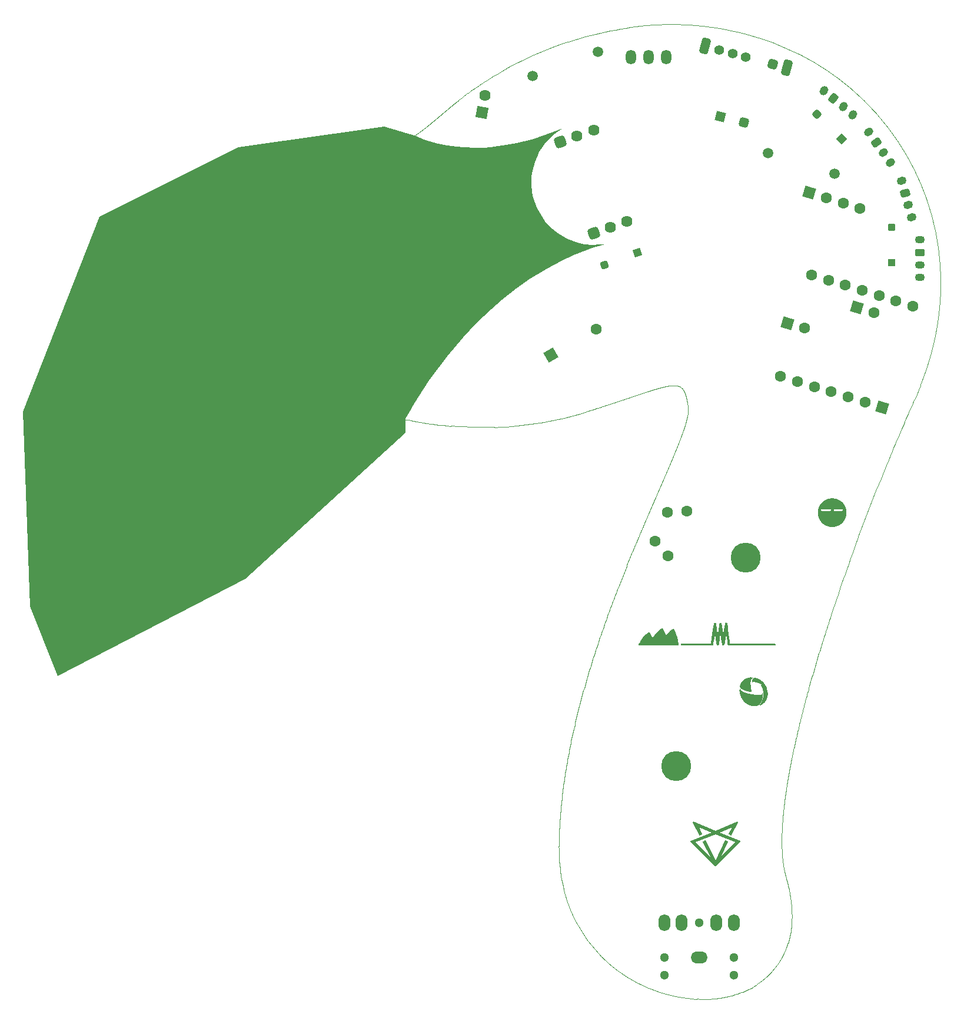
<source format=gbs>
G04*
G04 #@! TF.GenerationSoftware,Altium Limited,Altium Designer,24.6.1 (21)*
G04*
G04 Layer_Color=16711935*
%FSLAX25Y25*%
%MOIN*%
G70*
G04*
G04 #@! TF.SameCoordinates,F1231132-C47A-4D83-8C5A-8FF387E60FE7*
G04*
G04*
G04 #@! TF.FilePolarity,Negative*
G04*
G01*
G75*
%ADD15C,0.00394*%
%ADD27C,0.06299*%
%ADD28P,0.08908X4X388.0*%
G04:AMPARAMS|DCode=29|XSize=43.31mil|YSize=55.12mil|CornerRadius=0mil|HoleSize=0mil|Usage=FLASHONLY|Rotation=140.000|XOffset=0mil|YOffset=0mil|HoleType=Round|Shape=Round|*
%AMOVALD29*
21,1,0.01181,0.04331,0.00000,0.00000,230.0*
1,1,0.04331,0.00380,0.00452*
1,1,0.04331,-0.00380,-0.00452*
%
%ADD29OVALD29*%

G04:AMPARAMS|DCode=30|XSize=43.31mil|YSize=55.12mil|CornerRadius=11.81mil|HoleSize=0mil|Usage=FLASHONLY|Rotation=140.000|XOffset=0mil|YOffset=0mil|HoleType=Round|Shape=RoundedRectangle|*
%AMROUNDEDRECTD30*
21,1,0.04331,0.03150,0,0,140.0*
21,1,0.01968,0.05512,0,0,140.0*
1,1,0.02362,0.00258,0.01839*
1,1,0.02362,0.01766,0.00574*
1,1,0.02362,-0.00258,-0.01839*
1,1,0.02362,-0.01766,-0.00574*
%
%ADD30ROUNDEDRECTD30*%
G04:AMPARAMS|DCode=31|XSize=43.31mil|YSize=55.12mil|CornerRadius=0mil|HoleSize=0mil|Usage=FLASHONLY|Rotation=125.000|XOffset=0mil|YOffset=0mil|HoleType=Round|Shape=Round|*
%AMOVALD31*
21,1,0.01181,0.04331,0.00000,0.00000,215.0*
1,1,0.04331,0.00484,0.00339*
1,1,0.04331,-0.00484,-0.00339*
%
%ADD31OVALD31*%

G04:AMPARAMS|DCode=32|XSize=43.31mil|YSize=55.12mil|CornerRadius=11.81mil|HoleSize=0mil|Usage=FLASHONLY|Rotation=125.000|XOffset=0mil|YOffset=0mil|HoleType=Round|Shape=RoundedRectangle|*
%AMROUNDEDRECTD32*
21,1,0.04331,0.03150,0,0,125.0*
21,1,0.01968,0.05512,0,0,125.0*
1,1,0.02362,0.00726,0.01709*
1,1,0.02362,0.01855,0.00097*
1,1,0.02362,-0.00726,-0.01709*
1,1,0.02362,-0.01855,-0.00097*
%
%ADD32ROUNDEDRECTD32*%
G04:AMPARAMS|DCode=33|XSize=43.31mil|YSize=55.12mil|CornerRadius=0mil|HoleSize=0mil|Usage=FLASHONLY|Rotation=105.000|XOffset=0mil|YOffset=0mil|HoleType=Round|Shape=Round|*
%AMOVALD33*
21,1,0.01181,0.04331,0.00000,0.00000,195.0*
1,1,0.04331,0.00570,0.00153*
1,1,0.04331,-0.00570,-0.00153*
%
%ADD33OVALD33*%

G04:AMPARAMS|DCode=34|XSize=43.31mil|YSize=55.12mil|CornerRadius=11.81mil|HoleSize=0mil|Usage=FLASHONLY|Rotation=105.000|XOffset=0mil|YOffset=0mil|HoleType=Round|Shape=RoundedRectangle|*
%AMROUNDEDRECTD34*
21,1,0.04331,0.03150,0,0,105.0*
21,1,0.01968,0.05512,0,0,105.0*
1,1,0.02362,0.01266,0.01358*
1,1,0.02362,0.01776,-0.00543*
1,1,0.02362,-0.01266,-0.01358*
1,1,0.02362,-0.01776,0.00543*
%
%ADD34ROUNDEDRECTD34*%
%ADD35O,0.05512X0.04331*%
G04:AMPARAMS|DCode=36|XSize=43.31mil|YSize=55.12mil|CornerRadius=11.81mil|HoleSize=0mil|Usage=FLASHONLY|Rotation=90.000|XOffset=0mil|YOffset=0mil|HoleType=Round|Shape=RoundedRectangle|*
%AMROUNDEDRECTD36*
21,1,0.04331,0.03150,0,0,90.0*
21,1,0.01968,0.05512,0,0,90.0*
1,1,0.02362,0.01575,0.00984*
1,1,0.02362,0.01575,-0.00984*
1,1,0.02362,-0.01575,-0.00984*
1,1,0.02362,-0.01575,0.00984*
%
%ADD36ROUNDEDRECTD36*%
%ADD37C,0.06394*%
G04:AMPARAMS|DCode=38|XSize=63.94mil|YSize=63.94mil|CornerRadius=16.97mil|HoleSize=0mil|Usage=FLASHONLY|Rotation=200.000|XOffset=0mil|YOffset=0mil|HoleType=Round|Shape=RoundedRectangle|*
%AMROUNDEDRECTD38*
21,1,0.06394,0.03000,0,0,200.0*
21,1,0.03000,0.06394,0,0,200.0*
1,1,0.03394,-0.01923,0.00897*
1,1,0.03394,0.00897,0.01923*
1,1,0.03394,0.01923,-0.00897*
1,1,0.03394,-0.00897,-0.01923*
%
%ADD38ROUNDEDRECTD38*%
%ADD39P,0.06125X4X245.0*%
G04:AMPARAMS|DCode=40|XSize=43.31mil|YSize=43.31mil|CornerRadius=11.81mil|HoleSize=0mil|Usage=FLASHONLY|Rotation=200.000|XOffset=0mil|YOffset=0mil|HoleType=Round|Shape=RoundedRectangle|*
%AMROUNDEDRECTD40*
21,1,0.04331,0.01968,0,0,200.0*
21,1,0.01968,0.04331,0,0,200.0*
1,1,0.02362,-0.01262,0.00588*
1,1,0.02362,0.00588,0.01262*
1,1,0.02362,0.01262,-0.00588*
1,1,0.02362,-0.00588,-0.01262*
%
%ADD40ROUNDEDRECTD40*%
%ADD41C,0.05906*%
%ADD42P,0.07517X4X390.0*%
G04:AMPARAMS|DCode=43|XSize=53.15mil|YSize=53.15mil|CornerRadius=14.27mil|HoleSize=0mil|Usage=FLASHONLY|Rotation=345.000|XOffset=0mil|YOffset=0mil|HoleType=Round|Shape=RoundedRectangle|*
%AMROUNDEDRECTD43*
21,1,0.05315,0.02461,0,0,345.0*
21,1,0.02461,0.05315,0,0,345.0*
1,1,0.02854,0.00870,-0.01507*
1,1,0.02854,-0.01507,-0.00870*
1,1,0.02854,-0.00870,0.01507*
1,1,0.02854,0.01507,0.00870*
%
%ADD43ROUNDEDRECTD43*%
%ADD44P,0.08908X4X165.0*%
%ADD45C,0.06299*%
%ADD46P,0.09042X4X305.0*%
%ADD47O,0.05906X0.08268*%
G04:AMPARAMS|DCode=48|XSize=90.55mil|YSize=51.18mil|CornerRadius=13.78mil|HoleSize=0mil|Usage=FLASHONLY|Rotation=255.000|XOffset=0mil|YOffset=0mil|HoleType=Round|Shape=RoundedRectangle|*
%AMROUNDEDRECTD48*
21,1,0.09055,0.02362,0,0,255.0*
21,1,0.06299,0.05118,0,0,255.0*
1,1,0.02756,-0.01956,-0.02737*
1,1,0.02756,-0.00326,0.03348*
1,1,0.02756,0.01956,0.02737*
1,1,0.02756,0.00326,-0.03348*
%
%ADD48ROUNDEDRECTD48*%
%ADD49C,0.05512*%
G04:AMPARAMS|DCode=50|XSize=55.12mil|YSize=55.12mil|CornerRadius=14.76mil|HoleSize=0mil|Usage=FLASHONLY|Rotation=165.000|XOffset=0mil|YOffset=0mil|HoleType=Round|Shape=RoundedRectangle|*
%AMROUNDEDRECTD50*
21,1,0.05512,0.02559,0,0,165.0*
21,1,0.02559,0.05512,0,0,165.0*
1,1,0.02953,-0.00905,0.01567*
1,1,0.02953,0.01567,0.00905*
1,1,0.02953,0.00905,-0.01567*
1,1,0.02953,-0.01567,-0.00905*
%
%ADD50ROUNDEDRECTD50*%
%ADD51R,0.04331X0.04331*%
G04:AMPARAMS|DCode=52|XSize=43.31mil|YSize=43.31mil|CornerRadius=11.81mil|HoleSize=0mil|Usage=FLASHONLY|Rotation=90.000|XOffset=0mil|YOffset=0mil|HoleType=Round|Shape=RoundedRectangle|*
%AMROUNDEDRECTD52*
21,1,0.04331,0.01968,0,0,90.0*
21,1,0.01968,0.04331,0,0,90.0*
1,1,0.02362,0.00984,0.00984*
1,1,0.02362,0.00984,-0.00984*
1,1,0.02362,-0.00984,-0.00984*
1,1,0.02362,-0.00984,0.00984*
%
%ADD52ROUNDEDRECTD52*%
%ADD53P,0.06125X4X180.0*%
G04:AMPARAMS|DCode=54|XSize=43.31mil|YSize=43.31mil|CornerRadius=11.81mil|HoleSize=0mil|Usage=FLASHONLY|Rotation=135.000|XOffset=0mil|YOffset=0mil|HoleType=Round|Shape=RoundedRectangle|*
%AMROUNDEDRECTD54*
21,1,0.04331,0.01968,0,0,135.0*
21,1,0.01968,0.04331,0,0,135.0*
1,1,0.02362,0.00000,0.01392*
1,1,0.02362,0.01392,0.00000*
1,1,0.02362,0.00000,-0.01392*
1,1,0.02362,-0.01392,0.00000*
%
%ADD54ROUNDEDRECTD54*%
%ADD55C,0.05118*%
%ADD56O,0.06693X0.09449*%
%ADD57O,0.09449X0.06693*%
%ADD58C,0.16929*%
G36*
X171883Y242309D02*
X171920Y242297D01*
X171955Y242279D01*
X171985Y242254D01*
X172009Y242225D01*
X172027Y242190D01*
X172029Y242184D01*
X172613D01*
X172651Y242181D01*
X172688Y242169D01*
X172722Y242151D01*
X172752Y242126D01*
X172777Y242096D01*
X172795Y242062D01*
X172797Y242056D01*
X173124D01*
X173163Y242053D01*
X173200Y242041D01*
X173234Y242023D01*
X173264Y241999D01*
X173289Y241969D01*
X173307Y241934D01*
X173309Y241929D01*
X173508D01*
X173547Y241925D01*
X173584Y241914D01*
X173618Y241895D01*
X173648Y241871D01*
X173673Y241841D01*
X173691Y241806D01*
X173693Y241800D01*
X173892D01*
X173931Y241797D01*
X173968Y241786D01*
X174002Y241767D01*
X174032Y241743D01*
X174057Y241713D01*
X174075Y241678D01*
X174077Y241673D01*
X174148D01*
X174187Y241669D01*
X174224Y241657D01*
X174258Y241639D01*
X174288Y241615D01*
X174313Y241585D01*
X174331Y241550D01*
X174333Y241545D01*
X174404D01*
X174443Y241541D01*
X174480Y241529D01*
X174514Y241511D01*
X174544Y241487D01*
X174569Y241457D01*
X174587Y241422D01*
X174589Y241417D01*
X174660D01*
X174699Y241413D01*
X174736Y241402D01*
X174770Y241383D01*
X174800Y241359D01*
X174825Y241329D01*
X174843Y241295D01*
X174845Y241289D01*
X174916D01*
X174955Y241285D01*
X174992Y241273D01*
X175026Y241255D01*
X175056Y241231D01*
X175081Y241201D01*
X175099Y241166D01*
X175101Y241161D01*
X175172D01*
X175211Y241157D01*
X175248Y241146D01*
X175282Y241127D01*
X175312Y241103D01*
X175337Y241073D01*
X175355Y241038D01*
X175360Y241022D01*
X175376Y241018D01*
X175410Y240999D01*
X175440Y240975D01*
X175464Y240945D01*
X175483Y240911D01*
X175485Y240905D01*
X175556D01*
X175595Y240901D01*
X175632Y240890D01*
X175666Y240871D01*
X175696Y240847D01*
X175721Y240817D01*
X175739Y240783D01*
X175744Y240767D01*
X175760Y240762D01*
X175794Y240743D01*
X175824Y240719D01*
X175848Y240689D01*
X175867Y240655D01*
X175869Y240647D01*
X175872Y240638D01*
X175888Y240634D01*
X175922Y240615D01*
X175952Y240591D01*
X175976Y240561D01*
X175995Y240527D01*
X175996Y240521D01*
X176068D01*
X176107Y240517D01*
X176144Y240506D01*
X176178Y240487D01*
X176208Y240463D01*
X176232Y240433D01*
X176251Y240399D01*
X176256Y240383D01*
X176272Y240378D01*
X176306Y240359D01*
X176336Y240335D01*
X176360Y240305D01*
X176379Y240271D01*
X176383Y240255D01*
X176400Y240250D01*
X176434Y240231D01*
X176464Y240207D01*
X176488Y240177D01*
X176507Y240143D01*
X176512Y240127D01*
X176528Y240122D01*
X176562Y240104D01*
X176592Y240079D01*
X176616Y240049D01*
X176635Y240015D01*
X176639Y239999D01*
X176655Y239994D01*
X176690Y239976D01*
X176720Y239951D01*
X176744Y239921D01*
X176763Y239887D01*
X176768Y239871D01*
X176784Y239866D01*
X176818Y239847D01*
X176848Y239823D01*
X176872Y239793D01*
X176891Y239759D01*
X176895Y239743D01*
X176911Y239738D01*
X176946Y239720D01*
X176976Y239695D01*
X177000Y239665D01*
X177019Y239631D01*
X177023Y239615D01*
X177040Y239610D01*
X177074Y239592D01*
X177104Y239567D01*
X177128Y239537D01*
X177146Y239503D01*
X177151Y239487D01*
X177167Y239482D01*
X177202Y239463D01*
X177232Y239439D01*
X177256Y239409D01*
X177275Y239375D01*
X177286Y239338D01*
X177290Y239299D01*
Y239228D01*
X177295Y239226D01*
X177330Y239208D01*
X177360Y239183D01*
X177384Y239153D01*
X177402Y239119D01*
X177407Y239103D01*
X177423Y239098D01*
X177458Y239080D01*
X177488Y239055D01*
X177512Y239025D01*
X177531Y238991D01*
X177535Y238975D01*
X177551Y238970D01*
X177586Y238952D01*
X177616Y238927D01*
X177640Y238897D01*
X177658Y238863D01*
X177670Y238826D01*
X177673Y238787D01*
Y238716D01*
X177679Y238714D01*
X177714Y238696D01*
X177744Y238671D01*
X177768Y238641D01*
X177786Y238607D01*
X177791Y238591D01*
X177807Y238586D01*
X177842Y238568D01*
X177872Y238543D01*
X177896Y238513D01*
X177914Y238479D01*
X177926Y238442D01*
X177929Y238403D01*
Y238332D01*
X177935Y238330D01*
X177970Y238312D01*
X177999Y238287D01*
X178024Y238257D01*
X178042Y238223D01*
X178054Y238186D01*
X178058Y238147D01*
Y238076D01*
X178063Y238074D01*
X178097Y238056D01*
X178128Y238031D01*
X178152Y238001D01*
X178170Y237967D01*
X178182Y237930D01*
X178185Y237891D01*
Y237820D01*
X178191Y237818D01*
X178226Y237800D01*
X178255Y237775D01*
X178280Y237745D01*
X178298Y237711D01*
X178310Y237674D01*
X178313Y237635D01*
Y237564D01*
X178319Y237562D01*
X178354Y237544D01*
X178384Y237519D01*
X178408Y237489D01*
X178426Y237455D01*
X178438Y237418D01*
X178441Y237379D01*
Y237308D01*
X178447Y237306D01*
X178481Y237288D01*
X178511Y237263D01*
X178536Y237233D01*
X178554Y237199D01*
X178566Y237162D01*
X178569Y237123D01*
Y236996D01*
Y236924D01*
X178575Y236922D01*
X178609Y236904D01*
X178639Y236879D01*
X178664Y236849D01*
X178682Y236815D01*
X178694Y236778D01*
X178697Y236739D01*
Y236612D01*
Y236484D01*
Y236412D01*
X178703Y236410D01*
X178737Y236392D01*
X178767Y236368D01*
X178792Y236337D01*
X178810Y236303D01*
X178822Y236266D01*
X178825Y236228D01*
Y236100D01*
Y235972D01*
Y235900D01*
X178831Y235898D01*
X178865Y235880D01*
X178895Y235856D01*
X178920Y235825D01*
X178938Y235791D01*
X178949Y235754D01*
X178953Y235716D01*
Y235588D01*
Y235460D01*
Y235332D01*
Y235204D01*
Y235076D01*
Y235004D01*
X178959Y235002D01*
X178993Y234984D01*
X179023Y234960D01*
X179048Y234930D01*
X179066Y234895D01*
X179077Y234858D01*
X179081Y234820D01*
Y234692D01*
Y234564D01*
Y234436D01*
Y234308D01*
Y234180D01*
Y234052D01*
Y233924D01*
Y233796D01*
Y233668D01*
Y233540D01*
X179077Y233501D01*
X179066Y233464D01*
X179048Y233430D01*
X179023Y233400D01*
X178993Y233376D01*
X178959Y233357D01*
X178953Y233355D01*
Y233284D01*
Y233156D01*
Y233028D01*
Y232900D01*
Y232772D01*
Y232644D01*
X178949Y232606D01*
X178938Y232568D01*
X178920Y232534D01*
X178895Y232504D01*
X178865Y232480D01*
X178831Y232461D01*
X178825Y232460D01*
Y232388D01*
Y232260D01*
Y232132D01*
X178822Y232094D01*
X178810Y232056D01*
X178792Y232022D01*
X178767Y231992D01*
X178737Y231968D01*
X178703Y231949D01*
X178697Y231948D01*
Y231876D01*
Y231748D01*
Y231620D01*
X178694Y231582D01*
X178682Y231545D01*
X178664Y231510D01*
X178639Y231480D01*
X178609Y231456D01*
X178575Y231438D01*
X178569Y231436D01*
Y231364D01*
X178566Y231326D01*
X178554Y231289D01*
X178536Y231255D01*
X178511Y231224D01*
X178481Y231200D01*
X178447Y231182D01*
X178441Y231180D01*
Y231108D01*
Y230980D01*
X178438Y230942D01*
X178426Y230905D01*
X178408Y230871D01*
X178384Y230840D01*
X178354Y230816D01*
X178319Y230798D01*
X178313Y230796D01*
Y230724D01*
X178310Y230686D01*
X178298Y230649D01*
X178280Y230615D01*
X178255Y230585D01*
X178226Y230560D01*
X178191Y230542D01*
X178185Y230540D01*
Y230469D01*
X178182Y230430D01*
X178170Y230393D01*
X178152Y230359D01*
X178128Y230329D01*
X178097Y230304D01*
X178063Y230286D01*
X178058Y230284D01*
Y230212D01*
X178054Y230174D01*
X178042Y230137D01*
X178024Y230103D01*
X177999Y230073D01*
X177970Y230048D01*
X177935Y230030D01*
X177929Y230028D01*
Y229957D01*
X177926Y229918D01*
X177914Y229881D01*
X177896Y229847D01*
X177872Y229817D01*
X177842Y229792D01*
X177807Y229774D01*
X177791Y229769D01*
X177786Y229753D01*
X177768Y229719D01*
X177744Y229689D01*
X177714Y229664D01*
X177679Y229646D01*
X177673Y229644D01*
Y229573D01*
X177670Y229534D01*
X177658Y229497D01*
X177640Y229463D01*
X177616Y229433D01*
X177586Y229408D01*
X177551Y229390D01*
X177535Y229385D01*
X177533Y229377D01*
X177531Y229369D01*
X177512Y229335D01*
X177488Y229305D01*
X177458Y229280D01*
X177423Y229262D01*
X177407Y229257D01*
X177402Y229241D01*
X177384Y229207D01*
X177360Y229177D01*
X177330Y229152D01*
X177295Y229134D01*
X177290Y229132D01*
Y229061D01*
X177286Y229022D01*
X177275Y228985D01*
X177256Y228951D01*
X177232Y228921D01*
X177202Y228896D01*
X177167Y228878D01*
X177151Y228873D01*
X177147Y228859D01*
X177146Y228857D01*
X177128Y228823D01*
X177104Y228793D01*
X177074Y228768D01*
X177040Y228750D01*
X177023Y228745D01*
X177019Y228729D01*
X177000Y228695D01*
X176976Y228665D01*
X176946Y228640D01*
X176911Y228622D01*
X176895Y228617D01*
X176891Y228601D01*
X176872Y228567D01*
X176848Y228537D01*
X176818Y228512D01*
X176784Y228494D01*
X176768Y228489D01*
X176763Y228476D01*
X176763Y228473D01*
X176744Y228439D01*
X176720Y228409D01*
X176690Y228384D01*
X176655Y228366D01*
X176639Y228361D01*
X176635Y228345D01*
X176616Y228311D01*
X176592Y228281D01*
X176562Y228256D01*
X176528Y228238D01*
X176512Y228233D01*
X176507Y228217D01*
X176488Y228183D01*
X176464Y228153D01*
X176434Y228128D01*
X176400Y228110D01*
X176383Y228105D01*
X176380Y228095D01*
X176379Y228089D01*
X176360Y228055D01*
X176336Y228025D01*
X176306Y228000D01*
X176272Y227982D01*
X176256Y227977D01*
X176254Y227971D01*
X176251Y227961D01*
X176232Y227927D01*
X176208Y227897D01*
X176178Y227872D01*
X176144Y227854D01*
X176107Y227843D01*
X176068Y227839D01*
X175996D01*
X175995Y227833D01*
X175976Y227799D01*
X175952Y227769D01*
X175922Y227744D01*
X175888Y227726D01*
X175872Y227721D01*
X175869Y227713D01*
X175867Y227705D01*
X175848Y227671D01*
X175824Y227641D01*
X175794Y227616D01*
X175760Y227598D01*
X175744Y227593D01*
X175739Y227577D01*
X175721Y227543D01*
X175696Y227513D01*
X175666Y227488D01*
X175632Y227470D01*
X175595Y227459D01*
X175556Y227455D01*
X175485D01*
X175483Y227449D01*
X175464Y227415D01*
X175440Y227385D01*
X175410Y227361D01*
X175376Y227342D01*
X175360Y227337D01*
X175355Y227321D01*
X175337Y227287D01*
X175312Y227257D01*
X175282Y227233D01*
X175248Y227214D01*
X175211Y227203D01*
X175172Y227199D01*
X175101D01*
X175099Y227193D01*
X175081Y227159D01*
X175056Y227129D01*
X175026Y227104D01*
X174992Y227086D01*
X174955Y227075D01*
X174916Y227071D01*
X174845D01*
X174843Y227065D01*
X174825Y227031D01*
X174800Y227001D01*
X174770Y226976D01*
X174736Y226958D01*
X174699Y226947D01*
X174660Y226943D01*
X174589D01*
X174587Y226937D01*
X174569Y226903D01*
X174544Y226873D01*
X174514Y226849D01*
X174480Y226830D01*
X174443Y226819D01*
X174404Y226815D01*
X174333D01*
X174331Y226809D01*
X174313Y226775D01*
X174288Y226745D01*
X174258Y226721D01*
X174224Y226702D01*
X174187Y226691D01*
X174148Y226687D01*
X174077D01*
X174075Y226681D01*
X174057Y226647D01*
X174032Y226617D01*
X174002Y226593D01*
X173968Y226574D01*
X173931Y226563D01*
X173892Y226559D01*
X173693D01*
X173691Y226553D01*
X173673Y226519D01*
X173648Y226489D01*
X173618Y226465D01*
X173584Y226446D01*
X173547Y226435D01*
X173508Y226431D01*
X173309D01*
X173307Y226425D01*
X173289Y226391D01*
X173264Y226361D01*
X173234Y226337D01*
X173200Y226318D01*
X173163Y226307D01*
X173124Y226303D01*
X172797D01*
X172795Y226297D01*
X172777Y226263D01*
X172752Y226233D01*
X172722Y226209D01*
X172688Y226190D01*
X172651Y226179D01*
X172613Y226175D01*
X172029D01*
X172027Y226169D01*
X172009Y226135D01*
X171985Y226105D01*
X171955Y226081D01*
X171920Y226062D01*
X171883Y226051D01*
X171845Y226047D01*
X170053D01*
X170014Y226051D01*
X169977Y226062D01*
X169943Y226081D01*
X169913Y226105D01*
X169888Y226135D01*
X169870Y226169D01*
X169868Y226175D01*
X169285D01*
X169246Y226179D01*
X169209Y226190D01*
X169175Y226209D01*
X169145Y226233D01*
X169121Y226263D01*
X169102Y226297D01*
X169100Y226303D01*
X168773D01*
X168735Y226307D01*
X168697Y226318D01*
X168663Y226337D01*
X168633Y226361D01*
X168609Y226391D01*
X168590Y226425D01*
X168589Y226431D01*
X168389D01*
X168351Y226435D01*
X168314Y226446D01*
X168279Y226465D01*
X168249Y226489D01*
X168225Y226519D01*
X168206Y226553D01*
X168205Y226559D01*
X168005D01*
X167967Y226563D01*
X167929Y226574D01*
X167895Y226593D01*
X167865Y226617D01*
X167841Y226647D01*
X167823Y226681D01*
X167821Y226687D01*
X167749D01*
X167711Y226691D01*
X167674Y226702D01*
X167639Y226721D01*
X167609Y226745D01*
X167585Y226775D01*
X167567Y226809D01*
X167565Y226815D01*
X167365D01*
X167327Y226819D01*
X167290Y226830D01*
X167255Y226849D01*
X167225Y226873D01*
X167201Y226903D01*
X167183Y226937D01*
X167178Y226953D01*
X167162Y226958D01*
X167127Y226976D01*
X167097Y227001D01*
X167073Y227031D01*
X167055Y227065D01*
X167053Y227071D01*
X166981D01*
X166943Y227075D01*
X166906Y227086D01*
X166872Y227104D01*
X166841Y227129D01*
X166817Y227159D01*
X166799Y227193D01*
X166797Y227199D01*
X166725D01*
X166687Y227203D01*
X166650Y227214D01*
X166615Y227233D01*
X166586Y227257D01*
X166561Y227287D01*
X166543Y227321D01*
X166538Y227337D01*
X166522Y227342D01*
X166488Y227361D01*
X166458Y227385D01*
X166433Y227415D01*
X166415Y227449D01*
X166413Y227455D01*
X166341D01*
X166303Y227459D01*
X166266Y227470D01*
X166232Y227488D01*
X166202Y227513D01*
X166177Y227543D01*
X166159Y227577D01*
X166154Y227593D01*
X166138Y227598D01*
X166104Y227616D01*
X166074Y227641D01*
X166049Y227671D01*
X166031Y227705D01*
X166029Y227711D01*
X165957D01*
X165919Y227715D01*
X165882Y227726D01*
X165848Y227744D01*
X165818Y227769D01*
X165793Y227799D01*
X165775Y227833D01*
X165770Y227849D01*
X165754Y227854D01*
X165720Y227872D01*
X165690Y227897D01*
X165665Y227927D01*
X165647Y227961D01*
X165642Y227977D01*
X165626Y227982D01*
X165592Y228000D01*
X165562Y228025D01*
X165537Y228055D01*
X165519Y228089D01*
X165514Y228105D01*
X165498Y228110D01*
X165464Y228128D01*
X165434Y228153D01*
X165409Y228183D01*
X165391Y228217D01*
X165389Y228224D01*
X165386Y228233D01*
X165370Y228238D01*
X165336Y228256D01*
X165306Y228281D01*
X165281Y228311D01*
X165263Y228345D01*
X165258Y228361D01*
X165242Y228366D01*
X165208Y228384D01*
X165178Y228409D01*
X165153Y228439D01*
X165135Y228473D01*
X165134Y228476D01*
X165130Y228489D01*
X165114Y228494D01*
X165080Y228512D01*
X165050Y228537D01*
X165025Y228567D01*
X165007Y228601D01*
X165002Y228617D01*
X164986Y228622D01*
X164952Y228640D01*
X164922Y228665D01*
X164897Y228695D01*
X164879Y228729D01*
X164874Y228745D01*
X164858Y228750D01*
X164824Y228768D01*
X164794Y228793D01*
X164769Y228823D01*
X164751Y228857D01*
X164746Y228873D01*
X164730Y228878D01*
X164696Y228896D01*
X164666Y228921D01*
X164641Y228951D01*
X164623Y228985D01*
X164618Y229001D01*
X164602Y229006D01*
X164568Y229024D01*
X164538Y229049D01*
X164513Y229079D01*
X164495Y229113D01*
X164484Y229150D01*
X164480Y229189D01*
Y229260D01*
X164474Y229262D01*
X164440Y229280D01*
X164410Y229305D01*
X164385Y229335D01*
X164367Y229369D01*
X164362Y229385D01*
X164346Y229390D01*
X164312Y229408D01*
X164282Y229433D01*
X164257Y229463D01*
X164239Y229497D01*
X164228Y229534D01*
X164224Y229573D01*
Y229644D01*
X164218Y229646D01*
X164184Y229664D01*
X164154Y229689D01*
X164129Y229719D01*
X164111Y229753D01*
X164106Y229769D01*
X164090Y229774D01*
X164056Y229792D01*
X164026Y229817D01*
X164001Y229847D01*
X163983Y229881D01*
X163972Y229918D01*
X163968Y229957D01*
Y230028D01*
X163962Y230030D01*
X163928Y230048D01*
X163898Y230073D01*
X163873Y230103D01*
X163855Y230137D01*
X163844Y230174D01*
X163840Y230212D01*
Y230284D01*
X163834Y230286D01*
X163800Y230304D01*
X163770Y230329D01*
X163745Y230359D01*
X163727Y230393D01*
X163716Y230430D01*
X163712Y230469D01*
Y230540D01*
X163706Y230542D01*
X163672Y230560D01*
X163642Y230585D01*
X163617Y230615D01*
X163599Y230649D01*
X163588Y230686D01*
X163584Y230724D01*
Y230796D01*
X163578Y230798D01*
X163544Y230816D01*
X163514Y230840D01*
X163489Y230871D01*
X163471Y230905D01*
X163460Y230942D01*
X163456Y230980D01*
Y231052D01*
X163450Y231054D01*
X163416Y231072D01*
X163386Y231097D01*
X163361Y231126D01*
X163343Y231161D01*
X163332Y231198D01*
X163328Y231236D01*
Y231364D01*
Y231436D01*
X163322Y231438D01*
X163288Y231456D01*
X163258Y231480D01*
X163233Y231510D01*
X163215Y231545D01*
X163204Y231582D01*
X163200Y231620D01*
Y231748D01*
Y231820D01*
X163194Y231821D01*
X163160Y231840D01*
X163130Y231864D01*
X163105Y231894D01*
X163087Y231929D01*
X163076Y231966D01*
X163072Y232004D01*
Y232132D01*
Y232260D01*
Y232332D01*
X163066Y232333D01*
X163032Y232352D01*
X163002Y232376D01*
X162978Y232406D01*
X162959Y232440D01*
X162948Y232478D01*
X162944Y232516D01*
Y232644D01*
Y232772D01*
Y232900D01*
Y233028D01*
Y233100D01*
X162938Y233101D01*
X162904Y233120D01*
X162874Y233144D01*
X162849Y233174D01*
X162831Y233208D01*
X162820Y233245D01*
X162816Y233284D01*
Y233412D01*
Y233540D01*
Y233668D01*
Y233796D01*
Y233924D01*
Y234052D01*
Y234180D01*
Y234308D01*
Y234436D01*
Y234564D01*
Y234692D01*
Y234820D01*
Y234948D01*
Y235076D01*
X162820Y235114D01*
X162831Y235151D01*
X162849Y235186D01*
X162874Y235216D01*
X162904Y235240D01*
X162938Y235259D01*
X162944Y235260D01*
Y235332D01*
Y235460D01*
Y235588D01*
Y235716D01*
Y235844D01*
X162948Y235882D01*
X162959Y235919D01*
X162978Y235953D01*
X163002Y235983D01*
X163032Y236008D01*
X163066Y236026D01*
X163072Y236028D01*
Y236100D01*
Y236228D01*
Y236355D01*
X163076Y236394D01*
X163087Y236431D01*
X163105Y236465D01*
X163130Y236495D01*
X163160Y236520D01*
X163194Y236538D01*
X163200Y236540D01*
Y236612D01*
Y236739D01*
X163204Y236778D01*
X163215Y236815D01*
X163233Y236849D01*
X163258Y236879D01*
X163288Y236904D01*
X163322Y236922D01*
X163328Y236924D01*
Y236996D01*
Y237123D01*
X163332Y237162D01*
X163343Y237199D01*
X163361Y237233D01*
X163386Y237263D01*
X163416Y237288D01*
X163450Y237306D01*
X163456Y237308D01*
Y237379D01*
X163460Y237418D01*
X163471Y237455D01*
X163489Y237489D01*
X163514Y237519D01*
X163544Y237544D01*
X163578Y237562D01*
X163584Y237564D01*
Y237635D01*
X163588Y237674D01*
X163599Y237711D01*
X163617Y237745D01*
X163642Y237775D01*
X163672Y237800D01*
X163706Y237818D01*
X163712Y237820D01*
Y237891D01*
X163716Y237930D01*
X163727Y237967D01*
X163745Y238001D01*
X163770Y238031D01*
X163800Y238056D01*
X163834Y238074D01*
X163840Y238076D01*
Y238147D01*
X163844Y238186D01*
X163855Y238223D01*
X163873Y238257D01*
X163898Y238287D01*
X163928Y238312D01*
X163962Y238330D01*
X163968Y238332D01*
Y238403D01*
X163972Y238442D01*
X163983Y238479D01*
X164001Y238513D01*
X164026Y238543D01*
X164056Y238568D01*
X164090Y238586D01*
X164106Y238591D01*
X164111Y238607D01*
X164129Y238641D01*
X164154Y238671D01*
X164184Y238696D01*
X164218Y238714D01*
X164224Y238716D01*
Y238787D01*
X164228Y238826D01*
X164239Y238863D01*
X164257Y238897D01*
X164282Y238927D01*
X164312Y238952D01*
X164346Y238970D01*
X164362Y238975D01*
X164367Y238991D01*
X164385Y239025D01*
X164410Y239055D01*
X164440Y239080D01*
X164474Y239098D01*
X164480Y239100D01*
Y239171D01*
X164484Y239210D01*
X164495Y239247D01*
X164513Y239281D01*
X164538Y239311D01*
X164568Y239336D01*
X164602Y239354D01*
X164618Y239359D01*
X164623Y239375D01*
X164641Y239409D01*
X164666Y239439D01*
X164696Y239463D01*
X164730Y239482D01*
X164746Y239487D01*
X164751Y239503D01*
X164769Y239537D01*
X164794Y239567D01*
X164824Y239592D01*
X164858Y239610D01*
X164874Y239615D01*
X164879Y239631D01*
X164897Y239665D01*
X164922Y239695D01*
X164952Y239720D01*
X164986Y239738D01*
X165002Y239743D01*
X165002Y239743D01*
X165007Y239759D01*
X165025Y239793D01*
X165050Y239823D01*
X165080Y239847D01*
X165114Y239866D01*
X165130Y239871D01*
X165135Y239887D01*
X165153Y239921D01*
X165178Y239951D01*
X165208Y239976D01*
X165242Y239994D01*
X165258Y239999D01*
X165263Y240015D01*
X165281Y240049D01*
X165306Y240079D01*
X165336Y240104D01*
X165370Y240122D01*
X165386Y240127D01*
X165391Y240143D01*
X165409Y240177D01*
X165434Y240207D01*
X165464Y240231D01*
X165498Y240250D01*
X165514Y240255D01*
X165519Y240271D01*
X165537Y240305D01*
X165562Y240335D01*
X165592Y240359D01*
X165626Y240378D01*
X165642Y240383D01*
X165647Y240399D01*
X165665Y240433D01*
X165690Y240463D01*
X165720Y240487D01*
X165754Y240506D01*
X165770Y240511D01*
X165775Y240527D01*
X165793Y240561D01*
X165818Y240591D01*
X165848Y240615D01*
X165882Y240634D01*
X165919Y240645D01*
X165957Y240649D01*
X166029D01*
X166031Y240655D01*
X166049Y240689D01*
X166074Y240719D01*
X166104Y240743D01*
X166138Y240762D01*
X166154Y240767D01*
X166159Y240783D01*
X166177Y240817D01*
X166202Y240847D01*
X166232Y240871D01*
X166266Y240890D01*
X166303Y240901D01*
X166341Y240905D01*
X166413D01*
X166415Y240911D01*
X166433Y240945D01*
X166458Y240975D01*
X166488Y240999D01*
X166522Y241018D01*
X166538Y241022D01*
X166543Y241038D01*
X166561Y241073D01*
X166586Y241103D01*
X166615Y241127D01*
X166650Y241146D01*
X166687Y241157D01*
X166725Y241161D01*
X166797D01*
X166799Y241166D01*
X166817Y241201D01*
X166841Y241231D01*
X166872Y241255D01*
X166906Y241273D01*
X166943Y241285D01*
X166981Y241289D01*
X167053D01*
X167055Y241295D01*
X167073Y241329D01*
X167097Y241359D01*
X167127Y241383D01*
X167162Y241402D01*
X167199Y241413D01*
X167237Y241417D01*
X167309D01*
X167311Y241422D01*
X167329Y241457D01*
X167353Y241487D01*
X167383Y241511D01*
X167418Y241529D01*
X167455Y241541D01*
X167493Y241545D01*
X167565D01*
X167567Y241550D01*
X167585Y241585D01*
X167609Y241615D01*
X167639Y241639D01*
X167674Y241657D01*
X167711Y241669D01*
X167749Y241673D01*
X167821D01*
X167823Y241678D01*
X167841Y241713D01*
X167865Y241743D01*
X167895Y241767D01*
X167929Y241786D01*
X167967Y241797D01*
X168005Y241800D01*
X168205D01*
X168206Y241806D01*
X168225Y241841D01*
X168249Y241871D01*
X168279Y241895D01*
X168314Y241914D01*
X168351Y241925D01*
X168389Y241929D01*
X168589D01*
X168590Y241934D01*
X168609Y241969D01*
X168633Y241999D01*
X168663Y242023D01*
X168697Y242041D01*
X168735Y242053D01*
X168773Y242056D01*
X169100D01*
X169102Y242062D01*
X169121Y242096D01*
X169145Y242126D01*
X169175Y242151D01*
X169209Y242169D01*
X169246Y242181D01*
X169285Y242184D01*
X169868D01*
X169870Y242190D01*
X169888Y242225D01*
X169913Y242254D01*
X169943Y242279D01*
X169977Y242297D01*
X170014Y242309D01*
X170053Y242312D01*
X171845D01*
X171883Y242309D01*
D02*
G37*
G36*
X110846Y171914D02*
X110857Y171913D01*
X110954Y171903D01*
X110976Y171898D01*
X110992Y171895D01*
X110992Y171895D01*
X110992D01*
X110992Y171895D01*
X111097Y171862D01*
X111111Y171856D01*
X111125Y171851D01*
X111222Y171802D01*
X111223Y171802D01*
X111223Y171802D01*
X111240Y171792D01*
X111255Y171782D01*
X111256Y171781D01*
X111256Y171781D01*
X111330Y171724D01*
X111343Y171712D01*
X111355Y171700D01*
X111413Y171636D01*
X111419Y171627D01*
X111427Y171618D01*
X111475Y171550D01*
X111481Y171540D01*
X111487Y171530D01*
X111521Y171467D01*
X111525Y171459D01*
X111529Y171451D01*
X111532Y171441D01*
X111536Y171432D01*
X111538Y171423D01*
X111541Y171414D01*
X111550Y171370D01*
X111552Y171356D01*
X111554Y171343D01*
X111559Y171277D01*
X111773Y169642D01*
Y169642D01*
X112013Y167809D01*
X112013Y167809D01*
X112299Y165650D01*
X112299Y165650D01*
X112585Y163491D01*
Y163491D01*
X112585Y163491D01*
X112826Y161662D01*
Y161662D01*
X112826Y161662D01*
X113031Y160093D01*
X115178Y160075D01*
X115178D01*
X118028Y160061D01*
X118028D01*
X122122Y160057D01*
D01*
X125935Y160053D01*
X125936Y160053D01*
X125936Y160053D01*
X129726Y160042D01*
X129727Y160042D01*
X129727Y160042D01*
X133021Y160026D01*
X133022Y160026D01*
X133022Y160026D01*
X134988Y160007D01*
X135000Y160006D01*
X135004Y160006D01*
X138581Y159956D01*
X138599Y159954D01*
X138617Y159952D01*
X138618Y159952D01*
X138620Y159952D01*
X138637Y159946D01*
X138654Y159941D01*
X138655Y159941D01*
X138657Y159940D01*
X138672Y159931D01*
X138688Y159923D01*
X138689Y159922D01*
X138691Y159921D01*
X138704Y159910D01*
X138718Y159898D01*
X138719Y159897D01*
X138720Y159896D01*
X138732Y159882D01*
X138743Y159868D01*
X138744Y159867D01*
X138744Y159866D01*
X138753Y159850D01*
X138761Y159834D01*
X138762Y159833D01*
X138762Y159832D01*
X138767Y159814D01*
X138772Y159797D01*
X138773Y159796D01*
X138773Y159794D01*
X138775Y159777D01*
X138776Y159758D01*
Y159112D01*
X138776Y159112D01*
X138776Y159112D01*
X138774Y159091D01*
X138772Y159073D01*
X138772Y159073D01*
X138772Y159073D01*
X138767Y159054D01*
X138761Y159036D01*
X138761Y159036D01*
X138761Y159036D01*
X138753Y159021D01*
X138743Y159002D01*
X138743Y159002D01*
X138743Y159002D01*
X138732Y158989D01*
X138718Y158972D01*
X138718Y158972D01*
X138718Y158972D01*
X138704Y158960D01*
X138688Y158948D01*
X138688Y158948D01*
X138688Y158948D01*
X138672Y158939D01*
X138654Y158929D01*
X138654Y158929D01*
X138654Y158929D01*
X138636Y158924D01*
X138617Y158918D01*
X138617Y158918D01*
X138617Y158918D01*
X138599Y158916D01*
X138578Y158914D01*
X138578Y158914D01*
X138578Y158914D01*
X112156Y158951D01*
X112140Y158953D01*
X112123Y158954D01*
X112120Y158955D01*
X112118Y158955D01*
X112102Y158960D01*
X112086Y158965D01*
X112083Y158966D01*
X112081Y158967D01*
X112066Y158975D01*
X112051Y158982D01*
X112049Y158984D01*
X112046Y158985D01*
X112033Y158996D01*
X112021Y159006D01*
X112019Y159008D01*
X112016Y159010D01*
X112006Y159023D01*
X111995Y159035D01*
X111863Y159221D01*
X111861Y159226D01*
X111861Y159226D01*
X111860Y159226D01*
X111858Y159230D01*
X111852Y159239D01*
X111848Y159247D01*
X111844Y159255D01*
X111843Y159259D01*
X111842Y159260D01*
X111759Y159458D01*
X111758Y159461D01*
X111756Y159464D01*
X111752Y159480D01*
X111747Y159495D01*
X111747Y159498D01*
X111746Y159501D01*
X111619Y160242D01*
X111618Y160244D01*
X111618Y160246D01*
X111451Y161354D01*
X111451Y161355D01*
X111451Y161356D01*
X111194Y163225D01*
Y163225D01*
X111194Y163225D01*
X110998Y164658D01*
X110835Y165809D01*
X110675Y164707D01*
X110473Y163251D01*
Y163251D01*
X110098Y160542D01*
X110097Y160538D01*
X110096Y160533D01*
X109926Y159629D01*
X109926Y159626D01*
X109925Y159624D01*
X109920Y159608D01*
X109915Y159591D01*
X109915Y159590D01*
X109914Y159587D01*
X109739Y159177D01*
X109735Y159170D01*
X109732Y159163D01*
X109726Y159153D01*
X109720Y159143D01*
X109715Y159137D01*
X109711Y159130D01*
X109703Y159122D01*
X109695Y159113D01*
X109689Y159108D01*
X109683Y159103D01*
X109674Y159096D01*
X109665Y159089D01*
X109658Y159085D01*
X109651Y159081D01*
X109390Y158939D01*
X109388Y158938D01*
X109387Y158937D01*
X109371Y158931D01*
X109355Y158924D01*
X109353Y158924D01*
X109351Y158923D01*
X109334Y158920D01*
X109317Y158916D01*
X109315Y158916D01*
X109313Y158916D01*
X109295Y158916D01*
X109278Y158916D01*
X109276Y158916D01*
X109274Y158916D01*
X109104Y158936D01*
X109098Y158937D01*
X109093Y158937D01*
X109079Y158941D01*
X109066Y158944D01*
X109061Y158946D01*
X109056Y158947D01*
X108906Y159004D01*
X108897Y159009D01*
X108889Y159012D01*
X108880Y159017D01*
X108871Y159022D01*
X108864Y159027D01*
X108856Y159032D01*
X108740Y159121D01*
X108728Y159131D01*
X108717Y159142D01*
X108714Y159145D01*
X108711Y159147D01*
X108702Y159160D01*
X108693Y159172D01*
X108621Y159284D01*
X108616Y159295D01*
X108610Y159304D01*
X108607Y159312D01*
X108604Y159319D01*
X108601Y159330D01*
X108597Y159341D01*
X108553Y159511D01*
X108551Y159522D01*
X108548Y159533D01*
X108037Y163172D01*
Y163172D01*
X108037Y163172D01*
X107663Y165852D01*
X107644Y165720D01*
X107339Y163487D01*
Y163487D01*
X107149Y162082D01*
X107149Y162082D01*
Y162082D01*
X106981Y160857D01*
X106981Y160857D01*
Y160857D01*
X106835Y159805D01*
X106834Y159803D01*
X106834Y159801D01*
X106805Y159613D01*
X106801Y159598D01*
X106798Y159583D01*
X106728Y159365D01*
X106723Y159354D01*
X106720Y159344D01*
X106716Y159336D01*
X106713Y159329D01*
X106706Y159320D01*
X106701Y159310D01*
X106580Y159141D01*
X106569Y159128D01*
X106558Y159115D01*
X106556Y159114D01*
X106555Y159112D01*
X106541Y159101D01*
X106528Y159090D01*
X106366Y158985D01*
X106350Y158976D01*
X106333Y158967D01*
X106332Y158967D01*
X106332Y158967D01*
X106314Y158961D01*
X106296Y158956D01*
X106105Y158919D01*
X106098Y158918D01*
X106091Y158917D01*
X106079Y158916D01*
X106067Y158915D01*
X106060Y158916D01*
X106053Y158916D01*
X106040Y158918D01*
X106028Y158919D01*
X106021Y158921D01*
X106014Y158922D01*
X106003Y158927D01*
X105991Y158931D01*
X105985Y158934D01*
X105978Y158936D01*
X105701Y159077D01*
X105694Y159081D01*
X105687Y159084D01*
X105678Y159091D01*
X105668Y159098D01*
X105662Y159103D01*
X105656Y159107D01*
X105648Y159116D01*
X105640Y159124D01*
X105635Y159131D01*
X105630Y159136D01*
X105624Y159146D01*
X105617Y159156D01*
X105614Y159163D01*
X105611Y159170D01*
X105428Y159561D01*
X105426Y159565D01*
X105424Y159570D01*
X105420Y159583D01*
X105415Y159597D01*
X105414Y159602D01*
X105413Y159607D01*
X105244Y160487D01*
X105244Y160492D01*
X105242Y160497D01*
X104861Y163249D01*
X104861Y163249D01*
X104658Y164707D01*
X104497Y165813D01*
X104333Y164659D01*
X104138Y163225D01*
X104138Y163225D01*
Y163225D01*
X103881Y161342D01*
X103880Y161341D01*
X103880Y161339D01*
X103714Y160238D01*
X103714Y160236D01*
X103714Y160233D01*
X103588Y159502D01*
X103587Y159499D01*
X103586Y159496D01*
X103582Y159480D01*
X103577Y159465D01*
X103576Y159462D01*
X103575Y159459D01*
X103490Y159259D01*
X103489Y159257D01*
X103488Y159254D01*
X103483Y159246D01*
X103480Y159238D01*
X103474Y159230D01*
X103472Y159225D01*
X103471Y159224D01*
X103469Y159221D01*
X103335Y159034D01*
X103325Y159022D01*
X103315Y159010D01*
X103312Y159008D01*
X103310Y159005D01*
X103297Y158995D01*
X103285Y158985D01*
X103282Y158984D01*
X103279Y158982D01*
X103265Y158974D01*
X103251Y158967D01*
X103247Y158966D01*
X103244Y158964D01*
X103229Y158960D01*
X103214Y158955D01*
X103210Y158955D01*
X103207Y158954D01*
X103191Y158953D01*
X103175Y158951D01*
X85330Y158914D01*
X85330Y158914D01*
X85329Y158914D01*
X85310Y158916D01*
X85291Y158918D01*
X85291Y158918D01*
X85291Y158918D01*
X85273Y158923D01*
X85254Y158929D01*
X85254Y158929D01*
X85254Y158929D01*
X85238Y158938D01*
X85220Y158947D01*
X85220Y158948D01*
X85219Y158948D01*
X85205Y158959D01*
X85190Y158972D01*
X85190Y158972D01*
X85189Y158972D01*
X85177Y158987D01*
X85165Y159002D01*
X85165Y159002D01*
X85165Y159002D01*
X85155Y159020D01*
X85147Y159036D01*
X85147Y159036D01*
X85146Y159036D01*
X85141Y159055D01*
X85135Y159073D01*
X85135Y159073D01*
X85135Y159073D01*
X85133Y159092D01*
X85132Y159112D01*
X85132Y159112D01*
X85132Y159112D01*
Y159758D01*
X85133Y159776D01*
X85135Y159794D01*
X85135Y159796D01*
X85135Y159797D01*
X85141Y159814D01*
X85145Y159832D01*
X85146Y159833D01*
X85146Y159834D01*
X85155Y159850D01*
X85163Y159866D01*
X85164Y159867D01*
X85165Y159868D01*
X85176Y159882D01*
X85187Y159896D01*
X85189Y159897D01*
X85189Y159898D01*
X85203Y159910D01*
X85217Y159921D01*
X85218Y159922D01*
X85219Y159923D01*
X85236Y159932D01*
X85251Y159940D01*
X85252Y159941D01*
X85254Y159941D01*
X85271Y159946D01*
X85288Y159952D01*
X85289Y159952D01*
X85291Y159952D01*
X85308Y159954D01*
X85326Y159956D01*
X88840Y160006D01*
X88851Y160007D01*
X90556Y160026D01*
X90557Y160026D01*
X90557Y160026D01*
X92825Y160042D01*
X92825Y160042D01*
X92825Y160042D01*
X95237Y160053D01*
X95237Y160052D01*
X95237Y160053D01*
X97429Y160056D01*
D01*
X99569Y160061D01*
X101147Y160075D01*
D01*
X102295Y160092D01*
X102313Y160348D01*
X102314Y160354D01*
X102314Y160361D01*
X103048Y165785D01*
Y165785D01*
X103796Y171299D01*
X103799Y171312D01*
X103801Y171326D01*
X103857Y171525D01*
X103863Y171543D01*
X103870Y171560D01*
X103870Y171561D01*
X103870Y171561D01*
X103880Y171577D01*
X103890Y171593D01*
X103983Y171714D01*
X103985Y171716D01*
X103987Y171718D01*
X103998Y171730D01*
X104010Y171742D01*
X104012Y171744D01*
X104014Y171746D01*
X104028Y171755D01*
X104041Y171765D01*
X104044Y171766D01*
X104046Y171768D01*
X104199Y171850D01*
X104210Y171855D01*
X104222Y171861D01*
X104228Y171862D01*
X104234Y171865D01*
X104247Y171868D01*
X104259Y171871D01*
X104449Y171904D01*
X104458Y171904D01*
X104467Y171906D01*
X104478Y171906D01*
X104488Y171906D01*
X104497Y171905D01*
X104506Y171905D01*
X104708Y171882D01*
X104713Y171881D01*
X104719Y171880D01*
X104732Y171877D01*
X104745Y171874D01*
X104751Y171871D01*
X104756Y171870D01*
X104834Y171840D01*
X104837Y171838D01*
X104840Y171838D01*
X104854Y171830D01*
X104869Y171822D01*
X104871Y171820D01*
X104874Y171819D01*
X104950Y171767D01*
X104964Y171756D01*
X104978Y171745D01*
X105044Y171681D01*
X105046Y171678D01*
X105049Y171675D01*
X105059Y171663D01*
X105069Y171651D01*
X105071Y171647D01*
X105073Y171644D01*
X105115Y171577D01*
X105119Y171570D01*
X105123Y171563D01*
X105127Y171553D01*
X105132Y171542D01*
X105134Y171535D01*
X105137Y171527D01*
X105176Y171394D01*
X105178Y171381D01*
X105181Y171369D01*
X105348Y170258D01*
X105348Y170257D01*
X105348Y170257D01*
X105532Y168982D01*
X105532Y168981D01*
X105532Y168981D01*
X105738Y167499D01*
X105738Y167499D01*
X105738Y167498D01*
X105939Y166027D01*
X105939Y166027D01*
X106085Y164976D01*
X106234Y166040D01*
Y166040D01*
X106439Y167540D01*
X106439Y167540D01*
X106439Y167540D01*
X106833Y170382D01*
X106834Y170387D01*
X106834Y170392D01*
X106999Y171246D01*
X107001Y171253D01*
X107002Y171260D01*
X107007Y171272D01*
X107010Y171283D01*
X107014Y171290D01*
X107016Y171297D01*
X107201Y171668D01*
X107205Y171674D01*
X107208Y171681D01*
X107215Y171691D01*
X107221Y171701D01*
X107227Y171706D01*
X107231Y171712D01*
X107240Y171720D01*
X107248Y171729D01*
X107254Y171733D01*
X107260Y171739D01*
X107270Y171745D01*
X107280Y171751D01*
X107287Y171755D01*
X107293Y171759D01*
X107581Y171895D01*
X107590Y171899D01*
X107599Y171903D01*
X107609Y171905D01*
X107617Y171909D01*
X107627Y171910D01*
X107637Y171913D01*
X107646Y171913D01*
X107656Y171914D01*
X107666Y171914D01*
X107676Y171914D01*
X107685Y171913D01*
X107694Y171913D01*
X107704Y171910D01*
X107714Y171909D01*
X107723Y171905D01*
X107732Y171903D01*
X107741Y171899D01*
X107751Y171895D01*
X108040Y171758D01*
X108046Y171754D01*
X108053Y171751D01*
X108063Y171744D01*
X108073Y171738D01*
X108079Y171733D01*
X108085Y171729D01*
X108093Y171720D01*
X108102Y171712D01*
X108106Y171706D01*
X108112Y171700D01*
X108118Y171690D01*
X108125Y171681D01*
X108128Y171674D01*
X108132Y171668D01*
X108318Y171294D01*
X108321Y171287D01*
X108324Y171281D01*
X108328Y171269D01*
X108332Y171258D01*
X108333Y171250D01*
X108335Y171244D01*
X108503Y170385D01*
X108503Y170379D01*
X108504Y170375D01*
X108906Y167516D01*
X108906Y167516D01*
X108906Y167516D01*
X109116Y166009D01*
Y166009D01*
X109258Y164998D01*
X109630Y167734D01*
Y167734D01*
X110110Y171267D01*
X110116Y171347D01*
X110117Y171355D01*
X110117Y171362D01*
X110120Y171374D01*
X110122Y171386D01*
X110125Y171393D01*
X110127Y171400D01*
X110170Y171524D01*
X110174Y171531D01*
X110176Y171538D01*
X110182Y171548D01*
X110187Y171559D01*
X110191Y171565D01*
X110195Y171572D01*
X110203Y171581D01*
X110210Y171590D01*
X110215Y171596D01*
X110220Y171601D01*
X110354Y171730D01*
X110359Y171733D01*
X110363Y171737D01*
X110374Y171745D01*
X110385Y171753D01*
X110390Y171756D01*
X110395Y171759D01*
X110570Y171857D01*
X110581Y171861D01*
X110591Y171867D01*
X110598Y171869D01*
X110605Y171872D01*
X110617Y171875D01*
X110628Y171878D01*
X110798Y171911D01*
X110808Y171912D01*
X110818Y171914D01*
X110827Y171914D01*
X110836Y171915D01*
X110846Y171914D01*
D02*
G37*
G36*
X74786Y168856D02*
X74804Y168856D01*
X74805Y168855D01*
X74807Y168855D01*
X74824Y168851D01*
X74841Y168847D01*
X74843Y168847D01*
X74845Y168846D01*
X74861Y168839D01*
X74877Y168832D01*
X74922Y168807D01*
X74932Y168799D01*
X74943Y168793D01*
X74948Y168789D01*
X74953Y168785D01*
X74962Y168775D01*
X74972Y168767D01*
X74976Y168762D01*
X74980Y168757D01*
X74987Y168746D01*
X74995Y168736D01*
X75120Y168525D01*
X75122Y168522D01*
X75124Y168519D01*
X75266Y168260D01*
X75267Y168256D01*
X75269Y168253D01*
X75422Y167946D01*
X75423Y167943D01*
X75425Y167941D01*
X75738Y167267D01*
X75739Y167264D01*
X75740Y167261D01*
X75966Y166730D01*
X75967Y166726D01*
X75969Y166722D01*
X76188Y166140D01*
X76188Y166138D01*
X76189Y166135D01*
X76488Y165272D01*
X76488Y165271D01*
X76488Y165270D01*
X76712Y164608D01*
X76914Y164890D01*
X76917Y164893D01*
X76919Y164897D01*
X77364Y165469D01*
X77369Y165474D01*
X77373Y165479D01*
X77930Y166106D01*
X77934Y166109D01*
X77937Y166113D01*
X78526Y166709D01*
X78531Y166714D01*
X78535Y166718D01*
X79077Y167199D01*
X79083Y167204D01*
X79089Y167209D01*
X79528Y167540D01*
X79532Y167543D01*
X79537Y167546D01*
X80135Y167946D01*
X80137Y167947D01*
X80139Y167948D01*
X80748Y168333D01*
X80756Y168337D01*
X80764Y168342D01*
X80774Y168346D01*
X80783Y168351D01*
X80791Y168353D01*
X80800Y168356D01*
X80961Y168402D01*
X80979Y168405D01*
X80997Y168409D01*
X80998Y168409D01*
X80999Y168409D01*
X81017Y168409D01*
X81036Y168408D01*
X81037Y168408D01*
X81037Y168408D01*
X81055Y168404D01*
X81073Y168401D01*
X81074Y168400D01*
X81075Y168400D01*
X81092Y168393D01*
X81109Y168385D01*
X81144Y168367D01*
X81154Y168360D01*
X81164Y168354D01*
X81170Y168349D01*
X81176Y168345D01*
X81184Y168336D01*
X81193Y168328D01*
X81198Y168322D01*
X81203Y168317D01*
X81209Y168307D01*
X81217Y168298D01*
X81314Y168142D01*
X81315Y168139D01*
X81317Y168137D01*
X81427Y167946D01*
X81428Y167942D01*
X81431Y167939D01*
X81549Y167712D01*
X81551Y167707D01*
X81554Y167702D01*
X82122Y166459D01*
X82124Y166452D01*
X82127Y166446D01*
X82647Y165066D01*
X82648Y165060D01*
X82651Y165055D01*
X83103Y163600D01*
X83104Y163594D01*
X83106Y163589D01*
X83468Y162122D01*
X83468Y162118D01*
X83469Y162114D01*
X83623Y161354D01*
X83623Y161352D01*
X83624Y161349D01*
X83789Y160441D01*
X83789Y160440D01*
X83789Y160438D01*
X83936Y159567D01*
X83936Y159558D01*
X83938Y159549D01*
X83960Y159272D01*
X83960Y159265D01*
X83961Y159259D01*
X83960Y159246D01*
X83959Y159233D01*
X83958Y159227D01*
X83957Y159220D01*
X83954Y159208D01*
X83951Y159195D01*
X83948Y159189D01*
X83947Y159183D01*
X83941Y159172D01*
X83936Y159160D01*
X83932Y159154D01*
X83929Y159149D01*
X83921Y159139D01*
X83913Y159128D01*
X83909Y159123D01*
X83905Y159118D01*
X83807Y159019D01*
X83793Y159006D01*
X83779Y158994D01*
X83778Y158994D01*
X83778Y158993D01*
X83761Y158984D01*
X83745Y158975D01*
X83744Y158975D01*
X83744Y158975D01*
X83726Y158969D01*
X83708Y158963D01*
X83707Y158963D01*
X83707Y158963D01*
X83687Y158961D01*
X83669Y158959D01*
X83668Y158959D01*
X83668D01*
X83668D01*
X82292Y158934D01*
X82291Y158934D01*
X82290Y158934D01*
X79882Y158918D01*
X79881Y158918D01*
X79881Y158918D01*
X72572Y158914D01*
X72572D01*
X72572D01*
X61379Y158914D01*
X61369Y158915D01*
X61359Y158915D01*
X61350Y158917D01*
X61341Y158918D01*
X61331Y158921D01*
X61321Y158923D01*
X61313Y158927D01*
X61304Y158929D01*
X61295Y158934D01*
X61286Y158938D01*
X61278Y158943D01*
X61270Y158948D01*
X61262Y158954D01*
X61253Y158960D01*
X61247Y158966D01*
X61240Y158972D01*
X61233Y158980D01*
X61226Y158987D01*
X61221Y158995D01*
X61215Y159002D01*
X61210Y159011D01*
X61205Y159019D01*
X61201Y159028D01*
X61197Y159036D01*
X61194Y159046D01*
X61190Y159055D01*
X61188Y159064D01*
X61185Y159073D01*
X61185Y159084D01*
X61183Y159093D01*
X61183Y159103D01*
X61182Y159112D01*
X61183Y159122D01*
X61183Y159132D01*
X61185Y159141D01*
X61185Y159151D01*
X61188Y159160D01*
X61190Y159170D01*
X61242Y159338D01*
X61244Y159343D01*
X61247Y159353D01*
X61361Y159643D01*
X61365Y159651D01*
X61368Y159658D01*
X61737Y160400D01*
X61737Y160402D01*
X61738Y160403D01*
X62119Y161142D01*
X62121Y161145D01*
X62122Y161149D01*
X62396Y161634D01*
X62399Y161639D01*
X62402Y161645D01*
X62985Y162536D01*
X62989Y162541D01*
X62993Y162547D01*
X63668Y163437D01*
X63672Y163442D01*
X63676Y163447D01*
X64381Y164260D01*
X64387Y164265D01*
X64393Y164272D01*
X65064Y164926D01*
X65071Y164932D01*
X65077Y164938D01*
X65686Y165436D01*
X65691Y165439D01*
X65696Y165444D01*
X66389Y165939D01*
X66393Y165942D01*
X66397Y165944D01*
X67049Y166365D01*
X67058Y166369D01*
X67066Y166375D01*
X67075Y166378D01*
X67083Y166383D01*
X67093Y166385D01*
X67102Y166389D01*
X67361Y166463D01*
X67368Y166464D01*
X67374Y166466D01*
X67387Y166467D01*
X67400Y166470D01*
X67406Y166470D01*
X67413Y166470D01*
X67426Y166469D01*
X67438Y166469D01*
X67445Y166468D01*
X67452Y166467D01*
X67464Y166463D01*
X67476Y166461D01*
X67482Y166458D01*
X67489Y166456D01*
X67500Y166450D01*
X67512Y166445D01*
X67517Y166442D01*
X67523Y166438D01*
X67655Y166353D01*
X67670Y166341D01*
X67684Y166330D01*
X67684Y166329D01*
X67685Y166329D01*
X67697Y166315D01*
X67709Y166300D01*
X67709Y166300D01*
X67710Y166299D01*
X67718Y166284D01*
X67728Y166267D01*
X68260Y165050D01*
X68261Y165048D01*
X68262Y165046D01*
X68764Y163826D01*
X68765Y163821D01*
X68767Y163818D01*
X69130Y162808D01*
X69336Y163203D01*
X69337Y163204D01*
X69341Y163213D01*
X70146Y164585D01*
X70152Y164594D01*
X70157Y164602D01*
X71076Y165856D01*
X71084Y165864D01*
X71090Y165872D01*
X72112Y166990D01*
X72121Y166998D01*
X72128Y167006D01*
X73241Y167974D01*
X73249Y167980D01*
X73257Y167987D01*
X73595Y168225D01*
X73600Y168228D01*
X73605Y168231D01*
X74070Y168518D01*
X74072Y168519D01*
X74074Y168521D01*
X74546Y168794D01*
X74552Y168797D01*
X74558Y168801D01*
X74570Y168805D01*
X74581Y168810D01*
X74588Y168812D01*
X74594Y168815D01*
X74730Y168850D01*
X74747Y168853D01*
X74765Y168856D01*
X74767Y168856D01*
X74768Y168857D01*
X74786Y168856D01*
D02*
G37*
G36*
X-64612Y447249D02*
X-61188Y445807D01*
X-57007Y444389D01*
X-52270Y443119D01*
X-47131Y442080D01*
X-41765Y441334D01*
X-37657Y440974D01*
X-31052Y440764D01*
X-26794Y440857D01*
X-22558Y441122D01*
X-18377Y441547D01*
X-13588Y442233D01*
X-7684Y443356D01*
X-5140Y443936D01*
X-824Y445051D01*
X2899Y446140D01*
X6343Y447255D01*
X9262Y448278D01*
X12827Y449627D01*
X18141Y451839D01*
X15296Y449809D01*
X13006Y448043D01*
X10329Y445477D01*
X8977Y444014D01*
X7294Y441862D01*
X5058Y438219D01*
X3761Y435680D01*
X2685Y432700D01*
X1250Y427844D01*
X726Y424256D01*
X643Y420310D01*
X947Y415536D01*
X1736Y412410D01*
X2555Y409738D01*
X3466Y407037D01*
X5227Y404032D01*
X6775Y401391D01*
X8292Y399206D01*
X10630Y396687D01*
X12451Y394774D01*
X15486Y392498D01*
X18218Y390646D01*
X21406Y388916D01*
X26687Y387003D01*
X30481Y386154D01*
X35429Y385698D01*
X38859Y386032D01*
X42224Y386175D01*
X36038Y384310D01*
X24578Y379986D01*
X17652Y376689D01*
X9506Y372501D01*
X2Y366668D01*
X-7916Y361113D01*
X-16093Y354671D01*
X-22238Y349336D01*
X-30246Y341704D01*
X-38169Y333334D01*
X-47170Y322721D01*
X-57496Y308878D01*
X-65766Y296144D01*
X-68842Y290863D01*
X-70784Y287269D01*
X-70866Y279528D01*
X-161417Y196850D01*
X-267717Y141732D01*
X-283465Y181102D01*
X-287402Y291339D01*
X-244094Y401575D01*
X-165354Y440945D01*
X-82677Y452756D01*
X-64612Y447249D01*
D02*
G37*
G36*
X124507Y140883D02*
X124507Y140883D01*
X124507Y140883D01*
X124523Y140881D01*
X124541Y140879D01*
X124555Y140880D01*
X124576Y140882D01*
X124576D01*
X124576D01*
X124576D01*
X124644Y140882D01*
X124678Y140878D01*
X124702Y140880D01*
X124713Y140881D01*
X124713D01*
X124713D01*
X124781Y140880D01*
X124781D01*
X124781D01*
X124794Y140879D01*
X124815Y140877D01*
X124850Y140880D01*
X126014Y140870D01*
D01*
X126014D01*
X126018Y140869D01*
X126052Y140866D01*
X126078Y140858D01*
X126089Y140854D01*
X126108Y140844D01*
X126123Y140835D01*
X126153Y140811D01*
Y140811D01*
X126153D01*
X126178Y140780D01*
X126196Y140746D01*
X126203Y140720D01*
X126206Y140709D01*
X126210Y140670D01*
Y140670D01*
Y140670D01*
X126209Y140602D01*
X126208Y140593D01*
X126205Y140563D01*
X126193Y140526D01*
X126193Y140526D01*
D01*
X126175Y140492D01*
X126166Y140481D01*
X126150Y140462D01*
X126127Y140444D01*
X126120Y140438D01*
X126089Y140422D01*
X126086Y140420D01*
D01*
X126085Y140420D01*
X126070Y140416D01*
X126048Y140409D01*
X126010Y140406D01*
X126010D01*
D01*
D01*
X125953Y140406D01*
X125944Y140396D01*
X125944Y140396D01*
X125944Y140396D01*
X125936Y140389D01*
X125914Y140371D01*
X125914Y140371D01*
X125914Y140371D01*
X125903Y140366D01*
X125880Y140353D01*
X125879Y140353D01*
X125879Y140353D01*
X125867Y140350D01*
X125842Y140342D01*
X125842Y140342D01*
X125842Y140342D01*
X125824Y140341D01*
X125804Y140339D01*
X125804Y140339D01*
X125804Y140339D01*
X125747Y140340D01*
X125746Y140339D01*
X125738Y140329D01*
X125738Y140329D01*
X125738Y140329D01*
X125726Y140320D01*
X125708Y140305D01*
X125705Y140303D01*
X125699Y140300D01*
X125698Y140298D01*
X125694Y140291D01*
X125694Y140291D01*
X125694Y140291D01*
X125678Y140272D01*
X125669Y140261D01*
X125669Y140261D01*
X125669Y140261D01*
X125643Y140240D01*
X125639Y140237D01*
X125639D01*
X125639Y140237D01*
X125630Y140232D01*
X125625Y140223D01*
X125625Y140223D01*
X125625Y140223D01*
X125612Y140208D01*
X125600Y140193D01*
X125600Y140193D01*
X125600Y140193D01*
X125570Y140169D01*
X125538Y140152D01*
X125535Y140151D01*
D01*
X125535Y140151D01*
X125512Y140144D01*
X125505Y140121D01*
X125505Y140121D01*
Y140121D01*
X125496Y140104D01*
X125487Y140087D01*
X125487Y140087D01*
X125487Y140087D01*
X125476Y140075D01*
X125462Y140057D01*
X125432Y140033D01*
X125432Y140033D01*
X125431Y140033D01*
X125423Y140029D01*
X125422Y140028D01*
X125417Y140019D01*
X125393Y139990D01*
X125363Y139965D01*
X125353Y139961D01*
X125348Y139951D01*
X125323Y139922D01*
X125293Y139897D01*
X125284Y139893D01*
X125279Y139883D01*
X125254Y139854D01*
X125254Y139854D01*
X125254Y139854D01*
X125248Y139848D01*
X125244Y139845D01*
X125243Y139788D01*
X125239Y139750D01*
X125236Y139741D01*
X125228Y139713D01*
X125209Y139679D01*
X125184Y139649D01*
X125154Y139625D01*
X125145Y139620D01*
X125140Y139611D01*
X125115Y139581D01*
X125085Y139557D01*
X125076Y139552D01*
X125071Y139543D01*
X125071Y139543D01*
X125071Y139543D01*
X125057Y139527D01*
X125046Y139513D01*
X125046Y139513D01*
X125046Y139513D01*
X125035Y139505D01*
X125035Y139448D01*
X125035Y139448D01*
X125035Y139448D01*
X125033Y139433D01*
X125031Y139409D01*
X125031Y139409D01*
Y139409D01*
X125029Y139402D01*
X125019Y139372D01*
X125019Y139372D01*
X125019Y139372D01*
X125009Y139354D01*
X125001Y139338D01*
X125001Y139338D01*
X125001Y139338D01*
X124987Y139322D01*
X124976Y139308D01*
X124976Y139308D01*
X124976Y139308D01*
X124965Y139300D01*
X124965Y139243D01*
X124961Y139209D01*
X124964Y139174D01*
D01*
Y139174D01*
X124963Y139106D01*
X124961Y139087D01*
X124959Y139067D01*
X124959Y139067D01*
X124959Y139067D01*
X124951Y139042D01*
X124948Y139031D01*
X124948Y139030D01*
X124948Y139030D01*
X124936Y139008D01*
X124929Y138996D01*
X124929Y138996D01*
X124929Y138996D01*
X124916Y138980D01*
X124904Y138967D01*
X124904Y138967D01*
X124904Y138967D01*
X124894Y138958D01*
X124893Y138901D01*
Y138901D01*
Y138901D01*
X124889Y138863D01*
X124881Y138836D01*
X124878Y138826D01*
X124878Y138826D01*
D01*
X124876Y138822D01*
X124859Y138792D01*
X124834Y138762D01*
X124834Y138762D01*
X124834Y138762D01*
X124823Y138753D01*
X124823Y138696D01*
Y138696D01*
Y138696D01*
X124822Y138684D01*
X124819Y138662D01*
X124821Y138638D01*
X124822Y138628D01*
Y138628D01*
Y138628D01*
X124822Y138559D01*
Y138559D01*
Y138559D01*
X124820Y138547D01*
X124818Y138525D01*
X124820Y138508D01*
X124821Y138491D01*
Y138491D01*
D01*
D01*
X124820Y138422D01*
X124816Y138384D01*
X124808Y138357D01*
X124805Y138347D01*
X124805Y138347D01*
D01*
X124786Y138313D01*
X124770Y138293D01*
X124761Y138283D01*
X124761Y138283D01*
X124761Y138283D01*
X124751Y138274D01*
X124750Y138217D01*
D01*
X124750Y138149D01*
Y138149D01*
Y138149D01*
X124749Y138081D01*
Y138081D01*
Y138081D01*
X124749Y138012D01*
Y138012D01*
X124748Y137944D01*
Y137944D01*
Y137943D01*
X124746Y137925D01*
X124744Y137909D01*
X124745Y137897D01*
X124747Y137875D01*
Y137875D01*
Y137875D01*
X124747Y137807D01*
X124744Y137784D01*
X124743Y137772D01*
X124746Y137738D01*
Y137738D01*
D01*
D01*
X124746Y137670D01*
X124742Y137635D01*
X124743Y137622D01*
X124745Y137601D01*
X124744Y137533D01*
Y137533D01*
Y137533D01*
X124742Y137515D01*
X124741Y137498D01*
X124744Y137464D01*
X124743Y137396D01*
Y137396D01*
Y137396D01*
X124741Y137378D01*
X124739Y137361D01*
X124742Y137327D01*
X124742Y137259D01*
X124738Y137224D01*
X124741Y137190D01*
Y137190D01*
Y137190D01*
X124741Y137122D01*
X124738Y137097D01*
X124737Y137088D01*
X124740Y137053D01*
Y137053D01*
Y137053D01*
X124740Y136985D01*
Y136985D01*
Y136985D01*
X124739Y136916D01*
D01*
X124738Y136848D01*
D01*
X124738Y136779D01*
Y136779D01*
Y136779D01*
X124737Y136711D01*
X124737Y136711D01*
X124737Y136711D01*
X124736Y136642D01*
Y136642D01*
X124736Y136585D01*
X124747Y136577D01*
X124747Y136577D01*
X124747Y136577D01*
X124761Y136559D01*
X124771Y136547D01*
X124771Y136547D01*
X124771Y136547D01*
X124783Y136522D01*
X124789Y136512D01*
X124789Y136512D01*
X124789Y136512D01*
X124795Y136492D01*
X124800Y136475D01*
X124800Y136475D01*
X124800Y136475D01*
X124801Y136457D01*
X124803Y136436D01*
X124803Y136436D01*
X124803Y136436D01*
X124803Y136368D01*
X124801Y136357D01*
X124799Y136334D01*
X124802Y136300D01*
D01*
Y136300D01*
X124801Y136231D01*
Y136231D01*
Y136231D01*
X124799Y136206D01*
X124798Y136197D01*
X124799Y136182D01*
X124801Y136163D01*
Y136162D01*
Y136162D01*
Y136162D01*
X124800Y136094D01*
X124800Y136094D01*
X124800Y136094D01*
X124799Y136078D01*
X124797Y136060D01*
X124798Y136045D01*
X124800Y136026D01*
Y136025D01*
Y136025D01*
Y136025D01*
X124799Y135957D01*
Y135957D01*
Y135957D01*
X124798Y135889D01*
Y135889D01*
X124798Y135832D01*
X124808Y135823D01*
X124808Y135823D01*
X124808Y135823D01*
X124819Y135810D01*
X124833Y135793D01*
X124833Y135793D01*
X124833Y135793D01*
X124846Y135768D01*
X124851Y135758D01*
Y135758D01*
X124851Y135758D01*
X124862Y135721D01*
X124864Y135693D01*
X124865Y135683D01*
Y135683D01*
Y135683D01*
X124864Y135614D01*
Y135614D01*
Y135614D01*
X124862Y135589D01*
X124861Y135580D01*
X124862Y135563D01*
X124864Y135546D01*
Y135546D01*
D01*
D01*
X124863Y135477D01*
Y135477D01*
Y135477D01*
X124863Y135409D01*
D01*
Y135409D01*
X124862Y135352D01*
X124873Y135343D01*
X124873Y135343D01*
X124873Y135343D01*
X124885Y135328D01*
X124897Y135313D01*
X124897Y135313D01*
X124897Y135313D01*
X124907Y135294D01*
X124915Y135278D01*
X124915Y135278D01*
X124915Y135278D01*
X124921Y135257D01*
X124926Y135241D01*
X124926Y135241D01*
X124926Y135241D01*
X124928Y135222D01*
X124929Y135203D01*
Y135202D01*
Y135202D01*
Y135202D01*
X124929Y135134D01*
Y135134D01*
Y135134D01*
X124928Y135125D01*
X124925Y135100D01*
X124926Y135085D01*
X124928Y135066D01*
Y135065D01*
Y135065D01*
Y135065D01*
X124928Y134997D01*
X124928Y134997D01*
X124928Y134997D01*
X124927Y134929D01*
D01*
X124926Y134872D01*
X124937Y134863D01*
X124937Y134863D01*
X124937Y134863D01*
X124961Y134833D01*
X124978Y134800D01*
X124979Y134799D01*
D01*
X124979Y134799D01*
X124990Y134761D01*
X124993Y134732D01*
X124994Y134723D01*
Y134723D01*
D01*
D01*
X124993Y134666D01*
X125004Y134657D01*
X125028Y134627D01*
X125046Y134592D01*
X125057Y134555D01*
X125060Y134517D01*
D01*
Y134517D01*
X125060Y134448D01*
X125060Y134448D01*
X125060Y134448D01*
X125058Y134432D01*
X125056Y134414D01*
X125058Y134390D01*
X125059Y134380D01*
Y134380D01*
Y134380D01*
X125059Y134311D01*
X125055Y134277D01*
X125058Y134243D01*
X125057Y134186D01*
X125068Y134177D01*
X125092Y134147D01*
X125110Y134113D01*
X125121Y134075D01*
X125125Y134037D01*
X125124Y133980D01*
X125125Y133979D01*
X125135Y133971D01*
X125135Y133971D01*
X125135Y133971D01*
X125159Y133941D01*
X125170Y133919D01*
X125177Y133906D01*
X125177Y133906D01*
Y133906D01*
X125188Y133869D01*
X125190Y133843D01*
X125191Y133831D01*
Y133831D01*
Y133831D01*
X125191Y133762D01*
X125191Y133762D01*
X125191Y133762D01*
X125189Y133744D01*
X125187Y133728D01*
X125189Y133711D01*
X125190Y133694D01*
Y133694D01*
D01*
D01*
X125190Y133625D01*
X125190Y133625D01*
X125190Y133625D01*
X125188Y133610D01*
X125186Y133591D01*
X125187Y133577D01*
X125189Y133557D01*
Y133557D01*
Y133557D01*
X125189Y133500D01*
X125199Y133491D01*
X125199Y133491D01*
X125199Y133491D01*
X125222Y133462D01*
X125223Y133461D01*
D01*
X125223Y133461D01*
X125240Y133430D01*
X125241Y133426D01*
Y133426D01*
X125241Y133426D01*
X125248Y133404D01*
X125252Y133389D01*
Y133389D01*
X125252Y133389D01*
X125254Y133371D01*
X125256Y133351D01*
Y133351D01*
Y133351D01*
X125255Y133294D01*
X125266Y133285D01*
X125290Y133255D01*
X125308Y133220D01*
X125319Y133183D01*
X125322Y133145D01*
X125322Y133076D01*
X125320Y133058D01*
X125318Y133042D01*
X125319Y133027D01*
X125321Y133008D01*
Y133008D01*
Y133008D01*
Y133008D01*
X125321Y132939D01*
X125321Y132939D01*
X125321Y132939D01*
X125320Y132871D01*
Y132871D01*
X125319Y132802D01*
Y132802D01*
Y132802D01*
X125318Y132790D01*
X125315Y132764D01*
X125304Y132727D01*
Y132727D01*
X125304Y132727D01*
X125288Y132699D01*
X125285Y132693D01*
X125285Y132693D01*
X125285Y132693D01*
X125269Y132674D01*
X125260Y132663D01*
X125260Y132663D01*
X125260Y132663D01*
X125231Y132639D01*
X125230Y132639D01*
D01*
X125230Y132639D01*
X125199Y132622D01*
X125196Y132621D01*
X125196D01*
X125196Y132621D01*
X125173Y132614D01*
X125159Y132610D01*
X125159D01*
X125159Y132610D01*
X125142Y132608D01*
X125120Y132606D01*
X125120D01*
X125120D01*
X125051Y132607D01*
X125051D01*
X125051D01*
X125017Y132610D01*
X125002Y132609D01*
X124983Y132607D01*
X124983D01*
X124983D01*
X124914Y132608D01*
X124914D01*
X124914D01*
X124876Y132612D01*
X124849Y132620D01*
X124839Y132624D01*
X124839Y132624D01*
D01*
X124836Y132625D01*
X124805Y132642D01*
X124775Y132667D01*
X124775Y132667D01*
X124775Y132667D01*
X124770Y132674D01*
X124767Y132678D01*
X124710Y132678D01*
X124693Y132680D01*
X124675Y132682D01*
X124660Y132680D01*
X124641Y132679D01*
X124641D01*
D01*
D01*
X124573Y132679D01*
X124573D01*
X124573D01*
X124550Y132682D01*
X124534Y132684D01*
X124534Y132684D01*
X124534D01*
X124523Y132687D01*
X124497Y132695D01*
X124463Y132714D01*
X124463Y132714D01*
X124463Y132714D01*
X124453Y132722D01*
X124433Y132739D01*
X124433Y132739D01*
X124433Y132739D01*
X124425Y132749D01*
X124231Y132751D01*
X124197Y132755D01*
X124162Y132752D01*
D01*
X124162D01*
X124094Y132752D01*
X124055Y132756D01*
X124029Y132764D01*
X124018Y132768D01*
X124018Y132768D01*
D01*
X124012Y132772D01*
X123984Y132786D01*
X123984Y132786D01*
X123984Y132786D01*
X123966Y132801D01*
X123954Y132811D01*
X123954Y132811D01*
X123954Y132811D01*
X123949Y132818D01*
X123946Y132822D01*
X123889Y132822D01*
X123855Y132826D01*
X123851Y132826D01*
X123850D01*
X123850Y132826D01*
X123823Y132835D01*
X123813Y132838D01*
X123813Y132838D01*
X123813Y132838D01*
X123795Y132848D01*
X123779Y132857D01*
X123779Y132857D01*
X123779Y132857D01*
X123766Y132868D01*
X123750Y132881D01*
X123750Y132881D01*
X123750Y132882D01*
X123741Y132892D01*
X123547Y132894D01*
X123547D01*
X123547D01*
X123529Y132896D01*
X123509Y132898D01*
X123509Y132898D01*
X123509D01*
X123493Y132903D01*
X123472Y132910D01*
X123472Y132910D01*
X123472D01*
X123465Y132913D01*
X123438Y132928D01*
X123438Y132928D01*
X123438Y132928D01*
X123425Y132938D01*
X123408Y132953D01*
X123408Y132953D01*
X123408Y132953D01*
X123400Y132963D01*
X123399Y132964D01*
X123342Y132964D01*
X123304Y132968D01*
X123267Y132980D01*
X123248Y132990D01*
X123233Y132998D01*
X123203Y133023D01*
Y133023D01*
X123203D01*
X123194Y133034D01*
X123001Y133036D01*
D01*
X123001D01*
X122996Y133036D01*
X122962Y133040D01*
X122925Y133051D01*
X122925Y133051D01*
D01*
X122891Y133070D01*
X122867Y133090D01*
X122861Y133095D01*
Y133095D01*
X122861D01*
X122855Y133102D01*
X122853Y133105D01*
X122796Y133106D01*
X122777Y133108D01*
X122757Y133110D01*
X122757Y133110D01*
X122757D01*
X122727Y133119D01*
X122720Y133122D01*
X122720D01*
X122720Y133122D01*
X122695Y133135D01*
X122686Y133140D01*
X122686Y133140D01*
X122686Y133140D01*
X122669Y133155D01*
X122657Y133165D01*
X122656Y133165D01*
X122656Y133165D01*
X122648Y133176D01*
X122454Y133177D01*
X122415Y133181D01*
X122386Y133191D01*
X122378Y133193D01*
X122378Y133193D01*
X122378Y133193D01*
X122362Y133202D01*
X122344Y133212D01*
X122344Y133212D01*
X122344Y133212D01*
X122334Y133220D01*
X122315Y133236D01*
X122315Y133236D01*
X122315Y133236D01*
X122306Y133247D01*
X122249Y133248D01*
X122211Y133252D01*
X122174Y133263D01*
X122140Y133282D01*
X122110Y133307D01*
X122101Y133317D01*
X122044Y133318D01*
X122044D01*
X122044D01*
X122030Y133319D01*
X122006Y133322D01*
X121969Y133334D01*
X121969Y133334D01*
X121969D01*
X121963Y133337D01*
X121935Y133352D01*
X121935Y133352D01*
X121935D01*
X121929Y133356D01*
X121905Y133377D01*
X121905Y133377D01*
X121905Y133377D01*
X121896Y133388D01*
X121839Y133388D01*
X121816Y133391D01*
X121801Y133392D01*
X121801Y133392D01*
X121801Y133392D01*
X121774Y133401D01*
X121764Y133404D01*
X121764Y133404D01*
X121764Y133404D01*
X121737Y133419D01*
X121730Y133422D01*
X121730Y133422D01*
X121730Y133423D01*
X121711Y133438D01*
X121700Y133447D01*
X121700Y133447D01*
X121700Y133447D01*
X121692Y133458D01*
X121635Y133458D01*
X121634Y133458D01*
X121634Y133458D01*
X121620Y133460D01*
X121596Y133463D01*
X121596Y133463D01*
X121596D01*
X121593Y133463D01*
X121559Y133474D01*
X121559Y133474D01*
X121559Y133474D01*
X121549Y133480D01*
X121525Y133493D01*
X121525Y133493D01*
X121525Y133493D01*
X121508Y133507D01*
X121495Y133518D01*
X121495Y133518D01*
X121495Y133518D01*
X121487Y133528D01*
X121430Y133529D01*
X121417Y133530D01*
X121391Y133533D01*
X121354Y133544D01*
D01*
X121354Y133544D01*
X121320Y133563D01*
X121296Y133583D01*
X121290Y133588D01*
X121290Y133588D01*
X121290Y133588D01*
X121282Y133598D01*
X121225Y133599D01*
X121186Y133603D01*
X121151Y133614D01*
X121149Y133615D01*
D01*
X121149Y133615D01*
X121128Y133626D01*
X121115Y133633D01*
X121115Y133633D01*
X121115Y133633D01*
X121100Y133646D01*
X121086Y133658D01*
X121086Y133658D01*
X121086Y133658D01*
X121077Y133669D01*
X121020Y133669D01*
X120981Y133673D01*
X120944Y133685D01*
X120910Y133703D01*
X120881Y133728D01*
X120872Y133739D01*
X120815Y133739D01*
X120815Y133739D01*
X120815Y133739D01*
X120796Y133741D01*
X120777Y133744D01*
X120776Y133744D01*
X120776Y133744D01*
X120765Y133747D01*
X120740Y133755D01*
X120739Y133755D01*
X120739Y133755D01*
X120732Y133759D01*
X120706Y133774D01*
X120705Y133774D01*
X120705Y133774D01*
X120696Y133782D01*
X120676Y133799D01*
X120676Y133799D01*
X120676Y133799D01*
X120668Y133809D01*
X120651Y133829D01*
X120651Y133829D01*
X120651Y133829D01*
X120647Y133838D01*
X120638Y133843D01*
X120638Y133843D01*
X120638Y133843D01*
X120629Y133850D01*
X120608Y133868D01*
X120608Y133868D01*
X120608Y133868D01*
X120599Y133878D01*
X120543Y133879D01*
X120515Y133882D01*
X120504Y133883D01*
X120504D01*
X120504Y133883D01*
X120470Y133893D01*
X120467Y133895D01*
X120467D01*
X120467Y133895D01*
X120450Y133904D01*
X120433Y133913D01*
X120433Y133913D01*
X120433D01*
X120428Y133917D01*
X120403Y133938D01*
X120403Y133938D01*
X120403Y133938D01*
X120380Y133967D01*
X120379Y133968D01*
D01*
X120379Y133968D01*
X120374Y133977D01*
X120365Y133982D01*
X120365Y133982D01*
X120365Y133982D01*
X120346Y133998D01*
X120335Y134007D01*
X120335Y134007D01*
X120335Y134007D01*
X120327Y134018D01*
X120270Y134018D01*
D01*
X120270D01*
X120266Y134019D01*
X120231Y134022D01*
X120206Y134030D01*
X120194Y134034D01*
X120176Y134044D01*
X120160Y134053D01*
X120130Y134077D01*
Y134077D01*
X120130D01*
X120106Y134107D01*
X120101Y134117D01*
X120092Y134122D01*
X120092Y134122D01*
X120092Y134122D01*
X120079Y134133D01*
X120062Y134146D01*
X120062Y134146D01*
X120062Y134146D01*
X120058Y134152D01*
X120054Y134157D01*
X119997Y134158D01*
X119958Y134162D01*
X119922Y134173D01*
X119887Y134192D01*
X119858Y134217D01*
X119833Y134247D01*
X119829Y134256D01*
X119820Y134261D01*
X119820Y134261D01*
X119820Y134261D01*
X119801Y134276D01*
X119790Y134286D01*
X119790Y134286D01*
X119790Y134286D01*
X119779Y134299D01*
X119765Y134316D01*
X119765Y134316D01*
X119765Y134316D01*
X119761Y134325D01*
X119752Y134330D01*
X119752Y134330D01*
X119752D01*
X119746Y134335D01*
X119722Y134355D01*
X119722Y134355D01*
X119722Y134355D01*
X119712Y134368D01*
X119698Y134385D01*
X119698Y134385D01*
X119698Y134385D01*
X119693Y134394D01*
X119684Y134399D01*
X119684Y134399D01*
X119684Y134399D01*
X119676Y134406D01*
X119654Y134424D01*
X119654Y134424D01*
X119654Y134424D01*
X119646Y134434D01*
X119589Y134435D01*
X119588D01*
X119588D01*
X119568Y134437D01*
X119550Y134439D01*
X119550Y134439D01*
X119550D01*
X119534Y134444D01*
X119513Y134451D01*
X119513Y134451D01*
X119513D01*
X119507Y134454D01*
X119479Y134469D01*
X119479Y134469D01*
X119479Y134469D01*
X119467Y134479D01*
X119449Y134494D01*
X119449Y134494D01*
X119449Y134494D01*
X119441Y134504D01*
X119425Y134524D01*
X119420Y134534D01*
X119411Y134538D01*
X119411Y134538D01*
X119411Y134538D01*
X119393Y134553D01*
X119381Y134563D01*
X119381Y134563D01*
X119381Y134563D01*
X119370Y134578D01*
X119357Y134593D01*
X119357Y134593D01*
X119357Y134593D01*
X119352Y134603D01*
X119343Y134607D01*
X119343Y134608D01*
X119343Y134608D01*
X119330Y134619D01*
X119314Y134632D01*
X119314Y134632D01*
X119313Y134632D01*
X119298Y134652D01*
X119289Y134662D01*
X119289Y134662D01*
X119289Y134662D01*
X119284Y134672D01*
X119275Y134677D01*
X119275Y134677D01*
X119275Y134677D01*
X119266Y134684D01*
X119246Y134701D01*
X119246Y134702D01*
X119246Y134702D01*
X119241Y134707D01*
X119221Y134732D01*
X119221Y134732D01*
X119221Y134732D01*
X119218Y134737D01*
X119216Y134741D01*
X119207Y134746D01*
X119207Y134746D01*
X119207Y134746D01*
X119202Y134750D01*
X119178Y134771D01*
X119153Y134801D01*
X119149Y134810D01*
X119140Y134815D01*
X119140Y134815D01*
X119140Y134815D01*
X119121Y134831D01*
X119110Y134839D01*
X119110Y134839D01*
X119110Y134840D01*
X119086Y134869D01*
X119086Y134870D01*
D01*
X119086Y134870D01*
X119081Y134879D01*
X119072Y134884D01*
X119072Y134884D01*
X119072Y134884D01*
X119053Y134900D01*
X119042Y134909D01*
X119042Y134909D01*
X119042Y134909D01*
X119031Y134922D01*
X119018Y134939D01*
X119018Y134939D01*
X119018Y134939D01*
X119013Y134948D01*
X119004Y134953D01*
X119004Y134953D01*
X119004Y134953D01*
X118988Y134967D01*
X118974Y134978D01*
X118974Y134978D01*
X118974Y134978D01*
X118961Y134994D01*
X118950Y135008D01*
X118950Y135008D01*
X118950Y135008D01*
X118938Y135031D01*
X118932Y135042D01*
X118932Y135042D01*
X118932Y135042D01*
X118924Y135067D01*
X118921Y135079D01*
Y135079D01*
X118921Y135080D01*
X118919Y135102D01*
X118917Y135118D01*
Y135118D01*
Y135118D01*
Y135118D01*
X118918Y135175D01*
X118907Y135184D01*
X118907Y135184D01*
X118907Y135184D01*
X118898Y135196D01*
X118883Y135214D01*
X118878Y135223D01*
X118869Y135228D01*
X118869Y135228D01*
X118869Y135228D01*
X118853Y135241D01*
X118840Y135253D01*
X118839Y135253D01*
X118839Y135253D01*
X118825Y135271D01*
X118815Y135283D01*
X118815Y135283D01*
X118815Y135283D01*
X118802Y135307D01*
X118797Y135317D01*
X118797Y135317D01*
X118797Y135317D01*
X118791Y135337D01*
X118786Y135354D01*
X118786Y135355D01*
X118786Y135355D01*
X118785Y135372D01*
X118783Y135393D01*
X118783Y135393D01*
X118783Y135393D01*
X118783Y135450D01*
X118773Y135459D01*
X118748Y135489D01*
X118730Y135523D01*
X118719Y135561D01*
X118716Y135599D01*
X118717Y135668D01*
Y135668D01*
Y135668D01*
X118719Y135690D01*
X118720Y135702D01*
X118718Y135723D01*
X118717Y135736D01*
X118717Y135736D01*
X118717Y135736D01*
X118718Y135805D01*
X118720Y135829D01*
X118721Y135839D01*
X118719Y135864D01*
X118719Y135873D01*
Y135873D01*
D01*
D01*
X118719Y135942D01*
Y135942D01*
Y135942D01*
X118720Y136010D01*
Y136010D01*
Y136010D01*
X118720Y136079D01*
X118724Y136113D01*
X118723Y136126D01*
X118721Y136147D01*
Y136147D01*
Y136147D01*
X118721Y136216D01*
Y136216D01*
Y136216D01*
X118726Y136254D01*
X118734Y136281D01*
X118737Y136291D01*
X118737Y136291D01*
D01*
X118739Y136294D01*
X118756Y136325D01*
X118781Y136355D01*
X118781Y136355D01*
X118781Y136355D01*
X118791Y136363D01*
X118792Y136420D01*
X118796Y136459D01*
X118807Y136496D01*
X118826Y136530D01*
X118851Y136560D01*
X118861Y136568D01*
X118862Y136625D01*
Y136625D01*
Y136625D01*
X118864Y136644D01*
X118866Y136664D01*
X118866Y136664D01*
Y136664D01*
X118873Y136687D01*
X118878Y136701D01*
X118878Y136701D01*
X118878Y136701D01*
X118888Y136719D01*
X118896Y136735D01*
X118896Y136735D01*
X118896Y136735D01*
X118908Y136749D01*
X118921Y136765D01*
X118921Y136765D01*
X118921Y136765D01*
X118932Y136773D01*
X118932Y136830D01*
X118932Y136830D01*
X118932Y136830D01*
X118934Y136846D01*
X118936Y136869D01*
X118936Y136869D01*
Y136869D01*
X118939Y136877D01*
X118948Y136906D01*
X118948Y136906D01*
X118948Y136906D01*
X118955Y136919D01*
X118966Y136940D01*
X118967Y136940D01*
X118967Y136940D01*
X118976Y136951D01*
X118991Y136969D01*
X118991Y136969D01*
X118991Y136969D01*
X119000Y136976D01*
X119002Y136978D01*
X119002Y137035D01*
Y137035D01*
Y137035D01*
X119004Y137046D01*
X119007Y137073D01*
X119018Y137110D01*
X119018Y137110D01*
X119018Y137110D01*
X119032Y137135D01*
X119037Y137144D01*
X119037Y137144D01*
X119037Y137144D01*
X119053Y137163D01*
X119062Y137174D01*
X119062Y137174D01*
X119062Y137174D01*
X119074Y137184D01*
X119076Y137210D01*
X119088Y137247D01*
D01*
X119088Y137247D01*
X119106Y137281D01*
X119127Y137305D01*
X119131Y137311D01*
X119131Y137311D01*
X119131Y137311D01*
X119143Y137320D01*
X119144Y137331D01*
X119146Y137346D01*
X119146Y137346D01*
Y137346D01*
X119156Y137379D01*
X119158Y137383D01*
Y137383D01*
X119158Y137383D01*
X119173Y137411D01*
X119176Y137417D01*
X119176Y137417D01*
X119176Y137417D01*
X119192Y137436D01*
X119201Y137447D01*
X119201Y137447D01*
X119201Y137447D01*
X119212Y137455D01*
X119212Y137513D01*
X119215Y137537D01*
X119216Y137551D01*
X119216Y137551D01*
X119216Y137551D01*
X119224Y137576D01*
X119228Y137588D01*
X119228Y137588D01*
X119228Y137588D01*
X119238Y137608D01*
X119246Y137622D01*
X119246Y137622D01*
X119246Y137622D01*
X119260Y137638D01*
X119271Y137652D01*
X119271Y137652D01*
X119271Y137652D01*
X119282Y137660D01*
X119282Y137717D01*
X119284Y137729D01*
X119287Y137756D01*
X119298Y137793D01*
X119298Y137793D01*
D01*
X119317Y137827D01*
X119333Y137847D01*
X119342Y137857D01*
X119342Y137857D01*
X119342Y137857D01*
X119372Y137881D01*
X119381Y137886D01*
X119386Y137895D01*
X119411Y137925D01*
X119411Y137925D01*
X119411Y137925D01*
X119441Y137949D01*
X119450Y137954D01*
X119452Y137957D01*
X119455Y137963D01*
X119455Y137963D01*
X119455Y137963D01*
X119471Y137982D01*
X119480Y137992D01*
X119480Y137992D01*
X119480Y137992D01*
X119492Y138002D01*
X119492Y138009D01*
X119494Y138028D01*
X119494Y138028D01*
X119494Y138028D01*
X119501Y138050D01*
X119506Y138065D01*
X119506Y138065D01*
X119506Y138065D01*
X119516Y138082D01*
X119525Y138099D01*
X119525Y138099D01*
X119525Y138099D01*
X119535Y138111D01*
X119549Y138129D01*
X119549Y138129D01*
X119550Y138129D01*
X119561Y138138D01*
X119564Y138164D01*
X119576Y138201D01*
D01*
X119576Y138201D01*
X119583Y138215D01*
X119594Y138235D01*
X119619Y138265D01*
X119619Y138265D01*
X119619Y138265D01*
X119649Y138289D01*
X119658Y138294D01*
X119660Y138297D01*
X119663Y138303D01*
X119663Y138303D01*
X119663Y138303D01*
X119678Y138321D01*
X119688Y138333D01*
X119688Y138333D01*
X119688Y138333D01*
X119700Y138343D01*
X119718Y138357D01*
X119727Y138362D01*
X119732Y138371D01*
X119757Y138401D01*
X119769Y138410D01*
X119771Y138432D01*
X119772Y138436D01*
Y138436D01*
X119772Y138437D01*
X119781Y138464D01*
X119783Y138473D01*
X119783Y138473D01*
X119783Y138474D01*
X119793Y138492D01*
X119802Y138507D01*
X119802Y138508D01*
X119802Y138508D01*
X119814Y138521D01*
X119827Y138537D01*
X119827Y138537D01*
X119827Y138537D01*
X119839Y138547D01*
X119842Y138573D01*
X119853Y138610D01*
D01*
X119853Y138610D01*
X119872Y138644D01*
X119888Y138664D01*
X119897Y138674D01*
X119897Y138674D01*
X119897Y138674D01*
X119927Y138698D01*
X119936Y138703D01*
X119941Y138712D01*
X119941Y138712D01*
X119941Y138712D01*
X119948Y138720D01*
X119966Y138742D01*
X119996Y138766D01*
X119996Y138766D01*
X119996Y138766D01*
X120005Y138771D01*
X120010Y138780D01*
X120010Y138780D01*
X120010Y138780D01*
X120024Y138796D01*
X120035Y138809D01*
X120035Y138809D01*
X120035Y138810D01*
X120047Y138820D01*
X120065Y138834D01*
X120065Y138834D01*
X120065Y138834D01*
X120074Y138839D01*
X120079Y138848D01*
X120104Y138877D01*
X120134Y138902D01*
X120143Y138906D01*
X120145Y138909D01*
X120148Y138915D01*
X120148Y138915D01*
X120148Y138915D01*
X120164Y138934D01*
X120173Y138945D01*
X120173Y138945D01*
X120173Y138945D01*
X120202Y138969D01*
X120203Y138970D01*
D01*
X120203Y138970D01*
X120212Y138974D01*
X120217Y138983D01*
X120242Y139013D01*
X120272Y139037D01*
X120273Y139038D01*
X120281Y139042D01*
X120286Y139051D01*
X120307Y139076D01*
X120311Y139081D01*
X120311Y139081D01*
X120311Y139081D01*
X120341Y139105D01*
X120350Y139110D01*
X120355Y139119D01*
X120372Y139139D01*
X120380Y139149D01*
X120380Y139149D01*
X120380Y139149D01*
X120392Y139158D01*
X120410Y139173D01*
X120414Y139175D01*
X120419Y139178D01*
X120424Y139187D01*
X120424Y139187D01*
Y139187D01*
X120430Y139193D01*
X120449Y139217D01*
X120449Y139217D01*
X120449Y139217D01*
X120462Y139227D01*
X120479Y139241D01*
X120479Y139241D01*
X120479Y139241D01*
X120489Y139246D01*
X120491Y139251D01*
X120493Y139255D01*
X120493Y139255D01*
X120493Y139255D01*
X120510Y139274D01*
X120518Y139285D01*
X120518Y139285D01*
X120518Y139285D01*
X120538Y139300D01*
X120548Y139309D01*
X120548Y139309D01*
X120548Y139309D01*
X120558Y139314D01*
X120563Y139323D01*
X120563Y139323D01*
X120563Y139323D01*
X120571Y139333D01*
X120587Y139352D01*
X120587Y139352D01*
X120587Y139352D01*
X120611Y139371D01*
X120617Y139377D01*
X120617D01*
X120617Y139377D01*
X120627Y139382D01*
X120632Y139391D01*
X120632Y139391D01*
X120632Y139391D01*
X120643Y139404D01*
X120656Y139420D01*
X120656Y139420D01*
X120656Y139420D01*
X120669Y139430D01*
X120687Y139445D01*
X120687Y139445D01*
X120687Y139445D01*
X120696Y139449D01*
X120701Y139459D01*
X120701Y139459D01*
Y139459D01*
X120703Y139461D01*
X120726Y139488D01*
X120756Y139513D01*
X120756Y139513D01*
X120756Y139513D01*
X120764Y139517D01*
X120765Y139517D01*
X120770Y139526D01*
X120770Y139526D01*
Y139526D01*
X120775Y139533D01*
X120795Y139556D01*
X120795Y139556D01*
X120795Y139556D01*
X120808Y139567D01*
X120825Y139580D01*
X120825Y139581D01*
X120825Y139581D01*
X120834Y139585D01*
X120839Y139594D01*
X120839Y139594D01*
X120839Y139594D01*
X120847Y139604D01*
X120864Y139624D01*
X120864Y139624D01*
X120864Y139624D01*
X120887Y139643D01*
X120894Y139648D01*
X120894D01*
X120894Y139648D01*
X120903Y139653D01*
X120904Y139655D01*
X120908Y139662D01*
X120908Y139662D01*
X120908Y139662D01*
X120924Y139681D01*
X120933Y139692D01*
X120933Y139692D01*
X120933Y139692D01*
X120951Y139706D01*
X120963Y139716D01*
X120963Y139716D01*
X120963Y139716D01*
X120972Y139721D01*
X120977Y139730D01*
X120977Y139730D01*
X120977Y139730D01*
X120992Y139748D01*
X121002Y139760D01*
X121002Y139760D01*
X121002Y139760D01*
X121032Y139784D01*
X121065Y139801D01*
X121066Y139802D01*
D01*
X121066Y139802D01*
X121078Y139805D01*
X121104Y139813D01*
X121142Y139816D01*
X121142D01*
X121142D01*
X121199Y139816D01*
X121203Y139821D01*
X121208Y139826D01*
X121208Y139826D01*
X121208Y139826D01*
X121222Y139838D01*
X121238Y139851D01*
X121238Y139851D01*
X121238Y139851D01*
X121247Y139856D01*
X121252Y139865D01*
X121261Y139875D01*
X121277Y139894D01*
X121300Y139913D01*
X121307Y139919D01*
X121338Y139935D01*
X121342Y139937D01*
D01*
X121342Y139937D01*
X121357Y139941D01*
X121379Y139948D01*
X121417Y139951D01*
X121417D01*
D01*
D01*
X121474Y139951D01*
X121483Y139961D01*
X121483Y139961D01*
X121483Y139961D01*
X121495Y139971D01*
X121513Y139985D01*
X121513Y139985D01*
X121513Y139985D01*
X121522Y139990D01*
X121527Y139999D01*
X121544Y140019D01*
X121552Y140029D01*
X121552Y140029D01*
X121552Y140029D01*
X121582Y140053D01*
X121591Y140058D01*
X121596Y140067D01*
X121616Y140091D01*
X121621Y140097D01*
X121621D01*
Y140097D01*
X121651Y140121D01*
X121668Y140130D01*
X121686Y140139D01*
X121723Y140150D01*
X121761Y140154D01*
X121761D01*
X121762D01*
X121818Y140153D01*
X121827Y140164D01*
X121857Y140188D01*
X121867Y140193D01*
X121871Y140202D01*
X121880Y140212D01*
X121896Y140231D01*
X121919Y140250D01*
X121926Y140256D01*
X121958Y140272D01*
X121961Y140274D01*
D01*
X121961Y140274D01*
X121976Y140278D01*
X121998Y140285D01*
X122037Y140288D01*
X122037D01*
D01*
D01*
X122093Y140287D01*
X122102Y140298D01*
X122102Y140298D01*
X122102Y140298D01*
X122120Y140312D01*
X122132Y140322D01*
X122132Y140322D01*
X122132Y140322D01*
X122147Y140330D01*
X122167Y140340D01*
X122167Y140340D01*
X122167D01*
X122170Y140341D01*
X122204Y140351D01*
X122243Y140355D01*
X122243D01*
X122243D01*
X122300Y140354D01*
X122308Y140365D01*
X122308Y140365D01*
X122308Y140365D01*
X122337Y140388D01*
X122338Y140389D01*
D01*
X122338Y140389D01*
X122348Y140394D01*
X122353Y140403D01*
X122369Y140423D01*
X122377Y140433D01*
X122377Y140433D01*
X122377Y140433D01*
X122408Y140457D01*
X122429Y140468D01*
X122442Y140475D01*
X122442Y140475D01*
X122442D01*
X122446Y140476D01*
X122479Y140486D01*
X122518Y140489D01*
X122518D01*
D01*
D01*
X122586Y140489D01*
X122610Y140486D01*
X122620Y140485D01*
X122651Y140488D01*
X122655Y140488D01*
X122655D01*
D01*
D01*
X122712Y140488D01*
X122720Y140498D01*
X122720Y140498D01*
X122720Y140498D01*
X122733Y140509D01*
X122750Y140522D01*
X122751Y140522D01*
X122751Y140522D01*
X122760Y140527D01*
X122765Y140536D01*
X122765Y140536D01*
X122765Y140536D01*
X122776Y140550D01*
X122789Y140566D01*
X122790Y140566D01*
X122790Y140566D01*
X122803Y140577D01*
X122820Y140590D01*
X122820Y140590D01*
X122820Y140590D01*
X122834Y140598D01*
X122854Y140608D01*
X122854Y140608D01*
X122854Y140608D01*
X122864Y140611D01*
X122891Y140619D01*
X122891Y140619D01*
X122891D01*
X122899Y140620D01*
X122930Y140623D01*
X122930D01*
X122930D01*
X122998Y140622D01*
X123032Y140618D01*
X123046Y140620D01*
X123067Y140621D01*
X123067D01*
X123067D01*
X123124Y140621D01*
X123132Y140631D01*
X123132Y140631D01*
X123132Y140631D01*
X123152Y140647D01*
X123163Y140656D01*
X123163Y140656D01*
X123163Y140656D01*
X123197Y140674D01*
X123228Y140683D01*
X123234Y140685D01*
X123234D01*
X123234Y140685D01*
X123259Y140687D01*
X123273Y140688D01*
X123273D01*
X123273D01*
X123273D01*
X123330Y140688D01*
X123338Y140698D01*
X123369Y140723D01*
X123403Y140741D01*
X123403Y140741D01*
X123403Y140741D01*
X123418Y140745D01*
X123440Y140751D01*
X123440D01*
X123440Y140751D01*
X123458Y140753D01*
X123479Y140755D01*
X123479D01*
X123479D01*
X123547Y140754D01*
X123566Y140752D01*
X123582Y140751D01*
X123616Y140754D01*
D01*
X123616D01*
X123947Y140751D01*
X123955Y140761D01*
X123986Y140786D01*
X124020Y140804D01*
X124057Y140814D01*
X124096Y140818D01*
D01*
X124096D01*
X124164Y140817D01*
X124177Y140816D01*
X124198Y140814D01*
X124233Y140817D01*
X124290Y140816D01*
X124298Y140827D01*
X124328Y140851D01*
X124363Y140869D01*
X124400Y140880D01*
X124439Y140883D01*
X124507Y140883D01*
D02*
G37*
G36*
X127039Y140655D02*
X127073Y140652D01*
X127108Y140655D01*
X127108D01*
X127108D01*
X127176Y140654D01*
X127176D01*
X127176D01*
X127215Y140650D01*
X127241Y140642D01*
X127252Y140638D01*
X127252Y140638D01*
D01*
X127255Y140637D01*
X127286Y140620D01*
X127315Y140595D01*
X127315Y140595D01*
X127315Y140595D01*
X127324Y140584D01*
X127518Y140583D01*
X127518D01*
X127518D01*
X127552Y140579D01*
X127566Y140580D01*
X127586Y140582D01*
X127586D01*
X127586D01*
X127655Y140581D01*
X127679Y140579D01*
X127693Y140577D01*
X127693Y140577D01*
X127693Y140577D01*
X127718Y140569D01*
X127730Y140566D01*
X127730Y140566D01*
X127731Y140566D01*
X127755Y140552D01*
X127764Y140547D01*
X127764Y140547D01*
X127764Y140547D01*
X127784Y140531D01*
X127794Y140522D01*
X127794Y140522D01*
X127794Y140522D01*
X127803Y140512D01*
X127860Y140511D01*
X127876Y140509D01*
X127898Y140507D01*
X127898Y140507D01*
X127898D01*
X127935Y140495D01*
X127969Y140477D01*
X127992Y140458D01*
X127999Y140452D01*
X127999Y140452D01*
X127999Y140452D01*
X128008Y140441D01*
X128065Y140441D01*
X128080Y140439D01*
X128099Y140437D01*
X128123Y140439D01*
X128133Y140440D01*
X128133D01*
X128133D01*
X128202Y140440D01*
X128240Y140436D01*
X128267Y140427D01*
X128277Y140424D01*
X128277Y140424D01*
D01*
X128280Y140422D01*
X128311Y140405D01*
X128341Y140381D01*
X128341Y140381D01*
X128341Y140381D01*
X128349Y140370D01*
X128406Y140369D01*
X128406Y140369D01*
X128406Y140369D01*
X128422Y140368D01*
X128445Y140365D01*
X128445Y140365D01*
X128445D01*
X128453Y140363D01*
X128482Y140354D01*
X128482Y140354D01*
X128482Y140354D01*
X128498Y140345D01*
X128516Y140335D01*
X128516Y140335D01*
X128516Y140335D01*
X128532Y140322D01*
X128546Y140310D01*
X128546Y140310D01*
X128546Y140310D01*
X128554Y140300D01*
X128611Y140299D01*
X128650Y140295D01*
X128687Y140283D01*
X128713Y140269D01*
X128721Y140265D01*
X128721Y140265D01*
X128721Y140265D01*
X128736Y140252D01*
X128751Y140240D01*
X128751Y140240D01*
X128751Y140240D01*
X128775Y140210D01*
X128780Y140201D01*
X128789Y140196D01*
X128789Y140196D01*
X128789Y140196D01*
X128802Y140184D01*
X128818Y140171D01*
X128818Y140171D01*
X128819Y140171D01*
X128827Y140160D01*
X128884Y140160D01*
X128884D01*
X128884D01*
X128909Y140157D01*
X128922Y140156D01*
X128922Y140156D01*
X128922D01*
X128947Y140148D01*
X128960Y140144D01*
X128960Y140144D01*
X128960Y140144D01*
X128972Y140137D01*
X128993Y140126D01*
X128994Y140126D01*
X128994D01*
X129000Y140120D01*
X129023Y140101D01*
X129023Y140101D01*
X129023Y140101D01*
X129032Y140090D01*
X129089Y140089D01*
X129089D01*
X129089D01*
X129110Y140087D01*
X129127Y140085D01*
X129127Y140085D01*
X129127D01*
X129143Y140080D01*
X129164Y140074D01*
X129164Y140074D01*
X129164D01*
X129171Y140070D01*
X129198Y140055D01*
X129198Y140055D01*
X129198Y140055D01*
X129210Y140045D01*
X129228Y140030D01*
X129228Y140030D01*
X129228Y140030D01*
X129236Y140021D01*
X129253Y140000D01*
X129257Y139991D01*
X129266Y139986D01*
X129266Y139986D01*
X129266Y139986D01*
X129276Y139978D01*
X129296Y139961D01*
X129296Y139961D01*
X129296Y139961D01*
X129305Y139951D01*
X129361Y139950D01*
X129400Y139946D01*
X129409Y139943D01*
X129437Y139934D01*
X129459Y139922D01*
X129471Y139916D01*
X129496Y139895D01*
X129501Y139891D01*
Y139891D01*
X129501D01*
X129509Y139880D01*
X129566Y139880D01*
X129566D01*
X129566D01*
X129591Y139877D01*
X129605Y139876D01*
X129605Y139876D01*
X129605D01*
X129619Y139871D01*
X129642Y139864D01*
X129676Y139846D01*
X129676Y139846D01*
X129676D01*
X129679Y139843D01*
X129706Y139821D01*
X129730Y139791D01*
X129735Y139781D01*
X129744Y139777D01*
X129744Y139777D01*
X129744Y139777D01*
X129763Y139760D01*
X129774Y139752D01*
X129774Y139752D01*
X129774Y139752D01*
X129789Y139732D01*
X129798Y139722D01*
X129798Y139721D01*
X129798Y139721D01*
X129803Y139712D01*
X129812Y139707D01*
X129836Y139687D01*
X129841Y139683D01*
X129841Y139683D01*
X129841Y139683D01*
X129850Y139672D01*
X129907Y139672D01*
X129936Y139668D01*
X129945Y139667D01*
X129945D01*
X129946Y139667D01*
X129982Y139656D01*
X130012Y139640D01*
X130017Y139637D01*
X130017Y139637D01*
X130017Y139637D01*
X130034Y139623D01*
X130046Y139612D01*
X130046Y139612D01*
X130046Y139612D01*
X130070Y139583D01*
X130071Y139582D01*
D01*
X130071Y139582D01*
X130075Y139573D01*
X130084Y139568D01*
X130104Y139551D01*
X130114Y139543D01*
X130114Y139543D01*
X130114Y139543D01*
X130139Y139513D01*
X130143Y139504D01*
X130152Y139499D01*
X130152Y139499D01*
X130152Y139499D01*
X130169Y139485D01*
X130182Y139474D01*
X130182Y139474D01*
X130182Y139474D01*
X130191Y139464D01*
X130247Y139463D01*
X130265Y139461D01*
X130286Y139459D01*
X130286Y139459D01*
X130286D01*
X130309Y139452D01*
X130323Y139447D01*
X130323Y139447D01*
X130323Y139447D01*
X130346Y139435D01*
X130357Y139429D01*
X130357Y139429D01*
X130357Y139429D01*
X130376Y139413D01*
X130387Y139404D01*
X130387Y139404D01*
X130387Y139404D01*
X130398Y139391D01*
X130411Y139374D01*
X130411Y139374D01*
X130411Y139374D01*
X130416Y139365D01*
X130425Y139360D01*
X130455Y139335D01*
X130479Y139305D01*
X130484Y139296D01*
X130493Y139291D01*
X130493Y139291D01*
X130493Y139291D01*
X130506Y139280D01*
X130523Y139266D01*
X130523Y139266D01*
X130523Y139266D01*
X130533Y139253D01*
X130547Y139236D01*
X130547Y139235D01*
X130547Y139235D01*
X130552Y139226D01*
X130561Y139222D01*
X130561Y139222D01*
X130561Y139222D01*
X130569Y139215D01*
X130591Y139197D01*
X130599Y139186D01*
X130656Y139186D01*
X130684Y139183D01*
X130694Y139181D01*
X130694D01*
X130695Y139181D01*
X130728Y139171D01*
X130731Y139170D01*
X130731D01*
X130732Y139170D01*
X130760Y139155D01*
X130766Y139151D01*
X130766Y139151D01*
X130766Y139151D01*
X130783Y139137D01*
X130795Y139126D01*
X130795Y139126D01*
X130795Y139126D01*
X130807Y139112D01*
X130820Y139096D01*
X130820Y139096D01*
X130820Y139096D01*
X130824Y139087D01*
X130827Y139085D01*
X130834Y139082D01*
X130834Y139082D01*
X130834Y139082D01*
X130863Y139057D01*
X130879Y139037D01*
X130888Y139027D01*
X130892Y139018D01*
X130902Y139013D01*
X130931Y138988D01*
X130956Y138958D01*
X130960Y138949D01*
X130969Y138944D01*
X130999Y138919D01*
X130999Y138919D01*
X130999Y138919D01*
X131023Y138889D01*
X131028Y138880D01*
X131030Y138879D01*
X131037Y138875D01*
X131037Y138875D01*
X131037Y138875D01*
X131056Y138859D01*
X131067Y138850D01*
X131067Y138850D01*
X131067Y138850D01*
X131077Y138837D01*
X131091Y138820D01*
X131091Y138820D01*
X131091Y138820D01*
X131096Y138811D01*
X131099Y138809D01*
X131105Y138806D01*
X131105Y138806D01*
X131105Y138806D01*
X131124Y138790D01*
X131135Y138781D01*
X131135Y138781D01*
X131135Y138781D01*
X131144Y138769D01*
X131151Y138768D01*
X131170Y138766D01*
X131170Y138766D01*
X131171Y138766D01*
X131189Y138760D01*
X131207Y138755D01*
X131207Y138755D01*
X131208Y138755D01*
X131226Y138745D01*
X131241Y138736D01*
X131242Y138736D01*
X131242Y138736D01*
X131255Y138725D01*
X131271Y138711D01*
X131271Y138711D01*
X131271Y138711D01*
X131283Y138696D01*
X131296Y138681D01*
X131296Y138681D01*
X131296Y138681D01*
X131305Y138662D01*
X131314Y138647D01*
X131314Y138647D01*
X131314Y138647D01*
X131318Y138632D01*
X131336Y138632D01*
X131359Y138629D01*
X131375Y138628D01*
X131375Y138628D01*
X131375D01*
X131399Y138620D01*
X131412Y138616D01*
X131412Y138616D01*
X131412Y138616D01*
X131436Y138602D01*
X131446Y138598D01*
X131446Y138597D01*
X131446Y138597D01*
X131465Y138582D01*
X131475Y138573D01*
X131475Y138573D01*
X131475Y138573D01*
X131486Y138560D01*
X131500Y138542D01*
X131500Y138542D01*
X131500Y138542D01*
X131518Y138508D01*
X131525Y138485D01*
X131533Y138482D01*
X131547Y138478D01*
X131547Y138478D01*
X131547Y138478D01*
X131566Y138468D01*
X131581Y138459D01*
X131581Y138459D01*
X131581Y138459D01*
X131595Y138448D01*
X131611Y138435D01*
X131611Y138434D01*
X131611Y138434D01*
X131627Y138415D01*
X131635Y138404D01*
X131635Y138404D01*
X131635Y138404D01*
X131653Y138370D01*
X131660Y138347D01*
X131671Y138344D01*
X131683Y138340D01*
X131683Y138340D01*
X131683Y138340D01*
X131696Y138333D01*
X131717Y138321D01*
X131717Y138321D01*
X131717D01*
X131723Y138316D01*
X131747Y138296D01*
X131747Y138296D01*
X131747Y138296D01*
X131757Y138283D01*
X131771Y138266D01*
X131771Y138266D01*
X131771Y138266D01*
X131778Y138253D01*
X131789Y138232D01*
X131789Y138232D01*
X131789Y138232D01*
X131794Y138216D01*
X131796Y138209D01*
X131819Y138202D01*
X131853Y138183D01*
X131853Y138183D01*
X131853Y138183D01*
X131863Y138174D01*
X131883Y138158D01*
X131883Y138158D01*
X131883Y138158D01*
X131893Y138145D01*
X131907Y138128D01*
X131907Y138128D01*
X131907Y138128D01*
X131912Y138119D01*
X131925Y138094D01*
X131925Y138093D01*
X131925Y138093D01*
X131928Y138085D01*
X131932Y138071D01*
X131955Y138063D01*
X131955Y138063D01*
X131955D01*
X131961Y138060D01*
X131989Y138045D01*
X131989Y138045D01*
X131989Y138045D01*
X132001Y138035D01*
X132018Y138020D01*
X132018Y138020D01*
X132018Y138020D01*
X132036Y137998D01*
X132043Y137990D01*
Y137990D01*
X132043Y137990D01*
X132053Y137969D01*
X132061Y137955D01*
X132061Y137955D01*
X132061Y137955D01*
X132068Y137932D01*
X132090Y137925D01*
X132124Y137907D01*
X132154Y137882D01*
Y137882D01*
X132154D01*
X132178Y137852D01*
X132195Y137820D01*
X132196Y137817D01*
D01*
X132196Y137817D01*
X132208Y137780D01*
X132210Y137754D01*
X132215Y137749D01*
X132221Y137744D01*
X132246Y137714D01*
X132264Y137680D01*
X132275Y137643D01*
X132277Y137617D01*
X132289Y137607D01*
X132289Y137607D01*
X132289Y137607D01*
X132301Y137591D01*
X132313Y137577D01*
X132313Y137576D01*
X132313Y137576D01*
X132318Y137567D01*
X132327Y137563D01*
X132357Y137538D01*
X132381Y137507D01*
X132386Y137498D01*
X132395Y137494D01*
X132424Y137469D01*
X132449Y137438D01*
X132454Y137429D01*
X132463Y137424D01*
X132483Y137408D01*
X132492Y137399D01*
X132492Y137399D01*
X132492Y137399D01*
X132517Y137369D01*
X132522Y137360D01*
X132530Y137355D01*
X132531Y137355D01*
X132531Y137355D01*
X132548Y137341D01*
X132560Y137330D01*
X132560Y137330D01*
X132560Y137330D01*
X132573Y137315D01*
X132585Y137300D01*
X132585Y137300D01*
X132585Y137300D01*
X132589Y137291D01*
X132598Y137286D01*
X132628Y137261D01*
X132652Y137231D01*
X132670Y137197D01*
X132681Y137160D01*
X132685Y137121D01*
X132684Y137064D01*
X132695Y137055D01*
X132695Y137055D01*
X132695Y137055D01*
X132707Y137041D01*
X132719Y137025D01*
X132719Y137025D01*
X132719Y137025D01*
X132724Y137016D01*
X132733Y137011D01*
X132763Y136986D01*
X132787Y136956D01*
X132792Y136947D01*
X132801Y136942D01*
X132831Y136917D01*
X132831Y136917D01*
X132831Y136917D01*
X132836Y136911D01*
X132855Y136887D01*
X132860Y136878D01*
X132869Y136873D01*
X132885Y136860D01*
X132899Y136848D01*
X132923Y136818D01*
X132923Y136818D01*
X132923Y136818D01*
X132928Y136809D01*
X132931Y136807D01*
X132937Y136804D01*
X132937Y136804D01*
X132937Y136804D01*
X132955Y136789D01*
X132966Y136779D01*
X132966Y136779D01*
X132966Y136779D01*
X132976Y136767D01*
X132991Y136749D01*
X133009Y136714D01*
D01*
X133009Y136714D01*
X133020Y136677D01*
X133022Y136651D01*
X133034Y136642D01*
X133034Y136641D01*
X133034Y136641D01*
X133048Y136623D01*
X133058Y136611D01*
X133058Y136611D01*
X133058Y136611D01*
X133071Y136587D01*
X133076Y136577D01*
X133076Y136577D01*
X133076Y136577D01*
X133082Y136557D01*
X133087Y136540D01*
X133087Y136540D01*
X133087Y136540D01*
X133089Y136521D01*
X133089Y136514D01*
X133090Y136513D01*
X133101Y136504D01*
X133101Y136504D01*
X133101Y136504D01*
X133112Y136491D01*
X133125Y136474D01*
X133125Y136474D01*
X133125Y136474D01*
X133130Y136465D01*
X133139Y136460D01*
X133139Y136460D01*
X133139D01*
X133145Y136454D01*
X133169Y136435D01*
X133169Y136435D01*
X133169Y136435D01*
X133179Y136422D01*
X133193Y136405D01*
X133193Y136405D01*
X133193Y136405D01*
X133200Y136391D01*
X133211Y136370D01*
X133211Y136370D01*
X133211Y136370D01*
X133216Y136355D01*
X133222Y136333D01*
Y136333D01*
X133222Y136333D01*
X133224Y136315D01*
X133226Y136294D01*
Y136294D01*
Y136294D01*
X133225Y136238D01*
X133236Y136229D01*
X133260Y136199D01*
X133265Y136189D01*
X133274Y136185D01*
X133274Y136185D01*
X133274Y136185D01*
X133283Y136177D01*
X133303Y136160D01*
X133303Y136160D01*
X133303Y136160D01*
X133312Y136149D01*
X133328Y136129D01*
X133328Y136129D01*
X133328Y136129D01*
X133333Y136120D01*
X133342Y136116D01*
X133342Y136116D01*
X133342Y136115D01*
X133361Y136100D01*
X133371Y136091D01*
X133371Y136091D01*
X133371Y136091D01*
X133382Y136078D01*
X133396Y136060D01*
X133396Y136060D01*
X133396Y136060D01*
X133414Y136026D01*
X133422Y135998D01*
X133424Y135989D01*
Y135989D01*
X133424Y135989D01*
X133426Y135968D01*
X133428Y135950D01*
Y135950D01*
D01*
D01*
X133428Y135893D01*
X133428Y135893D01*
X133438Y135885D01*
X133462Y135854D01*
X133467Y135845D01*
X133476Y135840D01*
X133506Y135816D01*
X133506Y135816D01*
X133506Y135816D01*
X133515Y135804D01*
X133530Y135785D01*
X133532Y135782D01*
X133548Y135751D01*
X133558Y135719D01*
X133559Y135714D01*
Y135714D01*
X133559Y135714D01*
X133562Y135687D01*
X133563Y135675D01*
Y135675D01*
Y135675D01*
X133562Y135618D01*
X133572Y135609D01*
X133572Y135609D01*
X133573Y135609D01*
X133586Y135593D01*
X133597Y135579D01*
X133597Y135579D01*
X133597Y135579D01*
X133602Y135570D01*
X133611Y135565D01*
X133641Y135540D01*
X133665Y135510D01*
X133683Y135476D01*
X133694Y135439D01*
X133697Y135400D01*
D01*
Y135400D01*
X133697Y135343D01*
X133707Y135334D01*
X133707Y135334D01*
X133707Y135334D01*
X133717Y135323D01*
X133731Y135304D01*
X133736Y135295D01*
X133745Y135290D01*
X133775Y135265D01*
X133775Y135265D01*
X133775Y135265D01*
X133780Y135259D01*
X133799Y135235D01*
X133817Y135201D01*
X133817Y135201D01*
Y135201D01*
X133828Y135163D01*
X133831Y135135D01*
X133832Y135125D01*
Y135125D01*
Y135125D01*
X133831Y135068D01*
X133842Y135059D01*
X133842Y135059D01*
X133842Y135059D01*
X133852Y135047D01*
X133866Y135029D01*
X133866Y135029D01*
X133866Y135029D01*
X133871Y135020D01*
X133880Y135015D01*
X133904Y134995D01*
X133910Y134990D01*
X133910Y134990D01*
X133910Y134990D01*
X133921Y134976D01*
X133934Y134960D01*
X133934Y134960D01*
X133934Y134960D01*
X133950Y134929D01*
X133952Y134926D01*
D01*
X133952Y134926D01*
X133956Y134910D01*
X133963Y134888D01*
X133966Y134850D01*
Y134850D01*
D01*
D01*
X133966Y134793D01*
X133976Y134784D01*
X134001Y134754D01*
X134019Y134720D01*
X134029Y134682D01*
X134033Y134644D01*
D01*
Y134644D01*
X134032Y134575D01*
D01*
Y134575D01*
X134032Y134507D01*
X134032Y134507D01*
X134028Y134468D01*
X134016Y134431D01*
X134006Y134413D01*
X133997Y134397D01*
X133973Y134368D01*
X133973D01*
Y134367D01*
X133942Y134343D01*
X133926Y134335D01*
X133908Y134325D01*
X133871Y134314D01*
X133832Y134311D01*
D01*
X133832D01*
X133761Y134311D01*
X133767Y134307D01*
X133767Y134307D01*
X133767Y134307D01*
X133791Y134276D01*
X133802Y134255D01*
X133809Y134242D01*
X133809Y134242D01*
Y134242D01*
X133810Y134238D01*
X133820Y134205D01*
X133823Y134166D01*
Y134166D01*
D01*
D01*
X133823Y134109D01*
X133833Y134101D01*
X133833Y134100D01*
X133833Y134100D01*
X133857Y134071D01*
X133858Y134070D01*
D01*
X133858Y134070D01*
X133862Y134061D01*
X133871Y134056D01*
X133901Y134031D01*
X133926Y134001D01*
X133944Y133967D01*
X133955Y133930D01*
X133958Y133891D01*
D01*
Y133891D01*
X133957Y133834D01*
X133968Y133825D01*
X133992Y133795D01*
X133992Y133795D01*
X133992Y133795D01*
X133997Y133786D01*
X134006Y133781D01*
X134006Y133781D01*
X134006Y133781D01*
X134036Y133756D01*
X134054Y133733D01*
X134060Y133726D01*
X134060Y133726D01*
X134060Y133726D01*
X134070Y133708D01*
X134078Y133692D01*
X134078Y133692D01*
X134078Y133692D01*
X134085Y133667D01*
X134089Y133654D01*
Y133654D01*
X134089Y133654D01*
X134091Y133631D01*
X134092Y133616D01*
Y133616D01*
Y133616D01*
Y133616D01*
X134092Y133559D01*
X134092Y133559D01*
X134102Y133550D01*
X134102Y133550D01*
X134102Y133550D01*
X134118Y133531D01*
X134127Y133520D01*
X134127Y133520D01*
X134127Y133520D01*
X134136Y133502D01*
X134145Y133486D01*
X134145Y133486D01*
X134145Y133486D01*
X134148Y133474D01*
X134156Y133449D01*
X134156Y133449D01*
Y133449D01*
X134157Y133438D01*
X134159Y133410D01*
Y133410D01*
Y133410D01*
Y133410D01*
X134159Y133353D01*
X134169Y133344D01*
X134194Y133314D01*
X134212Y133280D01*
X134212Y133280D01*
X134212Y133280D01*
X134214Y133271D01*
X134222Y133242D01*
Y133242D01*
X134222Y133242D01*
X134224Y133225D01*
X134226Y133204D01*
Y133204D01*
Y133204D01*
X134225Y133147D01*
X134236Y133138D01*
X134236Y133138D01*
X134236Y133138D01*
X134259Y133109D01*
X134260Y133108D01*
D01*
X134260Y133108D01*
X134276Y133077D01*
X134278Y133074D01*
Y133074D01*
X134278Y133074D01*
X134285Y133051D01*
X134289Y133036D01*
Y133036D01*
X134289Y133036D01*
X134291Y133020D01*
X134293Y132998D01*
Y132998D01*
Y132998D01*
X134292Y132941D01*
X134302Y132932D01*
X134302Y132932D01*
X134303Y132932D01*
X134313Y132919D01*
X134327Y132902D01*
X134327Y132902D01*
X134327Y132902D01*
X134334Y132889D01*
X134345Y132868D01*
X134345Y132868D01*
X134345Y132868D01*
X134351Y132848D01*
X134356Y132830D01*
Y132830D01*
X134356Y132830D01*
X134358Y132809D01*
X134359Y132792D01*
Y132792D01*
D01*
D01*
X134359Y132735D01*
X134369Y132726D01*
X134369Y132726D01*
X134369Y132726D01*
X134380Y132713D01*
X134394Y132696D01*
X134394Y132696D01*
X134394Y132696D01*
X134400Y132683D01*
X134412Y132662D01*
X134412Y132662D01*
X134412Y132662D01*
X134417Y132642D01*
X134423Y132624D01*
Y132624D01*
X134423Y132624D01*
X134424Y132603D01*
X134426Y132586D01*
Y132586D01*
D01*
D01*
X134425Y132517D01*
X134422Y132483D01*
X134423Y132468D01*
X134425Y132449D01*
Y132449D01*
Y132449D01*
Y132449D01*
X134424Y132380D01*
X134424Y132312D01*
Y132312D01*
Y132312D01*
X134423Y132255D01*
X134433Y132246D01*
X134433Y132246D01*
X134433Y132246D01*
X134444Y132233D01*
X134458Y132216D01*
X134458Y132216D01*
X134458Y132216D01*
X134465Y132203D01*
X134476Y132182D01*
X134476Y132182D01*
X134476Y132182D01*
X134480Y132166D01*
X134487Y132144D01*
Y132144D01*
X134487Y132144D01*
X134488Y132128D01*
X134490Y132106D01*
Y132106D01*
Y132106D01*
X134490Y132037D01*
X134486Y132003D01*
X134489Y131969D01*
X134488Y131901D01*
X134485Y131866D01*
X134486Y131853D01*
X134488Y131832D01*
Y131832D01*
Y131832D01*
X134487Y131763D01*
D01*
X134487Y131695D01*
D01*
Y131695D01*
X134486Y131626D01*
Y131626D01*
Y131626D01*
X134482Y131592D01*
X134485Y131566D01*
X134485Y131558D01*
Y131558D01*
D01*
D01*
X134485Y131490D01*
D01*
Y131490D01*
X134484Y131421D01*
D01*
X134484Y131353D01*
Y131352D01*
Y131352D01*
X134482Y131334D01*
X134480Y131318D01*
X134480Y131315D01*
X134483Y131284D01*
Y131284D01*
Y131284D01*
X134482Y131216D01*
X134480Y131196D01*
X134479Y131181D01*
X134480Y131163D01*
X134482Y131147D01*
Y131147D01*
Y131147D01*
Y131147D01*
X134481Y131079D01*
Y131079D01*
Y131079D01*
X134480Y131068D01*
X134478Y131044D01*
X134479Y131029D01*
X134481Y131010D01*
Y131010D01*
D01*
D01*
X134480Y130942D01*
X134478Y130926D01*
X134476Y130903D01*
X134476Y130903D01*
Y130903D01*
X134469Y130882D01*
X134464Y130866D01*
X134464Y130866D01*
X134464Y130866D01*
X134450Y130839D01*
X134446Y130832D01*
X134446Y130832D01*
X134446Y130832D01*
X134430Y130813D01*
X134421Y130802D01*
X134421Y130802D01*
X134421Y130802D01*
X134410Y130794D01*
X134410Y130737D01*
D01*
X134409Y130668D01*
Y130668D01*
Y130668D01*
X134409Y130600D01*
X134405Y130563D01*
X134404Y130561D01*
D01*
X134404Y130561D01*
X134396Y130536D01*
X134393Y130524D01*
X134393Y130524D01*
X134393Y130524D01*
X134385Y130510D01*
X134374Y130490D01*
X134374Y130490D01*
X134374Y130490D01*
X134363Y130477D01*
X134350Y130461D01*
X134349Y130461D01*
X134349Y130461D01*
X134339Y130452D01*
X134338Y130395D01*
X134338Y130395D01*
X134338Y130395D01*
X134338Y130326D01*
Y130326D01*
X134337Y130258D01*
X134334Y130224D01*
X134336Y130190D01*
Y130190D01*
D01*
D01*
X134336Y130121D01*
X134332Y130083D01*
X134320Y130046D01*
X134302Y130012D01*
X134277Y129982D01*
X134266Y129973D01*
X134266Y129916D01*
X134262Y129878D01*
X134253Y129851D01*
X134250Y129841D01*
X134250Y129841D01*
D01*
X134248Y129838D01*
X134231Y129807D01*
X134206Y129777D01*
X134206Y129777D01*
X134206Y129777D01*
X134196Y129768D01*
X134195Y129711D01*
Y129711D01*
Y129711D01*
X134194Y129694D01*
X134192Y129677D01*
X134195Y129643D01*
D01*
Y129643D01*
X134194Y129575D01*
X134192Y129550D01*
X134190Y129536D01*
X134190Y129536D01*
Y129536D01*
X134180Y129504D01*
X134178Y129499D01*
Y129499D01*
X134178Y129499D01*
X134163Y129471D01*
X134160Y129465D01*
X134160Y129465D01*
X134160Y129465D01*
X134144Y129446D01*
X134135Y129435D01*
X134135Y129435D01*
X134135Y129435D01*
X134123Y129426D01*
X134123Y129422D01*
X134120Y129400D01*
X134120Y129400D01*
Y129400D01*
X134118Y129391D01*
X134109Y129363D01*
X134109Y129362D01*
X134109Y129362D01*
X134100Y129346D01*
X134090Y129329D01*
X134090Y129329D01*
X134090Y129329D01*
X134077Y129313D01*
X134065Y129299D01*
X134065Y129299D01*
X134065Y129299D01*
X134054Y129289D01*
X134052Y129277D01*
X134051Y129268D01*
X134052Y129261D01*
X134054Y129233D01*
Y129233D01*
Y129233D01*
Y129233D01*
X134054Y129165D01*
X134049Y129126D01*
X134038Y129089D01*
X134019Y129055D01*
X133994Y129025D01*
X133983Y129016D01*
X133982Y129010D01*
X133980Y128990D01*
X133980Y128990D01*
Y128990D01*
X133973Y128967D01*
X133968Y128953D01*
X133968Y128953D01*
X133968Y128953D01*
X133952Y128923D01*
X133950Y128919D01*
X133950Y128919D01*
X133950Y128919D01*
X133933Y128900D01*
X133925Y128889D01*
X133925Y128889D01*
X133925Y128889D01*
X133913Y128879D01*
X133911Y128858D01*
X133913Y128831D01*
X133914Y128824D01*
Y128824D01*
D01*
D01*
X133913Y128755D01*
Y128755D01*
Y128755D01*
X133909Y128717D01*
X133901Y128690D01*
X133897Y128680D01*
X133897Y128680D01*
D01*
X133896Y128676D01*
X133879Y128646D01*
X133854Y128616D01*
X133854Y128616D01*
X133854Y128616D01*
X133847Y128611D01*
X133824Y128591D01*
X133815Y128587D01*
X133810Y128578D01*
X133810Y128578D01*
X133810Y128577D01*
X133800Y128567D01*
X133785Y128548D01*
X133785Y128548D01*
X133785Y128548D01*
X133777Y128541D01*
X133774Y128539D01*
X133774Y128482D01*
X133774Y128482D01*
X133774Y128482D01*
X133772Y128467D01*
X133770Y128444D01*
X133770Y128444D01*
Y128444D01*
X133767Y128437D01*
X133758Y128407D01*
X133758Y128407D01*
X133758Y128407D01*
X133748Y128389D01*
X133739Y128373D01*
X133739Y128373D01*
X133739Y128373D01*
X133729Y128360D01*
X133715Y128343D01*
X133715Y128343D01*
X133715Y128343D01*
X133702Y128333D01*
X133685Y128319D01*
X133684Y128319D01*
X133684Y128319D01*
X133675Y128314D01*
X133670Y128305D01*
X133670Y128305D01*
X133670Y128305D01*
X133654Y128286D01*
X133645Y128275D01*
X133645Y128275D01*
X133645Y128275D01*
X133635Y128267D01*
X133634Y128210D01*
Y128210D01*
Y128210D01*
X133633Y128198D01*
X133630Y128171D01*
X133619Y128134D01*
X133604Y128107D01*
X133600Y128100D01*
X133583Y128080D01*
X133575Y128070D01*
X133575Y128070D01*
X133575Y128070D01*
X133561Y128059D01*
X133545Y128046D01*
X133545Y128046D01*
X133545Y128046D01*
X133536Y128041D01*
X133531Y128032D01*
X133506Y128003D01*
X133506Y128003D01*
X133506Y128003D01*
X133500Y127997D01*
X133495Y127994D01*
X133495Y127937D01*
X133491Y127899D01*
X133479Y127861D01*
X133461Y127828D01*
X133436Y127798D01*
X133406Y127773D01*
X133397Y127769D01*
X133394Y127763D01*
X133392Y127760D01*
X133392Y127760D01*
X133392Y127759D01*
X133376Y127740D01*
X133367Y127730D01*
X133367Y127730D01*
X133367Y127730D01*
X133347Y127714D01*
X133337Y127705D01*
X133337Y127705D01*
X133337Y127705D01*
X133327Y127701D01*
X133323Y127692D01*
X133298Y127662D01*
X133298Y127662D01*
X133298Y127662D01*
X133286Y127652D01*
X133285Y127647D01*
X133283Y127626D01*
X133283Y127626D01*
X133283Y127626D01*
X133279Y127611D01*
X133272Y127589D01*
X133272Y127589D01*
X133272Y127589D01*
X133262Y127573D01*
X133253Y127555D01*
X133253Y127555D01*
X133253Y127555D01*
X133241Y127542D01*
X133228Y127525D01*
X133228Y127525D01*
X133228Y127525D01*
X133218Y127517D01*
X133216Y127516D01*
X133213Y127490D01*
X133205Y127463D01*
X133202Y127453D01*
X133202Y127453D01*
D01*
X133183Y127419D01*
X133167Y127399D01*
X133158Y127389D01*
X133158Y127389D01*
X133158Y127389D01*
X133128Y127365D01*
X133119Y127360D01*
X133114Y127351D01*
X133089Y127321D01*
X133089Y127321D01*
X133089Y127321D01*
X133078Y127312D01*
X133059Y127297D01*
X133050Y127292D01*
X133045Y127283D01*
X133045Y127283D01*
X133045Y127283D01*
X133031Y127267D01*
X133020Y127253D01*
X133020Y127253D01*
X133020Y127253D01*
X133007Y127243D01*
X132990Y127229D01*
X132990Y127229D01*
X132990Y127229D01*
X132981Y127224D01*
X132976Y127215D01*
X132976Y127215D01*
X132976Y127215D01*
X132962Y127199D01*
X132951Y127185D01*
X132951Y127185D01*
X132951Y127185D01*
X132940Y127177D01*
X132940Y127120D01*
X132940Y127120D01*
X132936Y127081D01*
X132924Y127044D01*
X132906Y127010D01*
X132888Y126989D01*
X132881Y126981D01*
X132881Y126981D01*
X132881Y126981D01*
X132863Y126966D01*
X132851Y126956D01*
X132851Y126956D01*
X132851Y126956D01*
X132836Y126948D01*
X132816Y126938D01*
X132816Y126938D01*
X132816D01*
X132813Y126937D01*
X132793Y126932D01*
X132786Y126909D01*
Y126909D01*
X132786Y126909D01*
X132771Y126881D01*
X132768Y126875D01*
X132768Y126875D01*
X132768Y126875D01*
X132752Y126856D01*
X132743Y126845D01*
X132743Y126845D01*
X132743Y126845D01*
X132714Y126821D01*
X132713Y126821D01*
D01*
X132713Y126821D01*
X132703Y126816D01*
X132699Y126807D01*
X132699Y126807D01*
X132699Y126807D01*
X132687Y126793D01*
X132674Y126777D01*
X132674Y126777D01*
X132674Y126777D01*
X132660Y126766D01*
X132644Y126753D01*
X132643Y126753D01*
X132643Y126753D01*
X132634Y126748D01*
X132630Y126739D01*
X132605Y126709D01*
X132605Y126709D01*
X132605Y126709D01*
X132574Y126685D01*
X132565Y126680D01*
X132564Y126678D01*
X132560Y126671D01*
X132560Y126671D01*
X132560Y126671D01*
X132545Y126652D01*
X132536Y126641D01*
X132536Y126641D01*
X132536Y126641D01*
X132518Y126627D01*
X132505Y126617D01*
X132505Y126617D01*
X132505Y126617D01*
X132496Y126612D01*
X132491Y126603D01*
X132491Y126603D01*
X132491Y126603D01*
X132482Y126592D01*
X132467Y126573D01*
X132466Y126573D01*
X132466Y126573D01*
X132450Y126560D01*
X132436Y126549D01*
X132436Y126549D01*
X132436Y126549D01*
X132427Y126544D01*
X132426Y126542D01*
X132422Y126535D01*
X132422Y126535D01*
X132422Y126535D01*
X132406Y126516D01*
X132397Y126505D01*
X132397Y126505D01*
X132397Y126505D01*
X132384Y126495D01*
X132367Y126481D01*
X132367Y126481D01*
X132367Y126481D01*
X132358Y126476D01*
X132356Y126473D01*
X132353Y126467D01*
X132328Y126438D01*
X132298Y126413D01*
X132289Y126408D01*
X132284Y126400D01*
X132284Y126400D01*
X132284Y126399D01*
X132268Y126380D01*
X132259Y126370D01*
X132259Y126370D01*
X132259Y126370D01*
X132236Y126351D01*
X132229Y126345D01*
X132229D01*
X132229Y126345D01*
X132220Y126341D01*
X132218Y126338D01*
X132215Y126332D01*
X132215Y126332D01*
X132215Y126332D01*
X132199Y126313D01*
X132190Y126302D01*
X132190Y126302D01*
X132190Y126302D01*
X132161Y126278D01*
X132160Y126277D01*
D01*
X132160Y126277D01*
X132151Y126273D01*
X132146Y126264D01*
X132146Y126264D01*
X132146Y126264D01*
X132134Y126250D01*
X132121Y126234D01*
X132121Y126234D01*
X132121Y126234D01*
X132108Y126224D01*
X132091Y126210D01*
X132091Y126210D01*
X132091Y126210D01*
X132082Y126205D01*
X132077Y126196D01*
X132077Y126196D01*
X132077Y126196D01*
X132068Y126186D01*
X132052Y126166D01*
X132052Y126166D01*
X132052Y126166D01*
X132028Y126147D01*
X132022Y126142D01*
X132022D01*
X132022Y126142D01*
X132013Y126137D01*
X132008Y126128D01*
X132008Y126128D01*
X132008Y126128D01*
X131993Y126110D01*
X131983Y126098D01*
X131983Y126098D01*
X131983Y126098D01*
X131968Y126086D01*
X131953Y126074D01*
X131953Y126074D01*
X131953Y126074D01*
X131944Y126069D01*
X131939Y126060D01*
X131939Y126060D01*
X131939Y126060D01*
X131925Y126044D01*
X131914Y126030D01*
X131914Y126030D01*
X131914Y126030D01*
X131898Y126017D01*
X131884Y126006D01*
X131884Y126006D01*
X131884Y126006D01*
X131854Y125990D01*
X131849Y125988D01*
X131849D01*
X131849Y125988D01*
X131826Y125981D01*
X131819Y125958D01*
D01*
X131819Y125958D01*
X131807Y125936D01*
X131800Y125924D01*
X131800Y125924D01*
X131800Y125924D01*
X131788Y125909D01*
X131776Y125894D01*
X131776Y125894D01*
X131776Y125894D01*
X131758Y125880D01*
X131746Y125870D01*
X131745Y125870D01*
X131745Y125870D01*
X131717Y125855D01*
X131711Y125852D01*
D01*
X131711Y125852D01*
X131680Y125843D01*
X131674Y125841D01*
X131674D01*
X131674Y125841D01*
X131649Y125839D01*
X131635Y125838D01*
X131635D01*
D01*
D01*
X131578Y125838D01*
X131570Y125828D01*
X131570Y125828D01*
X131570Y125828D01*
X131554Y125815D01*
X131539Y125804D01*
X131539Y125803D01*
X131539Y125803D01*
X131530Y125799D01*
X131525Y125790D01*
X131525Y125790D01*
X131525Y125790D01*
X131510Y125772D01*
X131501Y125760D01*
X131501Y125760D01*
X131500Y125760D01*
X131486Y125748D01*
X131470Y125736D01*
X131470Y125736D01*
X131470Y125736D01*
X131461Y125731D01*
X131456Y125722D01*
X131431Y125692D01*
X131401Y125668D01*
X131392Y125663D01*
X131387Y125654D01*
X131387Y125654D01*
X131387Y125654D01*
X131376Y125640D01*
X131362Y125624D01*
X131362Y125624D01*
X131362Y125624D01*
X131343Y125609D01*
X131332Y125600D01*
X131332Y125600D01*
X131332Y125600D01*
X131317Y125592D01*
X131298Y125582D01*
X131298Y125582D01*
X131298Y125582D01*
X131291Y125580D01*
X131261Y125571D01*
X131261Y125571D01*
X131261D01*
X131253Y125570D01*
X131222Y125567D01*
X131222D01*
X131222D01*
X131222D01*
X131165Y125568D01*
X131161Y125563D01*
X131157Y125558D01*
X131156Y125558D01*
X131156Y125558D01*
X131126Y125533D01*
X131117Y125528D01*
X131112Y125519D01*
X131112Y125519D01*
X131112Y125519D01*
X131095Y125499D01*
X131087Y125490D01*
X131087Y125490D01*
X131087Y125490D01*
X131071Y125477D01*
X131057Y125465D01*
X131057Y125465D01*
X131057Y125465D01*
X131038Y125455D01*
X131023Y125447D01*
X131023Y125447D01*
X131023Y125447D01*
X131007Y125443D01*
X130985Y125436D01*
X130985Y125436D01*
X130985D01*
X130974Y125435D01*
X130959Y125434D01*
X130950Y125422D01*
X130950Y125422D01*
X130950Y125422D01*
X130943Y125417D01*
X130920Y125398D01*
X130885Y125380D01*
X130885Y125380D01*
X130885D01*
X130848Y125369D01*
X130822Y125367D01*
X130812Y125355D01*
X130782Y125331D01*
X130773Y125326D01*
X130768Y125317D01*
X130768Y125317D01*
X130768Y125317D01*
X130755Y125301D01*
X130743Y125287D01*
X130743Y125287D01*
X130743Y125287D01*
X130725Y125273D01*
X130713Y125263D01*
X130713Y125263D01*
X130713Y125263D01*
X130689Y125250D01*
X130679Y125245D01*
X130679Y125245D01*
X130678Y125245D01*
X130659Y125239D01*
X130641Y125234D01*
X130641Y125234D01*
X130641Y125234D01*
X130623Y125232D01*
X130603Y125230D01*
X130603Y125231D01*
X130603Y125230D01*
X130546Y125231D01*
X130537Y125221D01*
X130537Y125221D01*
X130537Y125220D01*
X130522Y125209D01*
X130507Y125196D01*
X130507Y125196D01*
X130507Y125196D01*
X130488Y125187D01*
X130473Y125178D01*
X130473Y125178D01*
X130472Y125178D01*
X130450Y125172D01*
X130435Y125167D01*
X130435D01*
X130435Y125167D01*
X130414Y125165D01*
X130397Y125164D01*
X130397D01*
X130397D01*
X130397D01*
X130340Y125164D01*
X130331Y125154D01*
X130301Y125129D01*
X130292Y125125D01*
X130287Y125116D01*
X130287Y125116D01*
X130287Y125116D01*
X130277Y125104D01*
X130262Y125086D01*
X130262Y125086D01*
X130262Y125086D01*
X130252Y125078D01*
X130232Y125062D01*
X130197Y125044D01*
D01*
X130197Y125044D01*
X130174Y125037D01*
X130160Y125033D01*
X130160D01*
X130160Y125033D01*
X130139Y125031D01*
X130122Y125029D01*
X130122D01*
D01*
D01*
X129985Y125030D01*
X129985D01*
X129985D01*
X129966Y125032D01*
X129946Y125034D01*
X129946Y125034D01*
X129946D01*
X129925Y125041D01*
X129909Y125046D01*
X129909Y125046D01*
X129909Y125046D01*
X129893Y125055D01*
X129875Y125065D01*
X129875Y125065D01*
X129875Y125065D01*
X129863Y125075D01*
X129845Y125090D01*
X129845Y125090D01*
X129845Y125090D01*
X129837Y125099D01*
X129821Y125120D01*
X129803Y125154D01*
D01*
X129803Y125154D01*
X129794Y125185D01*
X129792Y125191D01*
Y125191D01*
X129792Y125191D01*
X129790Y125214D01*
X129789Y125230D01*
Y125230D01*
Y125230D01*
X129789Y125298D01*
X129793Y125335D01*
X129793Y125337D01*
D01*
X129793Y125337D01*
X129804Y125371D01*
X129805Y125374D01*
Y125374D01*
X129805Y125374D01*
X129816Y125395D01*
X129823Y125408D01*
X129824Y125408D01*
X129824Y125408D01*
X129835Y125422D01*
X129848Y125438D01*
X129848Y125438D01*
X129848Y125438D01*
X129868Y125453D01*
X129878Y125462D01*
X129878Y125462D01*
X129878Y125462D01*
X129913Y125480D01*
X129936Y125487D01*
X129943Y125510D01*
X129943Y125510D01*
X129943Y125510D01*
X129952Y125526D01*
X129962Y125544D01*
X129962Y125544D01*
X129962Y125544D01*
X129971Y125556D01*
X129986Y125574D01*
X129987Y125574D01*
X129987Y125574D01*
X129998Y125583D01*
X129999Y125589D01*
X130001Y125609D01*
X130001Y125609D01*
Y125609D01*
X130008Y125632D01*
X130013Y125646D01*
X130013Y125646D01*
X130013Y125646D01*
X130031Y125680D01*
X130050Y125702D01*
X130056Y125710D01*
X130056Y125710D01*
X130056Y125710D01*
X130076Y125726D01*
X130086Y125734D01*
X130086Y125734D01*
X130086Y125734D01*
X130095Y125739D01*
X130100Y125748D01*
X130100Y125748D01*
X130100Y125748D01*
X130109Y125758D01*
X130125Y125778D01*
X130125Y125778D01*
X130125Y125778D01*
X130134Y125785D01*
X130155Y125802D01*
X130165Y125807D01*
X130169Y125816D01*
X130194Y125846D01*
X130225Y125870D01*
X130234Y125875D01*
X130239Y125884D01*
X130255Y125904D01*
X130263Y125914D01*
X130263Y125914D01*
X130263Y125914D01*
X130274Y125922D01*
X130274Y125979D01*
X130279Y126018D01*
X130287Y126044D01*
X130290Y126055D01*
X130290Y126055D01*
D01*
X130292Y126058D01*
X130309Y126089D01*
X130334Y126118D01*
X130334Y126118D01*
X130334Y126118D01*
X130345Y126128D01*
X130364Y126143D01*
X130373Y126147D01*
X130378Y126156D01*
X130378Y126156D01*
X130378Y126156D01*
X130391Y126172D01*
X130403Y126186D01*
X130403Y126186D01*
X130403Y126186D01*
X130429Y126207D01*
X130433Y126210D01*
X130433D01*
X130433Y126211D01*
X130442Y126215D01*
X130445Y126221D01*
X130447Y126224D01*
X130472Y126254D01*
X130502Y126278D01*
X130511Y126283D01*
X130516Y126292D01*
X130516Y126292D01*
X130516Y126292D01*
X130529Y126307D01*
X130541Y126322D01*
X130541Y126322D01*
X130541Y126322D01*
X130552Y126330D01*
X130552Y126388D01*
X130556Y126426D01*
X130568Y126463D01*
X130586Y126497D01*
X130611Y126527D01*
X130641Y126551D01*
X130650Y126556D01*
X130655Y126565D01*
X130667Y126578D01*
X130680Y126595D01*
X130691Y126603D01*
X130691Y126660D01*
Y126660D01*
Y126660D01*
X130694Y126685D01*
X130695Y126699D01*
X130695Y126699D01*
Y126699D01*
X130703Y126724D01*
X130707Y126736D01*
X130707Y126736D01*
X130707Y126736D01*
X130714Y126748D01*
X130726Y126770D01*
X130726Y126770D01*
Y126770D01*
X130731Y126776D01*
X130751Y126799D01*
X130751Y126800D01*
X130751Y126800D01*
X130763Y126810D01*
X130781Y126824D01*
X130781Y126824D01*
X130781Y126824D01*
X130790Y126829D01*
X130791Y126832D01*
X130795Y126838D01*
X130795Y126838D01*
X130795Y126838D01*
X130811Y126857D01*
X130819Y126867D01*
X130819Y126867D01*
X130820Y126867D01*
X130849Y126891D01*
X130850Y126892D01*
D01*
X130850Y126892D01*
X130859Y126897D01*
X130864Y126906D01*
X130864Y126906D01*
X130864Y126906D01*
X130875Y126919D01*
X130889Y126935D01*
X130889Y126935D01*
X130889Y126935D01*
X130901Y126945D01*
X130902Y126956D01*
X130903Y126971D01*
X130903Y126971D01*
X130903Y126971D01*
X130911Y126996D01*
X130915Y127008D01*
X130915Y127008D01*
X130915Y127008D01*
X130922Y127022D01*
X130933Y127042D01*
X130933Y127042D01*
X130933Y127042D01*
X130940Y127050D01*
X130958Y127072D01*
X130958Y127072D01*
X130958Y127072D01*
X130970Y127081D01*
X130973Y127107D01*
X130985Y127144D01*
X130999Y127171D01*
X131003Y127178D01*
X131020Y127198D01*
X131028Y127208D01*
X131028Y127208D01*
X131028Y127208D01*
X131039Y127217D01*
X131039Y127273D01*
X131042Y127298D01*
X131043Y127312D01*
X131043Y127312D01*
Y127312D01*
X131053Y127345D01*
X131055Y127349D01*
Y127349D01*
X131055Y127349D01*
X131070Y127377D01*
X131073Y127383D01*
X131073Y127383D01*
X131073Y127383D01*
X131089Y127402D01*
X131098Y127413D01*
X131098Y127413D01*
X131098Y127413D01*
X131109Y127421D01*
X131109Y127478D01*
X131114Y127517D01*
X131125Y127554D01*
X131144Y127588D01*
X131168Y127618D01*
X131199Y127642D01*
X131208Y127647D01*
X131213Y127656D01*
X131213Y127656D01*
X131213Y127656D01*
X131224Y127670D01*
X131238Y127686D01*
X131238Y127686D01*
X131238Y127686D01*
X131248Y127694D01*
X131249Y127751D01*
Y127751D01*
Y127751D01*
X131251Y127770D01*
X131253Y127790D01*
X131253Y127790D01*
Y127790D01*
X131260Y127813D01*
X131264Y127827D01*
X131264Y127827D01*
X131264Y127827D01*
X131274Y127845D01*
X131283Y127861D01*
X131283Y127861D01*
X131283Y127861D01*
X131294Y127874D01*
X131308Y127890D01*
X131308Y127891D01*
X131308Y127891D01*
X131320Y127900D01*
X131320Y127906D01*
X131323Y127926D01*
X131323Y127926D01*
Y127926D01*
X131330Y127949D01*
X131334Y127963D01*
X131334Y127963D01*
X131334Y127963D01*
X131344Y127981D01*
X131353Y127997D01*
X131353Y127997D01*
X131353Y127997D01*
X131364Y128011D01*
X131377Y128027D01*
X131377Y128027D01*
X131378Y128027D01*
X131389Y128036D01*
X131392Y128058D01*
X131389Y128092D01*
D01*
Y128092D01*
X131389Y128161D01*
X131391Y128177D01*
X131393Y128199D01*
X131393Y128199D01*
Y128199D01*
X131399Y128218D01*
X131405Y128236D01*
X131405Y128236D01*
X131405Y128236D01*
X131421Y128266D01*
X131423Y128270D01*
X131423Y128270D01*
X131424Y128270D01*
X131440Y128290D01*
X131448Y128300D01*
X131448Y128300D01*
X131448Y128300D01*
X131468Y128316D01*
X131479Y128324D01*
X131479Y128324D01*
X131479Y128324D01*
X131488Y128329D01*
X131493Y128338D01*
X131493Y128338D01*
X131493Y128338D01*
X131507Y128355D01*
X131518Y128368D01*
X131518Y128368D01*
X131518Y128368D01*
X131528Y128377D01*
X131529Y128434D01*
X131532Y128468D01*
X131530Y128494D01*
X131529Y128502D01*
Y128502D01*
D01*
D01*
X131530Y128570D01*
Y128570D01*
Y128570D01*
X131534Y128609D01*
X131545Y128644D01*
X131546Y128646D01*
D01*
X131546Y128646D01*
X131553Y128660D01*
X131564Y128680D01*
X131589Y128710D01*
X131589Y128710D01*
X131589Y128710D01*
X131601Y128719D01*
X131619Y128734D01*
X131628Y128739D01*
X131633Y128748D01*
X131633Y128748D01*
Y128748D01*
X131636Y128751D01*
X131658Y128778D01*
X131669Y128786D01*
X131669Y128843D01*
X131670Y128856D01*
X131673Y128877D01*
X131671Y128899D01*
X131670Y128912D01*
Y128912D01*
Y128912D01*
X131670Y128980D01*
X131675Y129019D01*
X131685Y129053D01*
X131686Y129056D01*
D01*
X131686Y129056D01*
X131694Y129070D01*
X131705Y129090D01*
X131729Y129120D01*
X131729Y129120D01*
X131729Y129120D01*
X131740Y129128D01*
X131741Y129185D01*
X131744Y129219D01*
X131741Y129253D01*
D01*
Y129253D01*
X131742Y129322D01*
X131745Y129347D01*
X131746Y129360D01*
X131746Y129360D01*
Y129360D01*
X131756Y129393D01*
X131757Y129397D01*
Y129397D01*
X131757Y129397D01*
X131773Y129426D01*
X131776Y129431D01*
X131776Y129431D01*
X131776Y129431D01*
X131792Y129451D01*
X131801Y129461D01*
X131801Y129461D01*
X131801Y129461D01*
X131812Y129470D01*
X131812Y129527D01*
Y129527D01*
Y129527D01*
X131813Y129539D01*
X131816Y129561D01*
X131814Y129576D01*
X131813Y129595D01*
Y129595D01*
Y129595D01*
Y129595D01*
X131813Y129664D01*
Y129664D01*
Y129664D01*
X131815Y129682D01*
X131817Y129702D01*
X131817Y129702D01*
Y129702D01*
X131825Y129725D01*
X131829Y129739D01*
X131829Y129739D01*
X131829Y129739D01*
X131839Y129758D01*
X131848Y129773D01*
X131848Y129773D01*
X131848Y129773D01*
X131859Y129787D01*
X131872Y129803D01*
X131872Y129803D01*
X131872Y129803D01*
X131883Y129812D01*
X131884Y129869D01*
Y129869D01*
X131884Y129937D01*
Y129937D01*
Y129937D01*
X131885Y130006D01*
X131885Y130006D01*
X131885Y130006D01*
X131886Y130022D01*
X131889Y130044D01*
X131889Y130044D01*
Y130044D01*
X131892Y130052D01*
X131901Y130081D01*
X131901Y130081D01*
X131901Y130081D01*
X131908Y130095D01*
X131919Y130115D01*
X131919Y130115D01*
X131919Y130115D01*
X131928Y130126D01*
X131944Y130145D01*
X131944Y130145D01*
X131944Y130145D01*
X131952Y130151D01*
X131955Y130154D01*
X131955Y130210D01*
Y130210D01*
X131956Y130279D01*
X131956Y130279D01*
X131956Y130279D01*
X131956Y130347D01*
X131960Y130382D01*
X131958Y130400D01*
X131957Y130416D01*
Y130416D01*
Y130416D01*
Y130416D01*
X131957Y130484D01*
Y130484D01*
Y130484D01*
X131958Y130493D01*
X131961Y130518D01*
X131958Y130553D01*
D01*
Y130553D01*
X131959Y130621D01*
X131961Y130644D01*
X131962Y130655D01*
X131960Y130677D01*
X131959Y130690D01*
Y130690D01*
Y130690D01*
Y130690D01*
X131960Y130758D01*
Y130758D01*
Y130758D01*
X131962Y130776D01*
X131964Y130793D01*
X131960Y130827D01*
D01*
Y130827D01*
X131961Y130895D01*
Y130895D01*
Y130895D01*
X131963Y130913D01*
X131965Y130934D01*
X131965Y130934D01*
Y130934D01*
X131968Y130943D01*
X131977Y130971D01*
X131977Y130971D01*
Y130971D01*
X131981Y130979D01*
X131991Y130998D01*
X131977Y131025D01*
X131968Y131057D01*
X131966Y131062D01*
Y131062D01*
X131966Y131062D01*
X131964Y131087D01*
X131963Y131100D01*
Y131101D01*
Y131101D01*
X131963Y131169D01*
Y131169D01*
Y131169D01*
X131965Y131187D01*
X131967Y131208D01*
X131968Y131208D01*
Y131208D01*
X131971Y131217D01*
X131979Y131245D01*
X131979Y131245D01*
Y131245D01*
X131983Y131253D01*
X131998Y131279D01*
X131998Y131279D01*
X131998Y131279D01*
X132009Y131292D01*
X132023Y131308D01*
X132023Y131308D01*
X132023Y131308D01*
X132033Y131317D01*
X132034Y131374D01*
D01*
X132034Y131442D01*
D01*
Y131442D01*
X132035Y131499D01*
X132024Y131508D01*
X132024Y131508D01*
X132024Y131508D01*
X132013Y131523D01*
X132000Y131538D01*
X132000Y131538D01*
X132000Y131538D01*
X131992Y131553D01*
X131982Y131573D01*
X131982Y131573D01*
Y131573D01*
X131981Y131577D01*
X131971Y131610D01*
X131968Y131648D01*
Y131648D01*
Y131649D01*
X131968Y131717D01*
X131970Y131733D01*
X131972Y131751D01*
X131970Y131772D01*
X131969Y131785D01*
Y131785D01*
Y131785D01*
Y131786D01*
X131969Y131854D01*
Y131854D01*
Y131854D01*
X131971Y131865D01*
X131973Y131888D01*
X131971Y131912D01*
X131970Y131922D01*
Y131922D01*
Y131922D01*
X131971Y131991D01*
X131974Y132025D01*
X131972Y132045D01*
X131971Y132059D01*
Y132059D01*
Y132059D01*
X131972Y132128D01*
Y132128D01*
Y132128D01*
X131974Y132146D01*
X131975Y132162D01*
X131973Y132186D01*
X131972Y132196D01*
Y132196D01*
Y132196D01*
X131973Y132265D01*
X131977Y132299D01*
X131974Y132326D01*
X131974Y132333D01*
Y132333D01*
D01*
D01*
X131974Y132402D01*
D01*
Y132402D01*
X131975Y132470D01*
D01*
Y132470D01*
X131975Y132527D01*
X131965Y132536D01*
X131965Y132536D01*
X131965Y132536D01*
X131954Y132549D01*
X131940Y132566D01*
X131940Y132566D01*
X131940Y132566D01*
X131934Y132579D01*
X131922Y132600D01*
X131922Y132600D01*
X131922Y132600D01*
X131918Y132616D01*
X131912Y132638D01*
Y132638D01*
X131912Y132638D01*
X131910Y132656D01*
X131908Y132676D01*
Y132676D01*
Y132676D01*
X131909Y132733D01*
X131898Y132742D01*
X131898Y132742D01*
X131898Y132742D01*
X131875Y132771D01*
X131874Y132772D01*
D01*
X131874Y132772D01*
X131856Y132807D01*
X131848Y132835D01*
X131845Y132844D01*
Y132844D01*
X131845Y132844D01*
X131843Y132865D01*
X131841Y132882D01*
Y132882D01*
D01*
D01*
X131842Y132951D01*
Y132951D01*
Y132951D01*
X131843Y132963D01*
X131846Y132985D01*
X131844Y132998D01*
X131843Y133019D01*
Y133019D01*
Y133019D01*
X131843Y133088D01*
X131847Y133122D01*
X131845Y133141D01*
X131844Y133156D01*
Y133156D01*
Y133156D01*
X131844Y133213D01*
X131834Y133222D01*
X131834Y133222D01*
X131834Y133222D01*
X131813Y133248D01*
X131809Y133252D01*
Y133252D01*
X131809Y133252D01*
X131796Y133278D01*
X131791Y133286D01*
X131791Y133286D01*
X131791Y133286D01*
X131785Y133308D01*
X131781Y133324D01*
X131781Y133324D01*
X131781Y133324D01*
X131779Y133343D01*
X131777Y133362D01*
Y133362D01*
Y133362D01*
Y133362D01*
X131778Y133419D01*
X131767Y133428D01*
X131767Y133428D01*
X131767Y133428D01*
X131751Y133447D01*
X131743Y133458D01*
X131743Y133458D01*
X131743Y133458D01*
X131727Y133488D01*
X131725Y133492D01*
Y133492D01*
X131725Y133493D01*
X131717Y133519D01*
X131714Y133530D01*
Y133530D01*
X131714Y133530D01*
X131712Y133553D01*
X131710Y133568D01*
Y133568D01*
Y133568D01*
X131711Y133637D01*
X131715Y133671D01*
X131713Y133689D01*
X131712Y133705D01*
Y133705D01*
Y133705D01*
Y133705D01*
X131712Y133762D01*
X131702Y133771D01*
X131702Y133771D01*
X131702Y133771D01*
X131690Y133785D01*
X131677Y133801D01*
X131677Y133801D01*
X131677Y133801D01*
X131661Y133832D01*
X131659Y133835D01*
D01*
X131659Y133835D01*
X131648Y133873D01*
X131646Y133901D01*
X131645Y133911D01*
Y133911D01*
D01*
D01*
X131645Y133968D01*
X131635Y133977D01*
X131635Y133977D01*
X131635Y133977D01*
X131624Y133990D01*
X131611Y134007D01*
X131611Y134007D01*
X131611Y134007D01*
X131593Y134042D01*
X131583Y134073D01*
X131582Y134079D01*
Y134079D01*
X131582Y134079D01*
X131579Y134103D01*
X131578Y134117D01*
Y134117D01*
Y134117D01*
Y134117D01*
X131579Y134186D01*
X131579Y134186D01*
X131579Y134186D01*
X131581Y134205D01*
X131582Y134220D01*
X131580Y134247D01*
X131579Y134254D01*
Y134254D01*
D01*
D01*
X131580Y134311D01*
X131570Y134320D01*
X131569Y134320D01*
X131569Y134320D01*
X131559Y134333D01*
X131545Y134350D01*
X131545Y134350D01*
X131545Y134350D01*
X131540Y134359D01*
X131531Y134364D01*
X131531Y134364D01*
X131531Y134364D01*
X131518Y134376D01*
X131502Y134389D01*
X131502Y134389D01*
X131501Y134389D01*
X131491Y134403D01*
X131477Y134419D01*
X131477Y134419D01*
X131477Y134419D01*
X131470Y134433D01*
X131459Y134453D01*
X131459Y134454D01*
X131459Y134454D01*
X131456Y134464D01*
X131448Y134491D01*
X131448Y134491D01*
Y134491D01*
X131448Y134498D01*
X131445Y134529D01*
Y134529D01*
Y134529D01*
X131445Y134586D01*
X131435Y134595D01*
X131435Y134595D01*
X131435Y134595D01*
X131411Y134625D01*
X131393Y134660D01*
X131384Y134688D01*
X131382Y134697D01*
Y134697D01*
X131382Y134697D01*
X131380Y134718D01*
X131378Y134735D01*
Y134735D01*
D01*
D01*
X131379Y134792D01*
X131368Y134801D01*
X131368Y134801D01*
X131368Y134801D01*
X131363Y134807D01*
X131344Y134831D01*
X131344Y134831D01*
X131344Y134831D01*
X131336Y134845D01*
X131326Y134866D01*
X131326Y134866D01*
X131326Y134866D01*
X131320Y134885D01*
X131315Y134903D01*
Y134903D01*
X131315Y134903D01*
X131313Y134926D01*
X131312Y134941D01*
Y134941D01*
Y134942D01*
X131312Y134998D01*
X131301Y135007D01*
X131277Y135037D01*
X131272Y135046D01*
X131263Y135051D01*
X131263Y135051D01*
X131263Y135051D01*
X131247Y135065D01*
X131234Y135076D01*
X131234Y135076D01*
X131234Y135076D01*
X131219Y135094D01*
X131209Y135106D01*
X131209Y135106D01*
X131209Y135106D01*
X131197Y135130D01*
X131191Y135141D01*
X131191Y135141D01*
X131191Y135141D01*
X131185Y135161D01*
X131180Y135178D01*
X131180Y135178D01*
X131180Y135178D01*
X131179Y135196D01*
X131177Y135216D01*
X131177Y135216D01*
X131177Y135217D01*
X131177Y135274D01*
X131167Y135282D01*
X131167Y135282D01*
X131167Y135282D01*
X131155Y135297D01*
X131143Y135312D01*
X131143Y135312D01*
X131143Y135312D01*
X131135Y135327D01*
X131125Y135347D01*
X131125Y135347D01*
Y135347D01*
X131123Y135351D01*
X131114Y135384D01*
X131110Y135423D01*
Y135423D01*
Y135423D01*
X131111Y135479D01*
X131111Y135480D01*
X131100Y135488D01*
X131076Y135519D01*
X131073Y135525D01*
X131071Y135528D01*
X131062Y135532D01*
X131062Y135532D01*
X131062Y135532D01*
X131043Y135548D01*
X131032Y135557D01*
X131032Y135557D01*
X131032Y135557D01*
X131022Y135570D01*
X131008Y135588D01*
X131008Y135588D01*
X131008Y135588D01*
X131003Y135597D01*
X130994Y135602D01*
X130994Y135602D01*
X130994Y135602D01*
X130981Y135613D01*
X130965Y135626D01*
X130965Y135626D01*
X130964Y135626D01*
X130954Y135639D01*
X130940Y135657D01*
X130940Y135657D01*
X130940Y135657D01*
X130934Y135668D01*
X130922Y135691D01*
X130922Y135691D01*
X130922Y135691D01*
X130916Y135713D01*
X130911Y135728D01*
Y135728D01*
X130911Y135728D01*
X130909Y135752D01*
X130908Y135767D01*
Y135767D01*
Y135767D01*
Y135767D01*
X130908Y135824D01*
X130898Y135832D01*
X130898Y135832D01*
X130898Y135833D01*
X130882Y135852D01*
X130874Y135863D01*
X130874Y135863D01*
X130874Y135863D01*
X130858Y135893D01*
X130856Y135897D01*
Y135897D01*
X130856Y135897D01*
X130847Y135928D01*
X130845Y135934D01*
Y135934D01*
X130844Y135934D01*
X130842Y135959D01*
X130841Y135973D01*
Y135973D01*
Y135973D01*
Y135973D01*
X130842Y136030D01*
X130831Y136038D01*
X130831Y136039D01*
X130831Y136039D01*
X130822Y136049D01*
X130807Y136069D01*
X130807Y136069D01*
X130807Y136069D01*
X130802Y136078D01*
X130793Y136083D01*
X130763Y136108D01*
X130739Y136138D01*
X130734Y136147D01*
X130725Y136152D01*
X130705Y136168D01*
X130695Y136177D01*
X130695Y136177D01*
X130695Y136177D01*
X130671Y136207D01*
X130653Y136241D01*
X130642Y136278D01*
X130639Y136310D01*
X130639Y136317D01*
Y136317D01*
D01*
D01*
X130639Y136385D01*
Y136386D01*
Y136386D01*
X130641Y136403D01*
X130643Y136420D01*
X130640Y136454D01*
D01*
Y136454D01*
X130640Y136522D01*
D01*
Y136522D01*
X130645Y136561D01*
X130656Y136598D01*
X130675Y136632D01*
X130700Y136662D01*
X130700D01*
Y136662D01*
X130705Y136667D01*
X130730Y136686D01*
X130764Y136704D01*
X130801Y136715D01*
X130840Y136718D01*
D01*
X130840D01*
X131045Y136717D01*
X131084Y136713D01*
X131121Y136701D01*
X131155Y136682D01*
X131185Y136658D01*
Y136658D01*
X131185D01*
X131209Y136627D01*
X131214Y136618D01*
X131223Y136613D01*
X131253Y136589D01*
X131253Y136589D01*
X131253Y136588D01*
X131264Y136574D01*
X131277Y136558D01*
X131277Y136558D01*
X131277Y136558D01*
X131282Y136549D01*
X131291Y136544D01*
X131291Y136544D01*
X131291Y136544D01*
X131310Y136528D01*
X131321Y136520D01*
X131321Y136519D01*
X131321Y136519D01*
X131329Y136509D01*
X131386Y136508D01*
X131386D01*
X131386D01*
X131395Y136507D01*
X131424Y136504D01*
X131462Y136493D01*
D01*
X131462Y136493D01*
X131495Y136475D01*
X131490Y136483D01*
X131481Y136488D01*
X131452Y136512D01*
X131452Y136512D01*
X131452Y136512D01*
X131442Y136524D01*
X131427Y136543D01*
X131422Y136552D01*
X131413Y136557D01*
X131389Y136577D01*
X131384Y136582D01*
X131384Y136582D01*
X131384Y136582D01*
X131359Y136612D01*
X131355Y136621D01*
X131346Y136626D01*
X131346Y136626D01*
X131346Y136626D01*
X131328Y136641D01*
X131316Y136651D01*
X131316Y136651D01*
X131316Y136651D01*
X131307Y136661D01*
X131250Y136662D01*
X131212Y136666D01*
X131189Y136673D01*
X131175Y136677D01*
X131175Y136677D01*
D01*
X131141Y136696D01*
X131114Y136719D01*
X131111Y136721D01*
Y136721D01*
X131111D01*
X131105Y136728D01*
X131087Y136751D01*
X131082Y136760D01*
X131073Y136765D01*
X131073Y136765D01*
X131073Y136765D01*
X131063Y136774D01*
X131043Y136790D01*
X131043Y136790D01*
X131043Y136790D01*
X131024Y136813D01*
X131019Y136820D01*
Y136820D01*
X131019Y136820D01*
X131014Y136829D01*
X131005Y136834D01*
X130981Y136855D01*
X130975Y136859D01*
X130975Y136859D01*
X130975Y136859D01*
X130964Y136874D01*
X130951Y136889D01*
X130951Y136889D01*
X130951Y136889D01*
X130946Y136898D01*
X130943Y136900D01*
X130937Y136903D01*
X130907Y136928D01*
X130899Y136939D01*
X130842Y136939D01*
X130819Y136942D01*
X130803Y136943D01*
X130803Y136943D01*
X130803D01*
X130779Y136951D01*
X130766Y136955D01*
X130766Y136955D01*
X130766Y136955D01*
X130742Y136968D01*
X130732Y136974D01*
X130732Y136974D01*
X130732Y136974D01*
X130713Y136989D01*
X130703Y136998D01*
X130703Y136998D01*
X130702Y136998D01*
X130692Y137011D01*
X130678Y137029D01*
X130678Y137029D01*
X130678Y137029D01*
X130674Y137038D01*
X130665Y137042D01*
X130664Y137043D01*
X130664Y137043D01*
X130651Y137054D01*
X130635Y137067D01*
X130635Y137067D01*
X130635Y137067D01*
X130626Y137078D01*
X130569Y137079D01*
X130569Y137079D01*
X130569Y137079D01*
X130554Y137080D01*
X130531Y137083D01*
X130531Y137083D01*
X130531D01*
X130528Y137083D01*
X130494Y137094D01*
X130493Y137094D01*
X130493Y137094D01*
X130483Y137100D01*
X130460Y137113D01*
X130459Y137113D01*
X130459Y137113D01*
X130447Y137123D01*
X130430Y137138D01*
X130430Y137138D01*
X130430Y137138D01*
X130425Y137144D01*
X130405Y137168D01*
X130405Y137168D01*
X130405Y137168D01*
X130402Y137174D01*
X130401Y137177D01*
X130392Y137182D01*
X130392Y137182D01*
X130392Y137182D01*
X130376Y137195D01*
X130362Y137207D01*
X130362Y137207D01*
X130362Y137207D01*
X130353Y137217D01*
X130296Y137218D01*
X130280Y137220D01*
X130258Y137222D01*
X130258Y137222D01*
X130258D01*
X130221Y137234D01*
X130187Y137252D01*
X130165Y137271D01*
X130157Y137277D01*
X130157Y137277D01*
X130157Y137277D01*
X130148Y137288D01*
X130092Y137288D01*
X130092Y137288D01*
X130092Y137288D01*
X130072Y137290D01*
X130053Y137292D01*
X130053Y137292D01*
X130053Y137292D01*
X130038Y137297D01*
X130016Y137304D01*
X130016Y137304D01*
X130016Y137304D01*
X130001Y137312D01*
X129982Y137322D01*
X129982Y137322D01*
X129982Y137322D01*
X129966Y137336D01*
X129952Y137347D01*
X129952Y137347D01*
X129952Y137347D01*
X129941Y137361D01*
X129928Y137377D01*
X129928Y137378D01*
X129928Y137378D01*
X129923Y137387D01*
X129914Y137391D01*
X129914Y137392D01*
X129914Y137392D01*
X129896Y137407D01*
X129884Y137416D01*
X129884Y137416D01*
X129884Y137416D01*
X129879Y137423D01*
X129876Y137427D01*
X129819Y137427D01*
X129819D01*
X129819D01*
X129803Y137429D01*
X129780Y137432D01*
X129780Y137432D01*
X129780D01*
X129762Y137437D01*
X129743Y137443D01*
X129743Y137443D01*
X129743Y137443D01*
X129730Y137450D01*
X129709Y137462D01*
X129680Y137487D01*
X129680Y137487D01*
X129680Y137487D01*
X129671Y137497D01*
X129614Y137498D01*
X129602Y137499D01*
X129576Y137502D01*
X129539Y137513D01*
D01*
X129539Y137513D01*
X129504Y137532D01*
X129480Y137552D01*
X129475Y137557D01*
X129475Y137557D01*
X129475Y137557D01*
X129463Y137572D01*
X129450Y137587D01*
X129450Y137587D01*
X129450Y137587D01*
X129446Y137596D01*
X129437Y137601D01*
X129437Y137601D01*
X129437Y137601D01*
X129419Y137616D01*
X129407Y137626D01*
X129407Y137626D01*
X129407Y137626D01*
X129398Y137637D01*
X129341Y137637D01*
X129341D01*
X129341D01*
X129316Y137640D01*
X129303Y137641D01*
X129303Y137641D01*
X129303D01*
X129289Y137646D01*
X129266Y137653D01*
X129232Y137671D01*
X129232Y137671D01*
X129232Y137671D01*
X129227Y137676D01*
X129202Y137696D01*
X129193Y137707D01*
X129136Y137707D01*
X129098Y137712D01*
X129061Y137723D01*
X129027Y137742D01*
X128997Y137767D01*
X128989Y137777D01*
X128932Y137778D01*
X128893Y137782D01*
X128871Y137789D01*
X128856Y137794D01*
X128856Y137794D01*
X128856D01*
X128844Y137800D01*
X128822Y137812D01*
X128822Y137812D01*
X128822Y137812D01*
X128804Y137827D01*
X128792Y137837D01*
X128792Y137837D01*
X128792Y137837D01*
X128784Y137847D01*
X128727Y137848D01*
X128688Y137852D01*
X128665Y137859D01*
X128651Y137864D01*
X128651Y137864D01*
D01*
X128617Y137882D01*
X128590Y137905D01*
X128587Y137907D01*
Y137907D01*
X128587D01*
X128582Y137914D01*
X128579Y137918D01*
X128522Y137918D01*
X128522D01*
X128522D01*
X128514Y137919D01*
X128483Y137922D01*
X128446Y137934D01*
X128446Y137934D01*
D01*
X128412Y137953D01*
X128389Y137972D01*
X128383Y137977D01*
Y137977D01*
X128383D01*
X128377Y137985D01*
X128374Y137988D01*
X128317Y137988D01*
X128279Y137993D01*
X128242Y138004D01*
X128223Y138014D01*
X128208Y138023D01*
X128178Y138048D01*
Y138048D01*
X128178D01*
X128169Y138058D01*
X128112Y138059D01*
X128112D01*
X128112D01*
X128096Y138061D01*
X128078Y138063D01*
X128044Y138059D01*
X128044D01*
D01*
D01*
X127975Y138060D01*
X127938Y138064D01*
X127937Y138064D01*
D01*
X127937Y138064D01*
X127908Y138073D01*
X127900Y138076D01*
X127900Y138076D01*
X127900Y138076D01*
X127882Y138086D01*
X127866Y138094D01*
X127866Y138094D01*
X127866Y138094D01*
X127852Y138106D01*
X127836Y138119D01*
X127836Y138119D01*
X127836Y138119D01*
X127827Y138130D01*
X127770Y138130D01*
X127770D01*
X127770D01*
X127732Y138134D01*
X127705Y138143D01*
X127695Y138146D01*
X127695Y138146D01*
D01*
X127692Y138148D01*
X127661Y138165D01*
X127631Y138189D01*
X127631Y138189D01*
X127631Y138189D01*
X127626Y138196D01*
X127622Y138200D01*
X127429Y138202D01*
X127394Y138205D01*
X127377Y138204D01*
X127360Y138202D01*
X127360D01*
D01*
D01*
X127292Y138203D01*
X127253Y138207D01*
X127216Y138219D01*
X127182Y138237D01*
X127152Y138262D01*
X127144Y138273D01*
X127087Y138273D01*
X127087D01*
X127087D01*
X127074Y138275D01*
X127053Y138277D01*
X127039Y138276D01*
X127018Y138274D01*
X127018D01*
X127018D01*
X126950Y138274D01*
X126939Y138276D01*
X126916Y138278D01*
X126902Y138277D01*
X126882Y138275D01*
X126882D01*
X126882D01*
D01*
X126813Y138276D01*
X126813Y138276D01*
X126813Y138276D01*
X126795Y138277D01*
X126779Y138279D01*
X126744Y138276D01*
X126744D01*
X126744D01*
X126676Y138277D01*
X126664Y138278D01*
X126642Y138280D01*
X126618Y138278D01*
X126608Y138277D01*
X126608D01*
X126608D01*
X126539Y138278D01*
X126539D01*
X126539D01*
X126527Y138279D01*
X126505Y138282D01*
X126471Y138279D01*
D01*
X126470D01*
X126414Y138279D01*
X126405Y138269D01*
X126405Y138269D01*
X126405Y138269D01*
X126399Y138263D01*
X126375Y138244D01*
X126340Y138226D01*
X126340Y138226D01*
X126340D01*
X126303Y138215D01*
X126275Y138213D01*
X126265Y138212D01*
X126265D01*
X126265D01*
X126196Y138213D01*
X126196D01*
X126196D01*
X126178Y138215D01*
X126162Y138216D01*
X126128Y138213D01*
X126128D01*
X126128D01*
X126071Y138214D01*
X126062Y138203D01*
X126032Y138179D01*
X126023Y138174D01*
X126018Y138165D01*
X126001Y138145D01*
X125993Y138135D01*
X125993Y138135D01*
X125993Y138135D01*
X125963Y138111D01*
X125953Y138106D01*
X125949Y138097D01*
X125949Y138097D01*
X125949Y138097D01*
X125937Y138084D01*
X125924Y138067D01*
X125924Y138067D01*
X125924Y138067D01*
X125910Y138057D01*
X125894Y138043D01*
X125894Y138043D01*
X125894Y138043D01*
X125884Y138038D01*
X125880Y138029D01*
X125880Y138029D01*
X125880Y138029D01*
X125864Y138010D01*
X125855Y137999D01*
X125855Y137999D01*
X125855Y137999D01*
X125842Y137989D01*
X125824Y137975D01*
X125824Y137975D01*
X125824Y137975D01*
X125811Y137968D01*
X125790Y137957D01*
X125790Y137957D01*
X125790Y137957D01*
X125770Y137951D01*
X125753Y137946D01*
X125753D01*
X125753Y137946D01*
X125732Y137944D01*
X125714Y137943D01*
X125714D01*
D01*
D01*
X125646Y137943D01*
X125646D01*
X125646D01*
X125627Y137945D01*
X125607Y137947D01*
X125607Y137947D01*
X125607D01*
X125594Y137952D01*
X125570Y137959D01*
X125570Y137959D01*
X125570D01*
X125562Y137963D01*
X125536Y137978D01*
X125536Y137978D01*
X125536Y137978D01*
X125527Y137985D01*
X125506Y138003D01*
X125506Y138003D01*
X125506Y138003D01*
X125502Y138009D01*
X125482Y138033D01*
X125482Y138033D01*
X125482Y138033D01*
X125475Y138047D01*
X125464Y138067D01*
X125464Y138067D01*
X125464Y138067D01*
X125461Y138078D01*
X125453Y138104D01*
X125453Y138104D01*
Y138104D01*
X125452Y138112D01*
X125450Y138143D01*
Y138143D01*
Y138143D01*
X125450Y138211D01*
Y138211D01*
X125451Y138280D01*
X125451Y138280D01*
X125451Y138280D01*
X125452Y138348D01*
Y138348D01*
X125452Y138417D01*
X125452Y138417D01*
X125452Y138417D01*
X125453Y138485D01*
X125456Y138519D01*
X125453Y138554D01*
X125454Y138622D01*
X125455Y138634D01*
X125458Y138656D01*
X125456Y138672D01*
X125454Y138691D01*
Y138691D01*
D01*
D01*
X125455Y138759D01*
X125458Y138784D01*
X125459Y138798D01*
X125459Y138798D01*
Y138798D01*
X125469Y138830D01*
X125471Y138835D01*
Y138835D01*
X125471Y138835D01*
X125486Y138863D01*
X125489Y138869D01*
X125489Y138869D01*
X125489Y138869D01*
X125505Y138888D01*
X125514Y138899D01*
X125514Y138899D01*
X125514Y138899D01*
X125525Y138907D01*
X125525Y138964D01*
Y138964D01*
Y138964D01*
X125527Y138982D01*
X125530Y139003D01*
X125530Y139003D01*
Y139003D01*
X125532Y139012D01*
X125541Y139040D01*
X125541Y139040D01*
Y139040D01*
X125546Y139048D01*
X125560Y139074D01*
X125560Y139074D01*
X125560Y139074D01*
X125571Y139087D01*
X125584Y139103D01*
X125585Y139103D01*
X125585Y139103D01*
X125595Y139112D01*
X125596Y139169D01*
X125597Y139180D01*
X125599Y139203D01*
X125598Y139217D01*
X125596Y139237D01*
X125596Y139237D01*
X125596Y139237D01*
X125597Y139306D01*
X125601Y139345D01*
X125610Y139375D01*
X125613Y139382D01*
X125613Y139382D01*
X125613Y139382D01*
X125626Y139406D01*
X125631Y139416D01*
X125631Y139416D01*
X125631Y139416D01*
X125656Y139445D01*
X125668Y139455D01*
X125671Y139481D01*
X125682Y139518D01*
D01*
X125682Y139518D01*
X125694Y139539D01*
X125701Y139552D01*
X125701Y139552D01*
X125701Y139552D01*
X125716Y139570D01*
X125726Y139582D01*
X125726Y139582D01*
X125726Y139582D01*
X125738Y139591D01*
X125738Y139597D01*
X125740Y139617D01*
X125740Y139617D01*
Y139617D01*
X125748Y139640D01*
X125752Y139654D01*
X125752Y139654D01*
X125752Y139654D01*
X125771Y139688D01*
X125789Y139710D01*
X125795Y139718D01*
X125795Y139718D01*
X125795Y139718D01*
X125806Y139726D01*
X125806Y139783D01*
X125811Y139822D01*
X125822Y139859D01*
X125841Y139893D01*
X125866Y139923D01*
X125896Y139947D01*
X125905Y139952D01*
X125910Y139961D01*
X125910Y139961D01*
X125910Y139961D01*
X125921Y139975D01*
X125935Y139991D01*
X125935Y139991D01*
X125935Y139991D01*
X125947Y140000D01*
X125949Y140025D01*
X125949Y140026D01*
D01*
X125949Y140026D01*
X125960Y140060D01*
X125961Y140063D01*
Y140063D01*
X125961Y140063D01*
X125972Y140084D01*
X125979Y140097D01*
X125979Y140097D01*
X125980Y140097D01*
X125991Y140111D01*
X126004Y140127D01*
X126004Y140127D01*
X126004Y140127D01*
X126024Y140143D01*
X126034Y140151D01*
X126035Y140151D01*
X126035Y140151D01*
X126069Y140169D01*
X126092Y140176D01*
X126099Y140199D01*
X126118Y140233D01*
X126143Y140263D01*
X126169Y140284D01*
X126173Y140287D01*
X126173D01*
X126173Y140287D01*
X126207Y140305D01*
X126230Y140312D01*
X126237Y140335D01*
X126256Y140369D01*
X126281Y140399D01*
X126281D01*
Y140399D01*
X126288Y140404D01*
X126311Y140423D01*
X126345Y140441D01*
D01*
X126345Y140441D01*
X126383Y140452D01*
X126409Y140454D01*
X126409Y140455D01*
X126418Y140466D01*
X126418Y140466D01*
X126418Y140466D01*
X126431Y140476D01*
X126449Y140490D01*
X126449Y140490D01*
X126449Y140490D01*
X126458Y140495D01*
X126462Y140504D01*
X126462Y140504D01*
X126462Y140504D01*
X126467Y140509D01*
X126487Y140534D01*
X126517Y140558D01*
X126517D01*
X126517Y140558D01*
X126538Y140569D01*
X126552Y140576D01*
X126552Y140576D01*
X126552Y140576D01*
X126572Y140582D01*
X126589Y140587D01*
X126589D01*
X126589Y140587D01*
X126612Y140589D01*
X126628Y140590D01*
X126628D01*
X126628D01*
X126822Y140589D01*
X126830Y140599D01*
X126861Y140624D01*
X126861Y140624D01*
X126861Y140624D01*
X126869Y140628D01*
X126895Y140641D01*
X126895Y140641D01*
X126895Y140642D01*
X126904Y140644D01*
X126932Y140653D01*
X126932D01*
X126932Y140653D01*
X126950Y140654D01*
X126971Y140656D01*
X126971D01*
X126971D01*
X127039Y140655D01*
D02*
G37*
G36*
X118629Y134360D02*
X118698Y134359D01*
X118698Y134359D01*
X118698Y134359D01*
X118722Y134356D01*
X118736Y134355D01*
X118736Y134355D01*
X118736Y134355D01*
X118761Y134347D01*
X118773Y134343D01*
X118773Y134343D01*
X118773Y134343D01*
X118787Y134336D01*
X118807Y134325D01*
X118807Y134325D01*
X118807Y134325D01*
X118816Y134318D01*
X118837Y134300D01*
X118837Y134300D01*
X118837Y134300D01*
X118847Y134287D01*
X118861Y134270D01*
X118861Y134270D01*
X118861Y134270D01*
X118866Y134260D01*
X118875Y134256D01*
X118875Y134256D01*
X118875Y134256D01*
X118889Y134244D01*
X118905Y134231D01*
X118905Y134231D01*
X118905Y134231D01*
X118915Y134218D01*
X118929Y134201D01*
X118929Y134201D01*
X118929Y134201D01*
X118933Y134193D01*
X118934Y134192D01*
X118943Y134187D01*
X118943Y134186D01*
X118943Y134186D01*
X118957Y134175D01*
X118973Y134162D01*
X118973Y134162D01*
X118973Y134162D01*
X118983Y134149D01*
X118997Y134132D01*
X118997Y134132D01*
X118997Y134131D01*
X119003Y134120D01*
X119015Y134097D01*
X119015Y134097D01*
X119015Y134097D01*
X119021Y134075D01*
X119026Y134060D01*
Y134060D01*
X119026Y134060D01*
X119028Y134036D01*
X119028Y134034D01*
X119029Y134033D01*
X119040Y134024D01*
X119040Y134024D01*
X119040Y134024D01*
X119063Y133995D01*
X119064Y133994D01*
D01*
X119064Y133994D01*
X119081Y133963D01*
X119082Y133960D01*
Y133960D01*
X119082Y133960D01*
X119089Y133937D01*
X119093Y133923D01*
Y133922D01*
X119093Y133922D01*
X119095Y133906D01*
X119096Y133896D01*
X119107Y133887D01*
X119132Y133856D01*
X119136Y133847D01*
X119145Y133842D01*
X119145Y133842D01*
X119145Y133842D01*
X119159Y133831D01*
X119175Y133818D01*
X119175Y133818D01*
X119175Y133818D01*
X119191Y133798D01*
X119199Y133787D01*
X119199Y133787D01*
X119200Y133787D01*
X119204Y133778D01*
X119213Y133773D01*
X119243Y133748D01*
X119267Y133718D01*
X119272Y133709D01*
X119281Y133704D01*
X119311Y133679D01*
X119311Y133679D01*
X119311Y133679D01*
X119335Y133649D01*
X119340Y133640D01*
X119349Y133635D01*
X119369Y133619D01*
X119379Y133610D01*
X119379Y133610D01*
X119379Y133610D01*
X119403Y133580D01*
X119408Y133571D01*
X119417Y133566D01*
X119417Y133566D01*
X119417Y133566D01*
X119422Y133562D01*
X119447Y133541D01*
X119471Y133511D01*
X119476Y133502D01*
X119485Y133497D01*
X119515Y133472D01*
X119539Y133442D01*
X119544Y133433D01*
X119553Y133428D01*
X119582Y133403D01*
X119582Y133403D01*
X119582Y133403D01*
X119591Y133393D01*
X119648Y133392D01*
X119686Y133388D01*
X119710Y133381D01*
X119723Y133376D01*
X119723Y133376D01*
D01*
X119757Y133358D01*
X119785Y133335D01*
X119787Y133333D01*
Y133333D01*
X119787D01*
X119793Y133326D01*
X119812Y133303D01*
X119830Y133268D01*
X119836Y133245D01*
X119847Y133242D01*
X119859Y133238D01*
X119859Y133238D01*
X119859Y133238D01*
X119872Y133231D01*
X119893Y133220D01*
X119893Y133220D01*
X119893D01*
X119899Y133214D01*
X119923Y133195D01*
X119923Y133195D01*
X119923Y133195D01*
X119934Y133182D01*
X119947Y133165D01*
X119947Y133164D01*
X119947Y133164D01*
X119952Y133155D01*
X119961Y133150D01*
X119991Y133125D01*
X120001Y133114D01*
X120027Y133111D01*
X120063Y133099D01*
D01*
X120063Y133099D01*
X120097Y133081D01*
X120122Y133060D01*
X120127Y133056D01*
X120127Y133056D01*
X120127Y133056D01*
X120137Y133044D01*
X120144Y133043D01*
X120163Y133041D01*
X120163Y133041D01*
X120163D01*
X120173Y133038D01*
X120200Y133030D01*
X120234Y133011D01*
X120234Y133011D01*
X120234Y133011D01*
X120245Y133002D01*
X120264Y132986D01*
X120264Y132986D01*
X120264Y132986D01*
X120276Y132970D01*
X120288Y132956D01*
X120288Y132956D01*
X120288Y132956D01*
X120293Y132947D01*
X120295Y132946D01*
X120302Y132942D01*
X120302Y132942D01*
X120302Y132942D01*
X120321Y132926D01*
X120332Y132917D01*
X120332Y132917D01*
X120332Y132917D01*
X120341Y132905D01*
X120367Y132903D01*
X120404Y132891D01*
D01*
X120404Y132891D01*
X120438Y132872D01*
X120463Y132852D01*
X120468Y132847D01*
X120468Y132847D01*
X120468Y132847D01*
X120477Y132836D01*
X120503Y132833D01*
X120540Y132821D01*
D01*
X120540Y132821D01*
X120562Y132809D01*
X120574Y132803D01*
X120574Y132803D01*
X120574Y132803D01*
X120592Y132788D01*
X120604Y132778D01*
X120604Y132778D01*
X120604Y132778D01*
X120616Y132763D01*
X120629Y132748D01*
X120629Y132748D01*
X120629Y132748D01*
X120633Y132738D01*
X120642Y132734D01*
X120672Y132709D01*
X120681Y132698D01*
X120738Y132698D01*
X120738Y132698D01*
X120738Y132698D01*
X120752Y132696D01*
X120776Y132694D01*
X120776Y132693D01*
X120776D01*
X120779Y132693D01*
X120813Y132682D01*
X120813Y132682D01*
X120813Y132682D01*
X120823Y132676D01*
X120847Y132663D01*
X120847Y132663D01*
X120847Y132663D01*
X120860Y132653D01*
X120877Y132638D01*
X120877Y132638D01*
X120877Y132638D01*
X120882Y132632D01*
X120901Y132608D01*
X120901Y132608D01*
X120901Y132608D01*
X120905Y132602D01*
X120906Y132599D01*
X120915Y132594D01*
X120915Y132594D01*
X120915Y132594D01*
X120926Y132585D01*
X120945Y132570D01*
X120945Y132569D01*
X120945Y132569D01*
X120953Y132559D01*
X121010Y132558D01*
X121010D01*
X121010D01*
X121023Y132557D01*
X121049Y132554D01*
X121086Y132543D01*
D01*
X121086Y132543D01*
X121108Y132531D01*
X121120Y132524D01*
X121120Y132524D01*
X121120Y132524D01*
X121138Y132509D01*
X121150Y132499D01*
X121150Y132499D01*
X121150Y132499D01*
X121158Y132489D01*
X121215Y132488D01*
X121215D01*
X121215D01*
X121223Y132487D01*
X121254Y132484D01*
X121291Y132472D01*
X121291Y132472D01*
D01*
X121325Y132454D01*
X121349Y132434D01*
X121354Y132429D01*
Y132429D01*
X121355D01*
X121360Y132422D01*
X121363Y132418D01*
X121420Y132418D01*
X121459Y132414D01*
X121496Y132402D01*
X121530Y132383D01*
X121555Y132363D01*
X121559Y132359D01*
Y132359D01*
X121559D01*
X121568Y132348D01*
X121625Y132347D01*
X121663Y132343D01*
X121700Y132332D01*
X121734Y132313D01*
X121764Y132288D01*
X121773Y132278D01*
X121830Y132277D01*
X121849Y132275D01*
X121868Y132273D01*
X121868Y132273D01*
X121868Y132273D01*
X121900Y132263D01*
X121905Y132261D01*
X121905D01*
X121905Y132261D01*
X121931Y132247D01*
X121939Y132243D01*
X121939Y132243D01*
X121939Y132243D01*
X121957Y132228D01*
X121969Y132218D01*
X121969Y132218D01*
X121969Y132218D01*
X121981Y132203D01*
X121993Y132188D01*
X121993Y132188D01*
X121993Y132188D01*
X121998Y132179D01*
X122007Y132174D01*
X122027Y132157D01*
X122037Y132149D01*
X122037Y132149D01*
X122037Y132149D01*
X122046Y132138D01*
X122239Y132137D01*
X122239D01*
X122239D01*
X122255Y132135D01*
X122278Y132132D01*
X122278Y132132D01*
X122278D01*
X122286Y132130D01*
X122315Y132121D01*
X122349Y132102D01*
X122349Y132102D01*
X122349Y132102D01*
X122364Y132090D01*
X122379Y132077D01*
X122379Y132077D01*
X122379D01*
X122381Y132075D01*
X122387Y132067D01*
X122444Y132066D01*
X122467Y132064D01*
X122483Y132062D01*
X122483Y132062D01*
X122483Y132062D01*
X122506Y132055D01*
X122520Y132051D01*
X122520Y132051D01*
X122520Y132051D01*
X122539Y132040D01*
X122554Y132032D01*
X122554Y132032D01*
X122554Y132032D01*
X122570Y132019D01*
X122583Y132007D01*
X122584Y132007D01*
X122584Y132007D01*
X122592Y131997D01*
X122649Y131996D01*
D01*
X122649D01*
X122688Y131992D01*
X122725Y131980D01*
X122759Y131962D01*
X122789Y131937D01*
Y131937D01*
X122789D01*
X122793Y131931D01*
X122797Y131926D01*
X122854Y131926D01*
X122854D01*
X122854D01*
X122875Y131924D01*
X122892Y131922D01*
X122892Y131922D01*
X122892D01*
X122908Y131917D01*
X122930Y131910D01*
X122930Y131910D01*
X122930D01*
X122936Y131907D01*
X122964Y131892D01*
X122964Y131892D01*
X122964Y131892D01*
X122976Y131881D01*
X122993Y131867D01*
X122993Y131867D01*
X122993Y131867D01*
X123001Y131857D01*
X123002Y131856D01*
X123196Y131854D01*
X123205Y131853D01*
X123234Y131850D01*
X123271Y131839D01*
D01*
X123271Y131839D01*
X123305Y131820D01*
X123330Y131800D01*
X123335Y131795D01*
X123335Y131795D01*
X123335Y131795D01*
X123344Y131784D01*
X123401Y131784D01*
X123433Y131781D01*
X123439Y131780D01*
X123439D01*
X123439Y131780D01*
X123463Y131772D01*
X123476Y131768D01*
X123476Y131768D01*
X123476Y131768D01*
X123494Y131758D01*
X123510Y131750D01*
X123510Y131750D01*
X123510Y131750D01*
X123527Y131736D01*
X123540Y131725D01*
X123540Y131725D01*
X123540Y131725D01*
X123548Y131714D01*
X123742Y131713D01*
X123767Y131710D01*
X123781Y131708D01*
X123781Y131708D01*
X123781D01*
X123806Y131701D01*
X123818Y131697D01*
X123818Y131697D01*
X123818Y131697D01*
X123843Y131683D01*
X123852Y131678D01*
X123852Y131678D01*
X123852Y131678D01*
X123864Y131668D01*
X123882Y131653D01*
X123890Y131643D01*
X123947Y131642D01*
X123981Y131639D01*
X123998Y131640D01*
X124016Y131642D01*
X124016D01*
D01*
D01*
X124084Y131641D01*
X124084D01*
X124084D01*
X124097Y131640D01*
X124123Y131637D01*
X124160Y131625D01*
D01*
X124160Y131625D01*
X124181Y131614D01*
X124194Y131607D01*
X124194Y131607D01*
X124194Y131607D01*
X124212Y131592D01*
X124223Y131582D01*
X124223Y131582D01*
X124223Y131582D01*
X124232Y131571D01*
X124426Y131570D01*
X124426D01*
X124426D01*
X124443Y131568D01*
X124460Y131566D01*
X124477Y131568D01*
X124494Y131569D01*
X124494D01*
D01*
D01*
X124563Y131569D01*
X124563Y131568D01*
X124563Y131569D01*
X124579Y131567D01*
X124601Y131564D01*
X124601Y131564D01*
X124601D01*
X124610Y131562D01*
X124638Y131553D01*
X124638Y131553D01*
X124638Y131553D01*
X124655Y131544D01*
X124672Y131534D01*
X124672Y131534D01*
X124673Y131534D01*
X124688Y131521D01*
X124702Y131509D01*
X124702Y131509D01*
X124702Y131509D01*
X124711Y131499D01*
X124768Y131498D01*
X124802Y131494D01*
X124822Y131496D01*
X124836Y131498D01*
X124836D01*
X124836D01*
X124836D01*
X124905Y131497D01*
X124905Y131497D01*
X124905Y131497D01*
X124921Y131495D01*
X124943Y131493D01*
X124943Y131493D01*
X124943D01*
X124952Y131490D01*
X124980Y131481D01*
X124980Y131481D01*
X124980Y131481D01*
X124997Y131472D01*
X125014Y131463D01*
X125014Y131463D01*
X125014Y131463D01*
X125030Y131449D01*
X125044Y131438D01*
X125044Y131438D01*
X125044Y131438D01*
X125053Y131427D01*
X125110Y131427D01*
X125110D01*
X125110D01*
X125126Y131425D01*
X125144Y131423D01*
X125163Y131425D01*
X125178Y131426D01*
X125178D01*
X125178D01*
X125247Y131425D01*
X125281Y131422D01*
X125296Y131423D01*
X125315Y131425D01*
X125315D01*
D01*
D01*
X125383Y131424D01*
X125383D01*
X125383D01*
X125401Y131422D01*
X125422Y131420D01*
X125422Y131420D01*
X125422D01*
X125431Y131417D01*
X125459Y131409D01*
X125459Y131409D01*
X125459D01*
X125467Y131404D01*
X125493Y131390D01*
X125493Y131390D01*
X125493Y131390D01*
X125507Y131379D01*
X125523Y131365D01*
X125523Y131365D01*
X125523Y131365D01*
X125531Y131355D01*
X125588Y131354D01*
X125606Y131352D01*
X125627Y131350D01*
X125627Y131350D01*
X125627D01*
X125646Y131344D01*
X125664Y131338D01*
X125664Y131338D01*
X125664Y131338D01*
X125694Y131322D01*
X125698Y131320D01*
X125698Y131320D01*
X125698Y131320D01*
X125717Y131304D01*
X125728Y131295D01*
X125728Y131295D01*
X125728Y131295D01*
X125736Y131284D01*
X126204Y131280D01*
X126238Y131277D01*
X126259Y131278D01*
X126272Y131280D01*
X126272D01*
X126273D01*
X126273D01*
X126341Y131279D01*
X126341D01*
X126341D01*
X126353Y131278D01*
X126380Y131275D01*
X126417Y131263D01*
X126417D01*
X126417Y131263D01*
X126445Y131248D01*
X126451Y131245D01*
X126451Y131245D01*
X126451Y131245D01*
X126470Y131229D01*
X126480Y131220D01*
X126480Y131220D01*
X126480Y131220D01*
X126489Y131209D01*
X126546Y131209D01*
X126580Y131205D01*
X126583Y131205D01*
X126614Y131208D01*
X126614D01*
X126614D01*
X126683Y131208D01*
X126705Y131205D01*
X126717Y131204D01*
X126731Y131205D01*
X126751Y131207D01*
X126751Y131207D01*
X126751Y131207D01*
X126820Y131206D01*
X126858Y131202D01*
X126867Y131199D01*
X126895Y131191D01*
X126929Y131172D01*
X126959Y131147D01*
X126968Y131137D01*
X127162Y131135D01*
X127196Y131131D01*
X127230Y131134D01*
X127298Y131134D01*
X127337Y131130D01*
X127364Y131121D01*
X127374Y131118D01*
X127374Y131118D01*
D01*
X127377Y131116D01*
X127408Y131099D01*
X127438Y131075D01*
X127438Y131075D01*
X127438Y131075D01*
X127446Y131064D01*
X127503Y131063D01*
X127538Y131060D01*
X127550Y131061D01*
X127572Y131063D01*
X127640Y131062D01*
X127665Y131060D01*
X127674Y131059D01*
X127691Y131060D01*
X127709Y131062D01*
X127709D01*
D01*
D01*
X127777Y131061D01*
X127777D01*
X127777D01*
X127790Y131060D01*
X127816Y131057D01*
X127853Y131045D01*
X127853D01*
X127853Y131045D01*
X127881Y131030D01*
X127887Y131027D01*
X127887Y131027D01*
X127887Y131027D01*
X127906Y131011D01*
X127917Y131002D01*
X127917Y131002D01*
X127917Y131002D01*
X127925Y130991D01*
X128256Y130988D01*
X128290Y130985D01*
X128324Y130988D01*
X128324D01*
D01*
D01*
X128393Y130987D01*
X128393D01*
X128393D01*
X128405Y130986D01*
X128431Y130983D01*
X128469Y130971D01*
D01*
X128469Y130971D01*
X128490Y130960D01*
X128503Y130953D01*
X128503Y130953D01*
X128503Y130953D01*
X128521Y130938D01*
X128532Y130928D01*
X128532Y130928D01*
X128532Y130928D01*
X128541Y130917D01*
X128598Y130917D01*
X128632Y130913D01*
X128666Y130916D01*
X128735Y130916D01*
X128758Y130913D01*
X128769Y130912D01*
X128796Y130914D01*
X128803Y130915D01*
X128803D01*
D01*
D01*
X128872Y130914D01*
X128889Y130913D01*
X128906Y130911D01*
X128919Y130912D01*
X128940Y130914D01*
X128940Y130914D01*
X128940Y130914D01*
X129009Y130913D01*
X129034Y130911D01*
X129047Y130909D01*
X129047Y130909D01*
X129047D01*
X129072Y130901D01*
X129084Y130898D01*
X129084Y130898D01*
X129084Y130898D01*
X129100Y130889D01*
X129111Y130883D01*
X129138Y130897D01*
X129175Y130908D01*
X129214Y130912D01*
D01*
X129214D01*
X129283Y130911D01*
X129306Y130908D01*
X129321Y130907D01*
X129321Y130907D01*
X129321D01*
X129346Y130899D01*
X129358Y130895D01*
X129358Y130895D01*
X129358Y130895D01*
X129374Y130886D01*
X129392Y130877D01*
X129392Y130877D01*
X129392Y130877D01*
X129402Y130868D01*
X129422Y130852D01*
X129422Y130852D01*
X129422Y130852D01*
X129430Y130841D01*
X129613Y130840D01*
X129622Y130850D01*
X129622Y130850D01*
X129622Y130850D01*
X129640Y130865D01*
X129652Y130874D01*
X129652Y130874D01*
X129652Y130874D01*
X129676Y130887D01*
X129686Y130892D01*
X129686Y130892D01*
X129686Y130892D01*
X129706Y130898D01*
X129723Y130903D01*
X129723Y130903D01*
X129723Y130903D01*
X129741Y130905D01*
X129762Y130907D01*
X129762Y130907D01*
X129762Y130907D01*
X129831Y130906D01*
X129853Y130904D01*
X129865Y130903D01*
X129882Y130904D01*
X129899Y130905D01*
X129899Y130905D01*
X129899Y130905D01*
X129967Y130905D01*
X129996Y130902D01*
X130001Y130901D01*
X130020Y130903D01*
X130036Y130904D01*
X130036D01*
X130036D01*
X130093Y130904D01*
X130102Y130914D01*
X130125Y130933D01*
X130132Y130939D01*
X130132Y130939D01*
X130132Y130939D01*
X130166Y130957D01*
X130198Y130966D01*
X130203Y130967D01*
X130203D01*
X130203Y130968D01*
X130228Y130970D01*
X130242Y130971D01*
X130242D01*
D01*
D01*
X130436Y130969D01*
X130445Y130980D01*
X130475Y131004D01*
X130484Y131009D01*
X130486Y131014D01*
X130489Y131018D01*
X130489Y131018D01*
X130489Y131018D01*
X130503Y131035D01*
X130514Y131048D01*
X130514Y131048D01*
X130514Y131048D01*
X130543Y131071D01*
X130544Y131072D01*
D01*
X130544Y131072D01*
X130575Y131088D01*
X130578Y131090D01*
X130578D01*
X130578Y131090D01*
X130598Y131096D01*
X130615Y131101D01*
X130615D01*
X130615Y131101D01*
X130630Y131102D01*
X130654Y131104D01*
X130654D01*
X130654D01*
X130711Y131104D01*
X130720Y131114D01*
X130750Y131139D01*
X130750Y131139D01*
X130750Y131139D01*
X130759Y131143D01*
X130764Y131152D01*
X130782Y131174D01*
X130789Y131182D01*
X130789Y131182D01*
X130789Y131182D01*
X130808Y131198D01*
X130819Y131207D01*
X130819Y131207D01*
X130819Y131207D01*
X130849Y131222D01*
X130853Y131225D01*
X130853D01*
X130853Y131225D01*
X130876Y131231D01*
X130883Y131254D01*
X130898Y131280D01*
X130902Y131288D01*
X130902Y131288D01*
X130902Y131288D01*
X130914Y131303D01*
X130927Y131318D01*
X130927Y131318D01*
X130927Y131318D01*
X130957Y131342D01*
X130989Y131359D01*
X130991Y131360D01*
D01*
X130991Y131360D01*
X131015Y131367D01*
X131015Y131367D01*
X131022Y131390D01*
X131040Y131424D01*
X131040Y131424D01*
Y131424D01*
X131043Y131427D01*
X131065Y131454D01*
X131095Y131478D01*
X131095Y131478D01*
X131095Y131478D01*
X131104Y131483D01*
X131109Y131492D01*
X131109Y131492D01*
X131109Y131492D01*
X131121Y131506D01*
X131134Y131522D01*
X131134Y131522D01*
X131134Y131522D01*
X131147Y131532D01*
X131164Y131546D01*
X131164Y131546D01*
X131164Y131546D01*
X131173Y131551D01*
X131178Y131560D01*
X131178Y131560D01*
X131178Y131560D01*
X131192Y131576D01*
X131203Y131589D01*
X131203Y131589D01*
X131203Y131590D01*
X131214Y131598D01*
X131214Y131655D01*
Y131655D01*
Y131655D01*
X131215Y131664D01*
X131218Y131693D01*
X131230Y131730D01*
X131230Y131730D01*
D01*
X131232Y131734D01*
X131249Y131764D01*
X131273Y131794D01*
X131273Y131794D01*
X131273Y131794D01*
X131280Y131799D01*
X131304Y131819D01*
X131313Y131824D01*
X131318Y131833D01*
X131343Y131862D01*
X131373Y131887D01*
X131407Y131905D01*
X131444Y131915D01*
X131483Y131919D01*
D01*
X131483D01*
X131551Y131918D01*
X131588Y131914D01*
X131590Y131914D01*
D01*
X131590Y131914D01*
X131619Y131905D01*
X131627Y131903D01*
X131627Y131903D01*
X131627Y131903D01*
X131645Y131893D01*
X131661Y131884D01*
X131661Y131884D01*
X131661Y131884D01*
X131675Y131873D01*
X131691Y131859D01*
X131691Y131859D01*
X131691Y131859D01*
X131701Y131847D01*
X131715Y131829D01*
X131715Y131829D01*
X131715Y131829D01*
X131727Y131807D01*
X131733Y131795D01*
Y131795D01*
X131733Y131795D01*
X131742Y131764D01*
X131744Y131757D01*
Y131757D01*
X131744Y131757D01*
X131746Y131733D01*
X131747Y131719D01*
Y131719D01*
Y131719D01*
Y131719D01*
X131747Y131650D01*
X131743Y131616D01*
X131745Y131603D01*
X131746Y131582D01*
X131746Y131582D01*
X131746Y131582D01*
X131746Y131513D01*
X131743Y131490D01*
X131742Y131480D01*
X131742Y131476D01*
X131745Y131445D01*
Y131445D01*
Y131445D01*
X131745Y131376D01*
Y131376D01*
Y131376D01*
X131742Y131351D01*
X131741Y131342D01*
X131744Y131308D01*
D01*
Y131308D01*
X131743Y131240D01*
Y131239D01*
Y131239D01*
X131742Y131227D01*
X131739Y131201D01*
X131728Y131164D01*
Y131164D01*
X131728Y131164D01*
X131712Y131136D01*
X131709Y131130D01*
X131709Y131130D01*
X131709Y131130D01*
X131693Y131111D01*
X131684Y131100D01*
X131684Y131100D01*
X131684Y131100D01*
X131674Y131092D01*
X131673Y131035D01*
Y131035D01*
X131672Y130966D01*
D01*
X131672Y130898D01*
Y130898D01*
Y130898D01*
X131671Y130829D01*
D01*
X131671Y130761D01*
Y130761D01*
Y130761D01*
X131670Y130692D01*
Y130692D01*
X131669Y130624D01*
Y130624D01*
Y130624D01*
X131667Y130601D01*
X131665Y130585D01*
X131665Y130585D01*
Y130585D01*
X131658Y130561D01*
X131654Y130548D01*
X131654Y130548D01*
X131654Y130548D01*
X131648Y130539D01*
X131635Y130514D01*
X131610Y130484D01*
X131610Y130484D01*
X131610Y130484D01*
X131600Y130476D01*
X131599Y130419D01*
X131599Y130419D01*
X131599Y130419D01*
X131598Y130350D01*
Y130350D01*
X131598Y130282D01*
Y130282D01*
Y130282D01*
X131597Y130213D01*
D01*
X131597Y130145D01*
Y130145D01*
Y130145D01*
X131594Y130120D01*
X131593Y130111D01*
X131594Y130097D01*
X131596Y130077D01*
Y130077D01*
Y130077D01*
X131596Y130008D01*
X131593Y129985D01*
X131592Y129974D01*
X131593Y129961D01*
X131595Y129940D01*
Y129940D01*
Y129940D01*
X131594Y129871D01*
X131590Y129833D01*
X131579Y129796D01*
X131560Y129762D01*
X131535Y129732D01*
X131525Y129723D01*
X131524Y129666D01*
Y129666D01*
Y129666D01*
X131524Y129598D01*
Y129598D01*
X131523Y129529D01*
X131523Y129529D01*
X131523Y129529D01*
X131520Y129505D01*
X131519Y129491D01*
X131519Y129491D01*
X131519Y129491D01*
X131511Y129466D01*
X131507Y129454D01*
X131507Y129454D01*
X131507Y129454D01*
X131500Y129440D01*
X131489Y129420D01*
X131489Y129420D01*
X131489Y129420D01*
X131482Y129411D01*
X131464Y129390D01*
X131464Y129390D01*
X131464Y129390D01*
X131453Y129381D01*
X131453Y129324D01*
Y129324D01*
Y129324D01*
X131452Y129256D01*
D01*
X131451Y129188D01*
X131449Y129164D01*
X131448Y129153D01*
X131449Y129134D01*
X131451Y129119D01*
Y129119D01*
Y129119D01*
Y129119D01*
X131450Y129051D01*
Y129051D01*
Y129051D01*
X131448Y129027D01*
X131446Y129012D01*
X131446Y129012D01*
Y129012D01*
X131438Y128987D01*
X131435Y128975D01*
X131435Y128975D01*
X131435Y128975D01*
X131429Y128965D01*
X131416Y128941D01*
X131391Y128911D01*
X131391Y128911D01*
X131391Y128911D01*
X131380Y128903D01*
X131380Y128846D01*
X131376Y128807D01*
X131365Y128772D01*
X131364Y128770D01*
D01*
X131364Y128770D01*
X131346Y128736D01*
X131329Y128716D01*
X131321Y128706D01*
X131321Y128706D01*
X131321Y128706D01*
X131310Y128698D01*
X131310Y128641D01*
X131306Y128607D01*
X131308Y128580D01*
X131309Y128572D01*
Y128572D01*
D01*
D01*
X131308Y128504D01*
Y128504D01*
Y128504D01*
X131306Y128479D01*
X131304Y128465D01*
X131304Y128465D01*
Y128465D01*
X131300Y128451D01*
X131293Y128428D01*
X131274Y128394D01*
X131274Y128394D01*
X131274Y128394D01*
X131270Y128389D01*
X131249Y128365D01*
X131239Y128356D01*
X131238Y128299D01*
X131236Y128274D01*
X131234Y128261D01*
X131234Y128261D01*
Y128261D01*
X131226Y128236D01*
X131222Y128224D01*
X131222Y128224D01*
X131222Y128224D01*
X131209Y128199D01*
X131204Y128190D01*
X131204Y128190D01*
X131204Y128189D01*
X131188Y128170D01*
X131179Y128160D01*
X131179Y128160D01*
X131179Y128160D01*
X131168Y128151D01*
X131168Y128094D01*
X131164Y128060D01*
X131166Y128045D01*
X131167Y128026D01*
Y128026D01*
D01*
D01*
X131167Y127957D01*
Y127957D01*
Y127957D01*
X131164Y127932D01*
X131163Y127919D01*
X131163Y127919D01*
Y127919D01*
X131158Y127905D01*
X131151Y127882D01*
X131132Y127848D01*
X131132Y127848D01*
X131132Y127848D01*
X131128Y127842D01*
X131108Y127818D01*
X131077Y127794D01*
X131068Y127789D01*
X131063Y127780D01*
X131038Y127750D01*
X131028Y127742D01*
X131028Y127742D01*
X131027Y127684D01*
X131025Y127666D01*
X131023Y127646D01*
X131023Y127646D01*
X131023Y127646D01*
X131018Y127629D01*
X131012Y127609D01*
X131012Y127609D01*
X131012Y127609D01*
X131002Y127591D01*
X130993Y127575D01*
X130993Y127575D01*
X130993Y127575D01*
X130979Y127558D01*
X130968Y127545D01*
X130968Y127545D01*
X130968Y127545D01*
X130958Y127537D01*
X130957Y127480D01*
X130953Y127441D01*
X130941Y127404D01*
X130923Y127370D01*
X130898Y127340D01*
X130887Y127332D01*
X130887Y127275D01*
Y127275D01*
Y127275D01*
X130886Y127264D01*
X130883Y127236D01*
X130871Y127199D01*
X130856Y127172D01*
X130852Y127165D01*
X130836Y127145D01*
X130828Y127136D01*
X130828Y127135D01*
X130828Y127135D01*
X130813Y127124D01*
X130798Y127111D01*
X130798Y127111D01*
X130798Y127111D01*
X130788Y127106D01*
X130783Y127097D01*
X130783Y127097D01*
X130783Y127097D01*
X130770Y127082D01*
X130759Y127068D01*
X130759Y127068D01*
X130759Y127068D01*
X130748Y127059D01*
X130747Y127002D01*
X130743Y126963D01*
X130732Y126927D01*
X130713Y126892D01*
X130688Y126863D01*
X130658Y126838D01*
X130649Y126834D01*
X130644Y126825D01*
X130624Y126800D01*
X130619Y126795D01*
X130619Y126795D01*
X130619Y126795D01*
X130609Y126786D01*
X130608Y126730D01*
Y126729D01*
Y126729D01*
X130607Y126720D01*
X130604Y126691D01*
X130593Y126654D01*
X130593Y126654D01*
D01*
X130591Y126651D01*
X130574Y126620D01*
X130549Y126590D01*
X130549Y126590D01*
X130549Y126590D01*
X130519Y126566D01*
X130510Y126561D01*
X130505Y126552D01*
X130480Y126522D01*
X130480Y126522D01*
X130480Y126522D01*
X130468Y126513D01*
X130450Y126498D01*
X130441Y126493D01*
X130436Y126484D01*
X130436Y126484D01*
X130436Y126484D01*
X130427Y126474D01*
X130411Y126454D01*
X130411Y126454D01*
X130411Y126454D01*
X130399Y126445D01*
X130396Y126419D01*
X130385Y126382D01*
X130366Y126348D01*
X130341Y126318D01*
X130341Y126318D01*
X130341Y126318D01*
X130329Y126308D01*
X130328Y126298D01*
X130326Y126282D01*
X130326Y126282D01*
Y126282D01*
X130319Y126258D01*
X130315Y126245D01*
X130315Y126245D01*
X130315Y126245D01*
X130301Y126221D01*
X130296Y126211D01*
X130296Y126211D01*
X130296Y126211D01*
X130280Y126192D01*
X130272Y126182D01*
X130271Y126182D01*
X130271Y126182D01*
X130242Y126158D01*
X130241Y126157D01*
D01*
X130241Y126157D01*
X130232Y126153D01*
X130227Y126143D01*
X130202Y126114D01*
X130172Y126089D01*
X130163Y126085D01*
X130158Y126076D01*
X130158Y126075D01*
X130158Y126075D01*
X130142Y126056D01*
X130133Y126046D01*
X130133Y126046D01*
X130133Y126046D01*
X130122Y126036D01*
X130119Y126010D01*
X130107Y125973D01*
X130089Y125939D01*
X130064Y125909D01*
X130064D01*
Y125909D01*
X130058Y125905D01*
X130034Y125885D01*
X129999Y125867D01*
D01*
X129999Y125867D01*
X129978Y125861D01*
X129976Y125860D01*
X129969Y125837D01*
X129957Y125815D01*
X129950Y125803D01*
X129939Y125790D01*
X129926Y125774D01*
X129914Y125764D01*
X129913Y125756D01*
X129911Y125738D01*
X129911Y125738D01*
X129911Y125738D01*
X129901Y125706D01*
X129899Y125701D01*
Y125701D01*
X129899Y125701D01*
X129885Y125675D01*
X129881Y125667D01*
X129881Y125667D01*
X129881Y125667D01*
X129858Y125640D01*
X129856Y125637D01*
D01*
X129856Y125637D01*
X129831Y125617D01*
X129826Y125613D01*
X129826Y125613D01*
X129826Y125613D01*
X129801Y125600D01*
X129791Y125595D01*
X129791Y125595D01*
X129791Y125595D01*
X129769Y125589D01*
X129768Y125588D01*
X129763Y125570D01*
X129761Y125565D01*
Y125565D01*
X129761Y125565D01*
X129743Y125531D01*
X129724Y125508D01*
X129718Y125502D01*
X129718Y125502D01*
X129718Y125502D01*
X129688Y125477D01*
X129653Y125459D01*
X129630Y125452D01*
X129629Y125447D01*
X129623Y125430D01*
X129623Y125430D01*
X129623Y125430D01*
X129616Y125416D01*
X129604Y125396D01*
X129604Y125396D01*
X129604Y125396D01*
X129592Y125381D01*
X129580Y125366D01*
X129580Y125366D01*
X129580Y125366D01*
X129554Y125345D01*
X129550Y125341D01*
X129550D01*
X129549Y125341D01*
X129518Y125325D01*
X129515Y125323D01*
X129515D01*
X129515Y125323D01*
X129492Y125317D01*
X129478Y125313D01*
X129478Y125312D01*
X129478Y125312D01*
X129458Y125311D01*
X129439Y125309D01*
X129439Y125309D01*
X129439Y125309D01*
X129382Y125310D01*
X129374Y125299D01*
X129374Y125299D01*
X129374Y125299D01*
X129350Y125280D01*
X129343Y125275D01*
X129343D01*
X129343Y125275D01*
X129334Y125270D01*
X129329Y125261D01*
X129304Y125231D01*
X129304Y125231D01*
X129304Y125231D01*
X129293Y125222D01*
X129274Y125207D01*
X129265Y125202D01*
X129260Y125193D01*
X129235Y125163D01*
X129235Y125163D01*
X129235Y125163D01*
X129224Y125154D01*
X129205Y125139D01*
X129196Y125134D01*
X129191Y125125D01*
X129191Y125125D01*
X129191Y125125D01*
X129176Y125107D01*
X129166Y125095D01*
X129166Y125095D01*
X129166Y125095D01*
X129152Y125084D01*
X129136Y125071D01*
X129136Y125071D01*
X129136Y125071D01*
X129121Y125063D01*
X129102Y125053D01*
X129102Y125053D01*
X129102D01*
X129097Y125052D01*
X129065Y125042D01*
X129026Y125039D01*
X129026D01*
D01*
D01*
X128969Y125039D01*
X128960Y125029D01*
X128960Y125029D01*
X128960Y125029D01*
X128947Y125018D01*
X128930Y125004D01*
X128930Y125004D01*
X128930Y125004D01*
X128921Y125000D01*
X128916Y124991D01*
X128898Y124969D01*
X128891Y124961D01*
X128891Y124961D01*
X128891Y124961D01*
X128861Y124937D01*
X128829Y124920D01*
X128827Y124919D01*
D01*
X128827Y124919D01*
X128803Y124912D01*
X128789Y124908D01*
X128789D01*
X128789Y124908D01*
X128766Y124906D01*
X128751Y124904D01*
X128751D01*
X128751D01*
X128694Y124905D01*
X128685Y124894D01*
X128685Y124894D01*
X128685Y124894D01*
X128676Y124887D01*
X128655Y124870D01*
X128646Y124865D01*
X128641Y124856D01*
X128641Y124856D01*
Y124856D01*
X128639Y124853D01*
X128616Y124826D01*
X128586Y124802D01*
D01*
X128586Y124802D01*
X128555Y124786D01*
X128552Y124784D01*
X128551D01*
X128551Y124784D01*
X128532Y124778D01*
X128514Y124773D01*
X128514D01*
X128514Y124773D01*
X128500Y124772D01*
X128476Y124770D01*
X128476D01*
X128476D01*
X128282Y124771D01*
X128273Y124761D01*
X128273Y124761D01*
X128273Y124761D01*
X128257Y124748D01*
X128243Y124736D01*
X128243Y124736D01*
X128243Y124736D01*
X128225Y124727D01*
X128208Y124718D01*
X128208Y124718D01*
X128208Y124718D01*
X128189Y124713D01*
X128171Y124708D01*
X128171D01*
X128171Y124708D01*
X128151Y124706D01*
X128133Y124704D01*
X128133D01*
X128132D01*
X128132D01*
X128076Y124705D01*
X128067Y124694D01*
X128067Y124694D01*
X128067Y124694D01*
X128058Y124687D01*
X128037Y124670D01*
X128003Y124652D01*
X128002Y124652D01*
X128002Y124652D01*
X127994Y124649D01*
X127965Y124641D01*
X127965D01*
X127965Y124641D01*
X127947Y124639D01*
X127927Y124637D01*
X127927D01*
X127927D01*
X127858Y124638D01*
X127836Y124641D01*
X127824Y124642D01*
X127804Y124640D01*
X127790Y124639D01*
X127790D01*
D01*
D01*
X127322Y124643D01*
X127313Y124632D01*
X127313Y124632D01*
X127313Y124632D01*
X127304Y124625D01*
X127283Y124608D01*
X127283Y124608D01*
X127283Y124608D01*
X127267Y124599D01*
X127249Y124590D01*
X127249Y124590D01*
X127249Y124590D01*
X127225Y124583D01*
X127211Y124579D01*
X127211D01*
X127211Y124579D01*
X127189Y124577D01*
X127173Y124575D01*
X127173Y124576D01*
X127173Y124575D01*
X127104Y124576D01*
X127080Y124579D01*
X127070Y124580D01*
X127050Y124578D01*
X127036Y124577D01*
X127036D01*
X127036D01*
X127036D01*
X126967Y124577D01*
X126933Y124581D01*
X126899Y124578D01*
X126830Y124578D01*
X126830D01*
X126830D01*
X126819Y124580D01*
X126792Y124583D01*
X126755Y124594D01*
X126728Y124609D01*
X126721Y124613D01*
X126701Y124629D01*
X126691Y124638D01*
X126691Y124638D01*
X126691Y124638D01*
X126682Y124648D01*
X125941Y124655D01*
X125941D01*
X125941D01*
X125928Y124656D01*
X125907Y124658D01*
X125893Y124657D01*
X125872Y124655D01*
X125872D01*
X125872D01*
X125872D01*
X125804Y124656D01*
X125804D01*
X125804D01*
X125793Y124657D01*
X125765Y124660D01*
X125728Y124672D01*
X125701Y124687D01*
X125694Y124690D01*
X125674Y124707D01*
X125664Y124715D01*
X125664Y124715D01*
X125664Y124715D01*
X125656Y124726D01*
X125599Y124726D01*
X125599D01*
X125599D01*
X125582Y124728D01*
X125565Y124730D01*
X125548Y124728D01*
X125531Y124727D01*
X125530D01*
D01*
D01*
X125462Y124727D01*
X125462D01*
X125462D01*
X125450Y124729D01*
X125424Y124732D01*
X125387Y124743D01*
D01*
X125386Y124743D01*
X125365Y124755D01*
X125352Y124762D01*
X125352Y124762D01*
X125352Y124762D01*
X125334Y124777D01*
X125323Y124787D01*
X125323Y124787D01*
X125323Y124787D01*
X125314Y124797D01*
X125257Y124798D01*
X125229Y124801D01*
X125223Y124801D01*
X125189Y124798D01*
X125189D01*
X125189D01*
X125120Y124799D01*
X125101Y124801D01*
X125082Y124803D01*
X125082Y124803D01*
X125082D01*
X125059Y124810D01*
X125045Y124815D01*
X125045Y124815D01*
X125045Y124815D01*
X125014Y124831D01*
X125011Y124833D01*
X125011Y124833D01*
X125011Y124833D01*
X124991Y124849D01*
X124981Y124858D01*
X124981Y124858D01*
X124981Y124858D01*
X124972Y124869D01*
X124915Y124869D01*
X124915D01*
X124915D01*
X124893Y124872D01*
X124877Y124873D01*
X124877Y124873D01*
X124877D01*
X124866Y124877D01*
X124840Y124885D01*
X124806Y124904D01*
X124806Y124904D01*
X124806Y124904D01*
X124796Y124912D01*
X124776Y124928D01*
X124776Y124928D01*
X124776Y124928D01*
X124769Y124937D01*
X124767Y124939D01*
X124711Y124939D01*
X124672Y124944D01*
X124637Y124954D01*
X124635Y124955D01*
D01*
X124635Y124955D01*
X124601Y124974D01*
X124581Y124990D01*
X124571Y124999D01*
X124571Y124999D01*
X124571Y124999D01*
X124563Y125009D01*
X124506Y125010D01*
X124467Y125014D01*
X124444Y125021D01*
X124430Y125025D01*
X124430Y125025D01*
D01*
X124396Y125044D01*
X124369Y125067D01*
X124366Y125069D01*
Y125069D01*
X124366D01*
X124361Y125076D01*
X124358Y125080D01*
X124301Y125080D01*
X124301D01*
X124301D01*
X124288Y125081D01*
X124262Y125084D01*
X124225Y125096D01*
D01*
X124225Y125096D01*
X124204Y125108D01*
X124191Y125114D01*
X124191Y125114D01*
X124191Y125114D01*
X124173Y125129D01*
X124162Y125139D01*
X124162Y125139D01*
X124162Y125139D01*
X124153Y125150D01*
X124096Y125150D01*
X124057Y125154D01*
X124021Y125166D01*
X123986Y125185D01*
X123962Y125205D01*
X123957Y125209D01*
Y125209D01*
X123957D01*
X123948Y125220D01*
X123891Y125221D01*
X123853Y125225D01*
X123829Y125232D01*
X123816Y125236D01*
X123816Y125236D01*
D01*
X123782Y125255D01*
X123755Y125277D01*
X123752Y125280D01*
Y125280D01*
X123752D01*
X123746Y125287D01*
X123728Y125310D01*
X123723Y125319D01*
X123714Y125324D01*
X123714Y125324D01*
X123714Y125324D01*
X123700Y125335D01*
X123684Y125349D01*
X123684Y125349D01*
X123684Y125349D01*
X123675Y125359D01*
X123618Y125360D01*
X123618D01*
X123618D01*
X123602Y125362D01*
X123580Y125364D01*
X123580Y125364D01*
X123580D01*
X123550Y125373D01*
X123543Y125376D01*
D01*
X123543Y125376D01*
X123532Y125382D01*
X123509Y125394D01*
X123479Y125419D01*
X123479Y125419D01*
X123479Y125419D01*
X123465Y125437D01*
X123455Y125449D01*
X123455Y125449D01*
X123455Y125449D01*
X123450Y125458D01*
X123441Y125463D01*
X123441Y125463D01*
X123441Y125463D01*
X123423Y125478D01*
X123411Y125488D01*
X123411Y125488D01*
X123411Y125488D01*
X123403Y125499D01*
X123346Y125499D01*
X123333Y125501D01*
X123307Y125503D01*
X123270Y125515D01*
D01*
X123270Y125515D01*
X123236Y125533D01*
X123212Y125554D01*
X123206Y125558D01*
X123206Y125558D01*
X123206Y125558D01*
X123195Y125573D01*
X123182Y125589D01*
X123182Y125589D01*
X123182Y125589D01*
X123177Y125598D01*
X123168Y125603D01*
X123168Y125603D01*
X123168D01*
X123162Y125608D01*
X123138Y125627D01*
X123138Y125627D01*
X123138Y125628D01*
X123130Y125638D01*
X123073Y125639D01*
X123061Y125640D01*
X123035Y125643D01*
X122997Y125654D01*
D01*
X122997Y125654D01*
X122963Y125673D01*
X122939Y125693D01*
X122934Y125698D01*
X122934Y125698D01*
X122934Y125698D01*
X122922Y125712D01*
X122909Y125728D01*
X122909Y125728D01*
X122909Y125728D01*
X122905Y125737D01*
X122896Y125742D01*
X122866Y125767D01*
X122866Y125767D01*
X122866Y125767D01*
X122857Y125777D01*
X122800Y125778D01*
X122767Y125782D01*
X122762Y125782D01*
X122762D01*
X122762Y125782D01*
X122734Y125791D01*
X122725Y125794D01*
X122725Y125794D01*
X122725Y125794D01*
X122703Y125806D01*
X122691Y125812D01*
X122691Y125812D01*
X122691Y125812D01*
X122674Y125826D01*
X122661Y125837D01*
X122661Y125837D01*
X122661Y125837D01*
X122637Y125867D01*
X122632Y125876D01*
X122629Y125878D01*
X122623Y125881D01*
X122623Y125881D01*
X122623Y125881D01*
X122604Y125897D01*
X122593Y125906D01*
X122593Y125906D01*
X122593Y125906D01*
X122570Y125935D01*
X122569Y125936D01*
D01*
X122569Y125936D01*
X122564Y125945D01*
X122555Y125950D01*
X122555Y125950D01*
X122555Y125950D01*
X122545Y125959D01*
X122525Y125975D01*
X122525Y125975D01*
X122525Y125975D01*
X122506Y125999D01*
X122501Y126005D01*
Y126005D01*
X122501Y126005D01*
X122496Y126014D01*
X122487Y126020D01*
X122457Y126044D01*
X122448Y126056D01*
X122422Y126059D01*
X122395Y126067D01*
X122385Y126071D01*
X122385Y126071D01*
D01*
X122382Y126072D01*
X122351Y126089D01*
X122321Y126114D01*
X122321Y126114D01*
X122321Y126114D01*
X122311Y126126D01*
X122311Y126126D01*
X122285Y126129D01*
X122248Y126140D01*
X122230Y126150D01*
X122214Y126159D01*
X122185Y126184D01*
Y126184D01*
X122185D01*
X122160Y126214D01*
X122155Y126223D01*
X122146Y126228D01*
X122146Y126228D01*
X122146Y126228D01*
X122133Y126239D01*
X122117Y126253D01*
X122117Y126253D01*
X122117Y126253D01*
X122101Y126272D01*
X122092Y126283D01*
X122092Y126283D01*
X122092Y126283D01*
X122088Y126292D01*
X122079Y126297D01*
X122079Y126297D01*
X122079Y126297D01*
X122066Y126308D01*
X122049Y126322D01*
X122049Y126322D01*
X122049Y126322D01*
X122039Y126334D01*
X122025Y126352D01*
X122025Y126352D01*
X122024Y126352D01*
X122020Y126361D01*
X122011Y126366D01*
X121981Y126391D01*
X121957Y126421D01*
X121952Y126430D01*
X121943Y126435D01*
X121943Y126435D01*
X121943Y126435D01*
X121923Y126451D01*
X121913Y126460D01*
X121913Y126460D01*
X121913Y126460D01*
X121904Y126471D01*
X121848Y126471D01*
X121847D01*
X121847D01*
X121830Y126473D01*
X121809Y126475D01*
X121809Y126475D01*
X121809D01*
X121800Y126478D01*
X121772Y126487D01*
X121772Y126487D01*
X121772D01*
X121764Y126491D01*
X121738Y126505D01*
X121738Y126505D01*
X121738Y126505D01*
X121724Y126517D01*
X121708Y126530D01*
X121708Y126530D01*
X121708Y126530D01*
X121697Y126544D01*
X121684Y126560D01*
X121684Y126560D01*
X121684Y126560D01*
X121677Y126574D01*
X121666Y126595D01*
X121666Y126595D01*
X121666Y126595D01*
X121663Y126605D01*
X121659Y126618D01*
X121636Y126625D01*
X121602Y126644D01*
X121580Y126662D01*
X121572Y126668D01*
X121572Y126668D01*
X121572Y126668D01*
X121558Y126686D01*
X121548Y126699D01*
X121548Y126699D01*
X121548Y126699D01*
X121543Y126708D01*
X121534Y126713D01*
X121518Y126726D01*
X121504Y126737D01*
X121480Y126768D01*
X121480Y126768D01*
X121480Y126768D01*
X121475Y126777D01*
X121466Y126782D01*
X121466Y126782D01*
X121466Y126782D01*
X121447Y126798D01*
X121437Y126807D01*
X121437Y126807D01*
X121437Y126807D01*
X121426Y126820D01*
X121412Y126837D01*
X121412Y126837D01*
X121412Y126837D01*
X121407Y126846D01*
X121398Y126851D01*
X121369Y126876D01*
X121344Y126906D01*
X121340Y126915D01*
X121331Y126920D01*
X121301Y126945D01*
X121301Y126945D01*
X121301Y126945D01*
X121296Y126951D01*
X121277Y126975D01*
X121272Y126984D01*
X121263Y126989D01*
X121263Y126989D01*
X121263Y126989D01*
X121245Y127004D01*
X121233Y127014D01*
X121233Y127014D01*
X121233Y127014D01*
X121221Y127028D01*
X121209Y127044D01*
X121209Y127044D01*
X121209Y127044D01*
X121204Y127053D01*
X121195Y127058D01*
X121195Y127058D01*
X121195Y127058D01*
X121187Y127065D01*
X121165Y127083D01*
X121165Y127083D01*
X121165Y127083D01*
X121155Y127096D01*
X121141Y127113D01*
X121141Y127113D01*
X121141Y127113D01*
X121136Y127122D01*
X121133Y127124D01*
X121127Y127127D01*
X121127Y127127D01*
X121127Y127127D01*
X121108Y127143D01*
X121097Y127152D01*
X121097Y127152D01*
X121097Y127152D01*
X121074Y127181D01*
X121073Y127182D01*
D01*
X121073Y127182D01*
X121068Y127191D01*
X121059Y127196D01*
X121059Y127196D01*
X121059Y127196D01*
X121040Y127212D01*
X121029Y127221D01*
X121029Y127221D01*
X121029Y127221D01*
X121006Y127250D01*
X121005Y127251D01*
D01*
X121005Y127251D01*
X121000Y127260D01*
X120991Y127265D01*
X120978Y127277D01*
X120961Y127290D01*
X120937Y127320D01*
X120932Y127329D01*
X120923Y127334D01*
X120894Y127359D01*
X120894Y127359D01*
X120894Y127359D01*
X120888Y127366D01*
X120869Y127389D01*
X120864Y127399D01*
X120855Y127403D01*
X120855Y127403D01*
X120855Y127403D01*
X120845Y127412D01*
X120826Y127428D01*
X120826Y127428D01*
X120826Y127428D01*
X120807Y127452D01*
X120801Y127458D01*
Y127459D01*
X120801Y127459D01*
X120797Y127468D01*
X120788Y127472D01*
X120788Y127472D01*
X120788Y127472D01*
X120777Y127482D01*
X120758Y127497D01*
X120758Y127497D01*
X120758Y127497D01*
X120751Y127505D01*
X120733Y127527D01*
X120733Y127528D01*
X120733Y127528D01*
X120729Y127537D01*
X120720Y127541D01*
X120720Y127542D01*
X120720Y127542D01*
X120703Y127555D01*
X120690Y127566D01*
X120690Y127566D01*
X120690Y127567D01*
X120680Y127579D01*
X120666Y127597D01*
X120666Y127597D01*
X120666Y127597D01*
X120661Y127606D01*
X120652Y127611D01*
X120622Y127636D01*
X120598Y127666D01*
X120580Y127700D01*
X120569Y127737D01*
X120566Y127763D01*
X120555Y127773D01*
X120555Y127773D01*
X120555Y127773D01*
X120547Y127783D01*
X120530Y127803D01*
X120512Y127838D01*
D01*
X120512Y127838D01*
X120503Y127868D01*
X120501Y127875D01*
Y127875D01*
X120501Y127875D01*
X120499Y127900D01*
X120499Y127901D01*
X120497Y127902D01*
X120487Y127911D01*
X120487Y127911D01*
X120487Y127911D01*
X120463Y127941D01*
X120458Y127950D01*
X120457Y127951D01*
X120449Y127955D01*
X120449Y127955D01*
X120449Y127955D01*
X120430Y127971D01*
X120420Y127980D01*
X120420Y127980D01*
X120420Y127980D01*
X120409Y127993D01*
X120395Y128010D01*
X120395Y128010D01*
X120395Y128010D01*
X120390Y128019D01*
X120381Y128024D01*
X120352Y128049D01*
X120352Y128049D01*
X120352Y128049D01*
X120327Y128079D01*
X120323Y128088D01*
X120314Y128093D01*
X120314Y128093D01*
X120314Y128093D01*
X120298Y128106D01*
X120284Y128118D01*
X120284Y128118D01*
X120284Y128118D01*
X120263Y128144D01*
X120260Y128148D01*
Y128148D01*
X120259Y128148D01*
X120255Y128157D01*
X120246Y128162D01*
X120246Y128162D01*
X120246Y128162D01*
X120227Y128178D01*
X120216Y128187D01*
X120216Y128187D01*
X120216Y128187D01*
X120193Y128216D01*
X120192Y128217D01*
D01*
X120192Y128217D01*
X120187Y128226D01*
X120178Y128231D01*
X120178Y128231D01*
X120178Y128231D01*
X120160Y128246D01*
X120148Y128256D01*
X120148Y128256D01*
X120148Y128256D01*
X120136Y128270D01*
X120124Y128286D01*
X120124Y128286D01*
X120124Y128286D01*
X120116Y128301D01*
X120106Y128321D01*
X120106Y128321D01*
Y128321D01*
X120105Y128325D01*
X120095Y128358D01*
X120091Y128396D01*
Y128396D01*
Y128396D01*
X120092Y128453D01*
X120081Y128462D01*
X120081Y128462D01*
X120081Y128462D01*
X120071Y128475D01*
X120057Y128492D01*
X120057Y128492D01*
X120057Y128492D01*
X120052Y128501D01*
X120043Y128506D01*
X120013Y128531D01*
X119989Y128561D01*
X119984Y128570D01*
X119975Y128575D01*
X119975Y128575D01*
X119975Y128575D01*
X119956Y128591D01*
X119946Y128600D01*
X119946Y128600D01*
X119946Y128600D01*
X119935Y128613D01*
X119921Y128630D01*
X119921Y128630D01*
X119921Y128630D01*
X119903Y128665D01*
X119895Y128693D01*
X119892Y128702D01*
Y128702D01*
X119892Y128702D01*
X119890Y128723D01*
X119890Y128728D01*
X119878Y128738D01*
X119878Y128738D01*
X119878Y128738D01*
X119863Y128757D01*
X119854Y128768D01*
X119854Y128768D01*
X119854Y128768D01*
X119838Y128798D01*
X119836Y128802D01*
Y128802D01*
X119836Y128802D01*
X119828Y128829D01*
X119825Y128839D01*
Y128839D01*
X119825Y128840D01*
X119823Y128863D01*
X119823Y128866D01*
X119822Y128866D01*
X119811Y128875D01*
X119811Y128875D01*
X119811Y128875D01*
X119788Y128904D01*
X119787Y128905D01*
D01*
X119787Y128905D01*
X119782Y128915D01*
X119773Y128920D01*
X119753Y128936D01*
X119743Y128944D01*
X119743Y128944D01*
X119743Y128944D01*
X119719Y128975D01*
X119714Y128984D01*
X119705Y128989D01*
X119675Y129014D01*
X119651Y129044D01*
X119633Y129078D01*
X119622Y129115D01*
X119619Y129154D01*
X119619Y129211D01*
X119609Y129219D01*
X119609Y129219D01*
X119609Y129219D01*
X119598Y129232D01*
X119584Y129250D01*
X119584Y129250D01*
X119584Y129250D01*
X119580Y129259D01*
X119571Y129264D01*
X119570Y129264D01*
X119570Y129264D01*
X119560Y129272D01*
X119541Y129289D01*
X119541Y129289D01*
X119541Y129289D01*
X119533Y129298D01*
X119516Y129319D01*
X119498Y129353D01*
X119498Y129353D01*
X119498Y129353D01*
X119496Y129362D01*
X119488Y129390D01*
Y129390D01*
X119488Y129390D01*
X119486Y129408D01*
X119484Y129429D01*
Y129429D01*
Y129429D01*
X119484Y129486D01*
X119484Y129486D01*
X119474Y129495D01*
X119474Y129495D01*
X119474Y129495D01*
X119450Y129525D01*
X119445Y129534D01*
X119442Y129535D01*
X119436Y129539D01*
X119436Y129539D01*
X119436Y129539D01*
X119417Y129555D01*
X119406Y129564D01*
X119406Y129564D01*
X119406Y129564D01*
X119383Y129593D01*
X119382Y129594D01*
D01*
X119382Y129594D01*
X119366Y129625D01*
X119364Y129628D01*
Y129628D01*
X119364Y129628D01*
X119357Y129651D01*
X119353Y129665D01*
Y129665D01*
X119353Y129665D01*
X119351Y129682D01*
X119350Y129704D01*
Y129704D01*
Y129704D01*
X119350Y129761D01*
X119340Y129770D01*
X119340Y129770D01*
X119340Y129770D01*
X119329Y129783D01*
X119315Y129800D01*
X119315Y129800D01*
X119315Y129800D01*
X119310Y129809D01*
X119301Y129814D01*
X119301Y129814D01*
X119301Y129814D01*
X119288Y129825D01*
X119272Y129839D01*
X119272Y129839D01*
X119272Y129839D01*
X119256Y129858D01*
X119247Y129869D01*
X119247Y129869D01*
X119247Y129869D01*
X119231Y129899D01*
X119229Y129903D01*
Y129903D01*
X119229Y129903D01*
X119220Y129934D01*
X119218Y129940D01*
Y129940D01*
X119218Y129941D01*
X119216Y129965D01*
X119215Y129979D01*
Y129979D01*
Y129979D01*
Y129979D01*
X119215Y130036D01*
X119205Y130045D01*
X119205Y130045D01*
X119205Y130045D01*
X119200Y130051D01*
X119181Y130075D01*
X119163Y130109D01*
X119163Y130109D01*
Y130109D01*
X119152Y130147D01*
X119149Y130175D01*
X119148Y130185D01*
Y130185D01*
Y130185D01*
X119149Y130242D01*
X119138Y130251D01*
X119114Y130281D01*
X119096Y130315D01*
X119096Y130315D01*
X119096Y130315D01*
X119093Y130324D01*
X119085Y130353D01*
Y130353D01*
X119085Y130353D01*
X119083Y130370D01*
X119081Y130391D01*
Y130391D01*
Y130391D01*
X119082Y130448D01*
X119072Y130457D01*
X119047Y130487D01*
X119043Y130496D01*
X119034Y130501D01*
X119033Y130501D01*
X119033Y130501D01*
X119023Y130509D01*
X119004Y130526D01*
X119004Y130526D01*
X119004Y130526D01*
X118993Y130539D01*
X118979Y130556D01*
X118979Y130556D01*
X118979Y130556D01*
X118966Y130581D01*
X118961Y130590D01*
Y130590D01*
X118961Y130590D01*
X118950Y130628D01*
X118948Y130656D01*
X118947Y130666D01*
Y130666D01*
Y130666D01*
X118948Y130735D01*
X118951Y130769D01*
X118950Y130786D01*
X118948Y130803D01*
X118948Y130803D01*
X118948Y130803D01*
X118949Y130860D01*
X118938Y130869D01*
X118914Y130899D01*
X118909Y130908D01*
X118900Y130913D01*
X118900Y130913D01*
X118900Y130913D01*
X118882Y130928D01*
X118870Y130938D01*
X118870Y130938D01*
X118870Y130938D01*
X118859Y130953D01*
X118846Y130968D01*
X118846Y130968D01*
X118846Y130968D01*
X118838Y130983D01*
X118828Y131003D01*
X118828Y131003D01*
Y131003D01*
X118827Y131007D01*
X118817Y131040D01*
X118814Y131078D01*
Y131078D01*
Y131078D01*
X118814Y131147D01*
Y131147D01*
Y131147D01*
X118818Y131181D01*
X118816Y131198D01*
X118815Y131215D01*
Y131215D01*
D01*
D01*
X118815Y131272D01*
X118815Y131273D01*
X118805Y131281D01*
X118805Y131281D01*
X118805Y131281D01*
X118793Y131296D01*
X118780Y131311D01*
X118780Y131311D01*
X118780Y131311D01*
X118773Y131326D01*
X118763Y131346D01*
X118762Y131346D01*
Y131346D01*
X118761Y131350D01*
X118752Y131383D01*
X118748Y131421D01*
Y131421D01*
Y131421D01*
X118749Y131478D01*
X118738Y131487D01*
X118738Y131487D01*
X118738Y131487D01*
X118728Y131500D01*
X118714Y131517D01*
X118714Y131517D01*
X118714Y131517D01*
X118707Y131530D01*
X118696Y131552D01*
X118696Y131552D01*
X118696Y131552D01*
X118690Y131571D01*
X118685Y131589D01*
Y131589D01*
X118685Y131589D01*
X118683Y131610D01*
X118681Y131627D01*
Y131628D01*
D01*
D01*
X118682Y131696D01*
Y131696D01*
Y131696D01*
X118685Y131721D01*
X118686Y131730D01*
X118684Y131752D01*
X118683Y131764D01*
Y131764D01*
Y131764D01*
Y131764D01*
X118683Y131821D01*
X118673Y131830D01*
X118673Y131830D01*
X118673Y131830D01*
X118648Y131860D01*
X118630Y131895D01*
X118621Y131927D01*
X118619Y131932D01*
Y131932D01*
X118619Y131932D01*
X118617Y131957D01*
X118616Y131970D01*
Y131970D01*
Y131970D01*
X118616Y132027D01*
X118606Y132036D01*
X118606Y132036D01*
X118606Y132036D01*
X118590Y132056D01*
X118582Y132066D01*
X118582Y132066D01*
X118582Y132066D01*
X118566Y132096D01*
X118564Y132101D01*
Y132101D01*
X118564Y132101D01*
X118556Y132127D01*
X118553Y132138D01*
Y132138D01*
X118553Y132138D01*
X118551Y132161D01*
X118549Y132176D01*
Y132176D01*
Y132176D01*
X118550Y132245D01*
X118553Y132279D01*
X118552Y132300D01*
X118550Y132313D01*
Y132313D01*
Y132314D01*
Y132314D01*
X118551Y132382D01*
X118555Y132416D01*
X118553Y132430D01*
X118552Y132450D01*
Y132450D01*
Y132450D01*
X118552Y132507D01*
X118542Y132516D01*
X118542Y132516D01*
X118542Y132516D01*
X118537Y132522D01*
X118517Y132546D01*
X118517Y132546D01*
X118517Y132546D01*
X118510Y132560D01*
X118499Y132581D01*
X118499Y132581D01*
X118499Y132581D01*
X118496Y132591D01*
X118488Y132618D01*
X118488Y132618D01*
Y132618D01*
X118488Y132625D01*
X118485Y132656D01*
Y132656D01*
Y132657D01*
X118485Y132725D01*
X118488Y132744D01*
X118489Y132759D01*
X118486Y132793D01*
Y132793D01*
D01*
D01*
X118487Y132862D01*
D01*
X118487Y132930D01*
D01*
Y132930D01*
X118488Y132987D01*
X118477Y132996D01*
X118453Y133026D01*
X118435Y133061D01*
X118424Y133098D01*
X118421Y133136D01*
D01*
Y133136D01*
X118421Y133205D01*
X118425Y133239D01*
X118422Y133273D01*
Y133273D01*
D01*
D01*
X118422Y133342D01*
X118424Y133359D01*
X118426Y133376D01*
X118425Y133391D01*
X118423Y133410D01*
Y133410D01*
Y133410D01*
Y133410D01*
X118424Y133479D01*
Y133479D01*
Y133479D01*
X118426Y133504D01*
X118427Y133513D01*
X118424Y133547D01*
D01*
Y133547D01*
X118425Y133616D01*
X118427Y133640D01*
X118429Y133650D01*
X118425Y133684D01*
D01*
Y133684D01*
X118426Y133753D01*
Y133753D01*
Y133753D01*
X118427Y133821D01*
Y133821D01*
X118427Y133890D01*
Y133890D01*
Y133890D01*
X118428Y133958D01*
X118428Y134027D01*
Y134027D01*
X118429Y134095D01*
X118429Y134095D01*
X118429Y134095D01*
X118430Y134164D01*
X118432Y134187D01*
X118434Y134202D01*
X118434Y134202D01*
X118434Y134202D01*
X118442Y134230D01*
X118445Y134239D01*
X118445Y134239D01*
X118445Y134239D01*
X118454Y134256D01*
X118464Y134273D01*
X118464Y134273D01*
X118464Y134273D01*
X118471Y134281D01*
X118489Y134303D01*
X118489Y134303D01*
X118489Y134303D01*
X118505Y134316D01*
X118519Y134327D01*
X118519Y134327D01*
X118519Y134327D01*
X118548Y134342D01*
X118553Y134345D01*
X118553D01*
X118553Y134345D01*
X118587Y134355D01*
X118590Y134356D01*
X118590D01*
X118590Y134356D01*
X118616Y134359D01*
X118629Y134360D01*
X118629D01*
X118629D01*
X118629D01*
D02*
G37*
G36*
X117242Y59239D02*
X117245Y59239D01*
X117261Y59237D01*
X117277Y59235D01*
X117280Y59234D01*
X117283Y59234D01*
X117299Y59228D01*
X117314Y59224D01*
X117317Y59222D01*
X117320Y59221D01*
X117334Y59213D01*
X117348Y59205D01*
X117351Y59203D01*
X117354Y59202D01*
X117366Y59191D01*
X117378Y59181D01*
X117380Y59178D01*
X117383Y59176D01*
X117493Y59058D01*
X117495Y59055D01*
X117498Y59053D01*
X117507Y59040D01*
X117517Y59027D01*
X117518Y59024D01*
X117520Y59021D01*
X117527Y59007D01*
X117534Y58992D01*
X117534Y58989D01*
X117536Y58986D01*
X117540Y58970D01*
X117544Y58955D01*
X117544Y58951D01*
X117544Y58948D01*
X117545Y58932D01*
X117546Y58916D01*
X117546Y58912D01*
X117546Y58909D01*
X117543Y58894D01*
X117541Y58877D01*
X117540Y58874D01*
X117539Y58871D01*
X117534Y58856D01*
X117528Y58841D01*
X117527Y58838D01*
X117525Y58835D01*
X113909Y51557D01*
X113902Y51546D01*
X113896Y51534D01*
X113892Y51530D01*
X113888Y51524D01*
X113879Y51515D01*
X113871Y51505D01*
X113866Y51501D01*
X113862Y51496D01*
X113851Y51489D01*
X113841Y51480D01*
X113835Y51477D01*
X113830Y51474D01*
X113818Y51468D01*
X113806Y51462D01*
X113801Y51460D01*
X113795Y51458D01*
X113782Y51455D01*
X113769Y51451D01*
X113763Y51451D01*
X113757Y51449D01*
X113744Y51449D01*
X113731Y51447D01*
X113725Y51448D01*
X113718Y51448D01*
X113705Y51450D01*
X113692Y51451D01*
X113686Y51453D01*
X113680Y51454D01*
X113668Y51459D01*
X113655Y51463D01*
X112463Y51965D01*
X112461Y51966D01*
X112458Y51967D01*
X112444Y51975D01*
X112429Y51983D01*
X112427Y51985D01*
X112424Y51987D01*
X112412Y51998D01*
X112400Y52008D01*
X112398Y52010D01*
X112395Y52012D01*
X112385Y52026D01*
X112375Y52038D01*
X112374Y52041D01*
X112372Y52043D01*
X112365Y52058D01*
X112357Y52072D01*
X112356Y52075D01*
X112355Y52078D01*
X112299Y52230D01*
X112298Y52233D01*
X112296Y52236D01*
X112293Y52252D01*
X112289Y52267D01*
X112289Y52271D01*
X112288Y52274D01*
X112287Y52290D01*
X112286Y52306D01*
X112287Y52309D01*
X112287Y52313D01*
X112290Y52329D01*
X112292Y52345D01*
X112293Y52348D01*
X112293Y52351D01*
X112299Y52366D01*
X112304Y52381D01*
X112306Y52384D01*
X112307Y52387D01*
X114117Y56007D01*
X107178Y53151D01*
X118783Y48370D01*
X118783Y48370D01*
X118783Y48370D01*
X118798Y48362D01*
X118817Y48352D01*
X118817Y48352D01*
X118818Y48352D01*
X118832Y48340D01*
X118847Y48327D01*
X118848Y48327D01*
X118848Y48327D01*
X118858Y48315D01*
X118872Y48297D01*
X118872Y48297D01*
X118872Y48297D01*
X118879Y48284D01*
X118890Y48263D01*
X118891Y48263D01*
X118891Y48263D01*
X118893Y48255D01*
X118902Y48226D01*
X118902Y48226D01*
X118902Y48226D01*
X118933Y48067D01*
X118933Y48067D01*
X118933Y48067D01*
X118936Y48043D01*
X118937Y48029D01*
Y48029D01*
X118937Y48029D01*
X118935Y48007D01*
X118933Y47990D01*
X118933Y47990D01*
X118933Y47990D01*
X118929Y47974D01*
X118922Y47953D01*
X118922Y47953D01*
X118922Y47953D01*
X118914Y47938D01*
X118904Y47919D01*
X118904Y47919D01*
X118904Y47919D01*
X118891Y47903D01*
X118879Y47889D01*
X118879Y47889D01*
X118879Y47889D01*
X104951Y33960D01*
X104951Y33960D01*
X104921Y33935D01*
X104887Y33917D01*
X104878Y33915D01*
X104850Y33906D01*
X104811Y33902D01*
X104772Y33906D01*
X104735Y33917D01*
X104701Y33935D01*
X104671Y33960D01*
X90742Y47889D01*
X90742Y47889D01*
X90742Y47889D01*
X90738Y47894D01*
X90718Y47919D01*
X90718Y47919D01*
X90718Y47919D01*
X90710Y47934D01*
X90699Y47953D01*
X90699Y47953D01*
X90699Y47953D01*
X90694Y47972D01*
X90688Y47990D01*
X90688Y47990D01*
X90688Y47990D01*
X90687Y48007D01*
X90684Y48029D01*
X90684Y48029D01*
Y48029D01*
X90686Y48044D01*
X90688Y48067D01*
X90688Y48067D01*
X90688Y48067D01*
X90720Y48226D01*
X90720Y48226D01*
X90720Y48226D01*
X90726Y48246D01*
X90731Y48263D01*
X90731Y48263D01*
X90731Y48263D01*
X90741Y48281D01*
X90750Y48297D01*
X90750Y48297D01*
X90750Y48297D01*
X90759Y48309D01*
X90774Y48327D01*
X90774Y48327D01*
X90774Y48327D01*
X90782Y48334D01*
X90804Y48352D01*
X90804Y48352D01*
X90804Y48352D01*
X90815Y48357D01*
X90838Y48370D01*
X90838Y48370D01*
X90839Y48370D01*
X102443Y53151D01*
X95498Y56010D01*
X97271Y52385D01*
X97272Y52383D01*
X97273Y52381D01*
X97278Y52365D01*
X97284Y52349D01*
X97285Y52346D01*
X97286Y52344D01*
X97288Y52327D01*
X97290Y52311D01*
X97290Y52308D01*
X97291Y52305D01*
X97290Y52289D01*
X97289Y52272D01*
X97289Y52269D01*
X97288Y52267D01*
X97284Y52251D01*
X97280Y52234D01*
X97279Y52232D01*
X97278Y52229D01*
X97222Y52078D01*
X97220Y52075D01*
X97220Y52073D01*
X97212Y52058D01*
X97205Y52043D01*
X97203Y52041D01*
X97201Y52038D01*
X97191Y52025D01*
X97181Y52012D01*
X97179Y52010D01*
X97177Y52008D01*
X97164Y51998D01*
X97152Y51987D01*
X97149Y51985D01*
X97147Y51983D01*
X97133Y51976D01*
X97118Y51967D01*
X97115Y51966D01*
X97113Y51965D01*
X95921Y51463D01*
X95908Y51459D01*
X95896Y51454D01*
X95890Y51453D01*
X95884Y51451D01*
X95871Y51450D01*
X95858Y51448D01*
X95852Y51448D01*
X95846Y51447D01*
X95832Y51449D01*
X95819Y51449D01*
X95813Y51451D01*
X95807Y51451D01*
X95794Y51455D01*
X95781Y51458D01*
X95776Y51460D01*
X95770Y51462D01*
X95758Y51468D01*
X95746Y51474D01*
X95741Y51477D01*
X95735Y51480D01*
X95725Y51489D01*
X95714Y51496D01*
X95710Y51501D01*
X95705Y51505D01*
X95697Y51515D01*
X95688Y51524D01*
X95684Y51530D01*
X95680Y51534D01*
X95674Y51546D01*
X95667Y51557D01*
X92051Y58835D01*
X92049Y58838D01*
X92048Y58841D01*
X92043Y58856D01*
X92037Y58871D01*
X92036Y58874D01*
X92035Y58877D01*
X92033Y58894D01*
X92030Y58909D01*
X92031Y58912D01*
X92030Y58916D01*
X92031Y58932D01*
X92032Y58948D01*
X92032Y58951D01*
X92032Y58955D01*
X92037Y58970D01*
X92040Y58986D01*
X92042Y58989D01*
X92042Y58992D01*
X92049Y59007D01*
X92056Y59021D01*
X92058Y59024D01*
X92059Y59027D01*
X92069Y59040D01*
X92079Y59053D01*
X92081Y59055D01*
X92083Y59058D01*
X92193Y59176D01*
X92196Y59178D01*
X92198Y59181D01*
X92210Y59191D01*
X92222Y59202D01*
X92225Y59203D01*
X92228Y59205D01*
X92242Y59213D01*
X92256Y59221D01*
X92259Y59222D01*
X92262Y59224D01*
X92278Y59228D01*
X92293Y59234D01*
X92296Y59234D01*
X92299Y59235D01*
X92315Y59237D01*
X92331Y59239D01*
X92335Y59238D01*
X92338Y59239D01*
X92354Y59237D01*
X92370Y59236D01*
X92373Y59236D01*
X92376Y59235D01*
X92392Y59230D01*
X92407Y59226D01*
X92410Y59225D01*
X92414Y59224D01*
X104788Y54118D01*
X117163Y59224D01*
X117166Y59225D01*
X117169Y59226D01*
X117184Y59230D01*
X117200Y59235D01*
X117203Y59236D01*
X117206Y59236D01*
X117222Y59237D01*
X117238Y59239D01*
X117242Y59239D01*
D02*
G37*
%LPC*%
G36*
X176523Y236158D02*
X172157D01*
X172155Y236152D01*
X172137Y236118D01*
X172113Y236088D01*
X172082Y236063D01*
X172048Y236045D01*
X172032Y236040D01*
X172027Y236024D01*
X172009Y235990D01*
X171985Y235960D01*
X171955Y235935D01*
X171920Y235917D01*
X171904Y235912D01*
X171899Y235896D01*
X171881Y235862D01*
X171856Y235832D01*
X171827Y235807D01*
X171792Y235789D01*
X171786Y235787D01*
Y235716D01*
Y235588D01*
Y235460D01*
Y235388D01*
X171792Y235386D01*
X171827Y235368D01*
X171856Y235344D01*
X171881Y235314D01*
X171899Y235279D01*
X171904Y235263D01*
X171920Y235259D01*
X171955Y235240D01*
X171985Y235216D01*
X172009Y235186D01*
X172027Y235151D01*
X172029Y235146D01*
X176651D01*
X176653Y235151D01*
X176671Y235186D01*
X176696Y235216D01*
X176726Y235240D01*
X176760Y235259D01*
X176776Y235263D01*
X176781Y235279D01*
X176799Y235314D01*
X176824Y235344D01*
X176854Y235368D01*
X176888Y235386D01*
X176894Y235388D01*
Y235460D01*
Y235588D01*
Y235716D01*
Y235787D01*
X176888Y235789D01*
X176854Y235807D01*
X176824Y235832D01*
X176799Y235862D01*
X176781Y235896D01*
X176776Y235912D01*
X176760Y235917D01*
X176726Y235935D01*
X176696Y235960D01*
X176671Y235990D01*
X176653Y236024D01*
X176648Y236040D01*
Y236040D01*
X176632Y236045D01*
X176598Y236063D01*
X176568Y236088D01*
X176543Y236118D01*
X176525Y236152D01*
X176523Y236158D01*
D02*
G37*
G36*
X169740D02*
X164990D01*
X164988Y236152D01*
X164970Y236118D01*
X164946Y236088D01*
X164916Y236063D01*
X164881Y236045D01*
X164865Y236040D01*
X164860Y236024D01*
X164842Y235990D01*
X164818Y235960D01*
X164788Y235935D01*
X164753Y235917D01*
X164737Y235912D01*
X164733Y235896D01*
X164714Y235862D01*
X164690Y235832D01*
X164660Y235807D01*
X164626Y235789D01*
X164620Y235787D01*
Y235716D01*
Y235588D01*
Y235460D01*
Y235388D01*
X164626Y235386D01*
X164660Y235368D01*
X164690Y235344D01*
X164714Y235314D01*
X164733Y235279D01*
X164737Y235263D01*
X164753Y235259D01*
X164788Y235240D01*
X164818Y235216D01*
X164842Y235186D01*
X164860Y235151D01*
X164862Y235146D01*
X169868D01*
X169870Y235151D01*
X169888Y235186D01*
X169913Y235216D01*
X169943Y235240D01*
X169977Y235259D01*
X169993Y235263D01*
X169995Y235270D01*
X169998Y235279D01*
X170016Y235314D01*
X170041Y235344D01*
X170071Y235368D01*
X170105Y235386D01*
X170121Y235391D01*
X170126Y235407D01*
X170144Y235442D01*
X170169Y235472D01*
X170199Y235496D01*
X170233Y235514D01*
X170239Y235516D01*
Y235588D01*
Y235659D01*
X170233Y235661D01*
X170199Y235679D01*
X170169Y235704D01*
X170144Y235734D01*
X170126Y235768D01*
X170115Y235805D01*
X170111Y235844D01*
Y235915D01*
X170105Y235917D01*
X170071Y235935D01*
X170041Y235960D01*
X170016Y235990D01*
X169998Y236024D01*
X169996Y236030D01*
X169925D01*
X169886Y236034D01*
X169849Y236045D01*
X169815Y236063D01*
X169785Y236088D01*
X169760Y236118D01*
X169742Y236152D01*
X169740Y236158D01*
D02*
G37*
G36*
X131550Y136418D02*
X131554Y136410D01*
X131563Y136405D01*
X131563Y136405D01*
X131564Y136405D01*
X131572Y136397D01*
X131593Y136380D01*
X131593Y136380D01*
X131593Y136380D01*
X131596Y136376D01*
X131618Y136350D01*
X131622Y136341D01*
X131631Y136336D01*
X131631Y136336D01*
X131631Y136336D01*
X131645Y136324D01*
X131661Y136311D01*
X131661Y136311D01*
X131661Y136311D01*
X131670Y136300D01*
X131727Y136300D01*
X131765Y136296D01*
X131792Y136287D01*
X131802Y136284D01*
X131802Y136284D01*
D01*
X131805Y136282D01*
X131835Y136266D01*
X131831Y136274D01*
X131822Y136279D01*
X131822Y136279D01*
X131822D01*
X131816Y136284D01*
X131792Y136304D01*
X131792Y136304D01*
X131792Y136304D01*
X131782Y136317D01*
X131768Y136334D01*
X131768Y136334D01*
X131768Y136334D01*
X131763Y136343D01*
X131754Y136348D01*
X131754Y136348D01*
X131754Y136348D01*
X131738Y136362D01*
X131724Y136373D01*
X131724Y136373D01*
X131724Y136373D01*
X131716Y136384D01*
X131659Y136384D01*
X131620Y136388D01*
X131597Y136396D01*
X131583Y136400D01*
X131583Y136400D01*
D01*
X131550Y136418D01*
D02*
G37*
G36*
X131891Y136210D02*
X131895Y136201D01*
X131903Y136197D01*
X131899Y136205D01*
X131891Y136210D01*
D02*
G37*
G36*
X131959Y136141D02*
X131963Y136132D01*
X131971Y136128D01*
X131967Y136136D01*
X131959Y136141D01*
D02*
G37*
G36*
X132027Y136071D02*
X132031Y136063D01*
X132039Y136059D01*
X132035Y136067D01*
X132027Y136071D01*
D02*
G37*
G36*
X132095Y136002D02*
X132099Y135994D01*
X132108Y135989D01*
X132137Y135965D01*
X132137Y135965D01*
X132138Y135964D01*
X132153Y135945D01*
X132162Y135934D01*
X132162Y135934D01*
X132162Y135934D01*
X132167Y135925D01*
X132176Y135920D01*
X132176Y135920D01*
X132176Y135920D01*
X132185Y135913D01*
X132205Y135895D01*
X132205Y135895D01*
X132205Y135895D01*
X132209Y135891D01*
X132214Y135885D01*
X132271Y135884D01*
X132274Y135884D01*
X132268Y135889D01*
X132268Y135889D01*
X132268Y135889D01*
X132244Y135919D01*
X132239Y135928D01*
X132236Y135930D01*
X132230Y135933D01*
X132230Y135933D01*
X132230Y135933D01*
X132211Y135949D01*
X132200Y135958D01*
X132200Y135958D01*
X132200Y135958D01*
X132191Y135970D01*
X132165Y135973D01*
X132128Y135984D01*
X132095Y136002D01*
D02*
G37*
G36*
X132571Y135656D02*
X132575Y135648D01*
X132583Y135643D01*
X132579Y135651D01*
X132571Y135656D01*
D02*
G37*
G36*
X104811Y52162D02*
X93616Y47560D01*
X101786Y39410D01*
X97614Y47755D01*
X97613Y47758D01*
X97611Y47761D01*
X97606Y47776D01*
X97600Y47791D01*
X97600Y47794D01*
X97598Y47797D01*
X97596Y47813D01*
X97593Y47829D01*
X97594Y47833D01*
X97593Y47836D01*
X97594Y47852D01*
X97595Y47868D01*
X97595Y47871D01*
X97596Y47875D01*
X97600Y47890D01*
X97603Y47906D01*
X97604Y47909D01*
X97605Y47912D01*
X97661Y48064D01*
X97663Y48066D01*
X97664Y48070D01*
X97671Y48084D01*
X97678Y48098D01*
X97680Y48101D01*
X97682Y48104D01*
X97692Y48117D01*
X97702Y48129D01*
X97704Y48131D01*
X97706Y48134D01*
X97719Y48145D01*
X97731Y48155D01*
X97733Y48157D01*
X97736Y48159D01*
X97750Y48166D01*
X97764Y48175D01*
X97767Y48176D01*
X97770Y48177D01*
X98962Y48679D01*
X98974Y48683D01*
X98986Y48687D01*
X98993Y48689D01*
X98999Y48691D01*
X99012Y48692D01*
X99024Y48694D01*
X99031Y48694D01*
X99037Y48695D01*
X99050Y48693D01*
X99063Y48693D01*
X99069Y48691D01*
X99076Y48691D01*
X99088Y48687D01*
X99101Y48684D01*
X99107Y48682D01*
X99113Y48680D01*
X99125Y48674D01*
X99137Y48669D01*
X99142Y48665D01*
X99147Y48662D01*
X99158Y48654D01*
X99168Y48646D01*
X99173Y48641D01*
X99177Y48637D01*
X99186Y48627D01*
X99195Y48618D01*
X99198Y48612D01*
X99202Y48608D01*
X99208Y48596D01*
X99215Y48585D01*
X104811Y37372D01*
X110406Y48585D01*
X110413Y48596D01*
X110419Y48608D01*
X110423Y48612D01*
X110427Y48618D01*
X110436Y48627D01*
X110444Y48637D01*
X110449Y48641D01*
X110453Y48646D01*
X110464Y48654D01*
X110474Y48662D01*
X110480Y48665D01*
X110485Y48669D01*
X110497Y48674D01*
X110509Y48680D01*
X110515Y48682D01*
X110520Y48684D01*
X110533Y48687D01*
X110546Y48691D01*
X110552Y48691D01*
X110558Y48693D01*
X110571Y48693D01*
X110584Y48695D01*
X110591Y48694D01*
X110597Y48694D01*
X110610Y48692D01*
X110623Y48691D01*
X110629Y48689D01*
X110635Y48687D01*
X110647Y48683D01*
X110660Y48679D01*
X111852Y48177D01*
X111854Y48176D01*
X111857Y48175D01*
X111871Y48166D01*
X111886Y48159D01*
X111888Y48157D01*
X111891Y48155D01*
X111903Y48145D01*
X111915Y48134D01*
X111917Y48131D01*
X111920Y48129D01*
X111930Y48117D01*
X111940Y48104D01*
X111941Y48101D01*
X111943Y48099D01*
X111950Y48084D01*
X111958Y48070D01*
X111959Y48066D01*
X111960Y48064D01*
X112016Y47912D01*
X112017Y47909D01*
X112019Y47906D01*
X112022Y47890D01*
X112026Y47875D01*
X112026Y47871D01*
X112027Y47868D01*
X112028Y47852D01*
X112029Y47836D01*
X112028Y47833D01*
X112028Y47829D01*
X112025Y47813D01*
X112023Y47798D01*
X112022Y47794D01*
X112022Y47791D01*
X112016Y47776D01*
X112011Y47761D01*
X112009Y47758D01*
X112008Y47755D01*
X107835Y39388D01*
X116006Y47560D01*
X104811Y52162D01*
D02*
G37*
%LPD*%
D15*
X-255109Y173189D02*
G03*
X-255638Y172660I0J-528D01*
G01*
X-45101Y283159D02*
G03*
X-30108Y282443I17760J214594D01*
G01*
D02*
G03*
X-24479Y282445I2753J213889D01*
G01*
Y282445D02*
G03*
X-20366Y282540I-2848J211666D01*
G01*
X84587Y305479D02*
G03*
X84487Y305530I-2368J-4578D01*
G01*
X84686Y305427D02*
G03*
X84587Y305479I-2439J-4472D01*
G01*
X84807Y305358D02*
G03*
X84686Y305427I-2534J-4356D01*
G01*
X85202Y305103D02*
G03*
X84807Y305358I-2893J-4039D01*
G01*
X85400Y304953D02*
G03*
X85202Y305103I-3101J-3902D01*
G01*
X85508Y304866D02*
G03*
X85400Y304953I-3243J-3859D01*
G01*
X85592Y304793D02*
G03*
X85507Y304866I-3362J-3828D01*
G01*
X85674Y304719D02*
G03*
X85592Y304793I-3485J-3800D01*
G01*
X16123Y45327D02*
G03*
... [124536 chars truncated]
</source>
